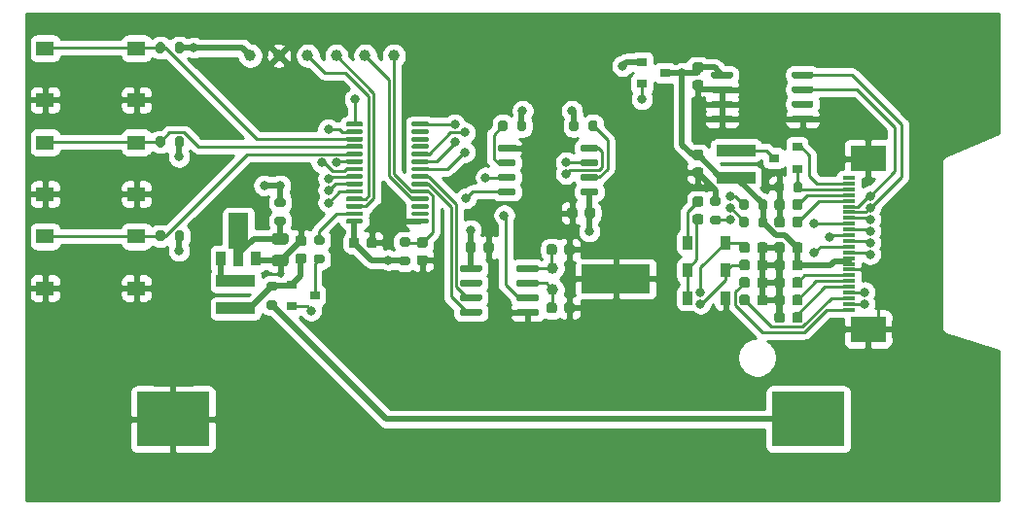
<source format=gbr>
%TF.GenerationSoftware,KiCad,Pcbnew,5.1.9+dfsg1-1~bpo10+1*%
%TF.CreationDate,2021-08-01T16:53:39+08:00*%
%TF.ProjectId,epd-clock,6570642d-636c-46f6-936b-2e6b69636164,rev?*%
%TF.SameCoordinates,Original*%
%TF.FileFunction,Copper,L4,Bot*%
%TF.FilePolarity,Positive*%
%FSLAX46Y46*%
G04 Gerber Fmt 4.6, Leading zero omitted, Abs format (unit mm)*
G04 Created by KiCad (PCBNEW 5.1.9+dfsg1-1~bpo10+1) date 2021-08-01 16:53:39*
%MOMM*%
%LPD*%
G01*
G04 APERTURE LIST*
%TA.AperFunction,SMDPad,CuDef*%
%ADD10C,1.000000*%
%TD*%
%TA.AperFunction,SMDPad,CuDef*%
%ADD11R,1.550000X1.300000*%
%TD*%
%TA.AperFunction,SMDPad,CuDef*%
%ADD12R,6.300000X4.800000*%
%TD*%
%TA.AperFunction,SMDPad,CuDef*%
%ADD13R,1.100000X0.300000*%
%TD*%
%TA.AperFunction,SMDPad,CuDef*%
%ADD14R,3.100000X2.300000*%
%TD*%
%TA.AperFunction,SMDPad,CuDef*%
%ADD15R,0.900000X1.200000*%
%TD*%
%TA.AperFunction,SMDPad,CuDef*%
%ADD16R,3.400000X0.980000*%
%TD*%
%TA.AperFunction,SMDPad,CuDef*%
%ADD17R,0.900000X0.800000*%
%TD*%
%TA.AperFunction,SMDPad,CuDef*%
%ADD18R,0.900000X1.300000*%
%TD*%
%TA.AperFunction,SMDPad,CuDef*%
%ADD19C,0.100000*%
%TD*%
%TA.AperFunction,ComponentPad*%
%ADD20C,1.000000*%
%TD*%
%TA.AperFunction,SMDPad,CuDef*%
%ADD21R,6.000000X2.500000*%
%TD*%
%TA.AperFunction,ViaPad*%
%ADD22C,0.800000*%
%TD*%
%TA.AperFunction,Conductor*%
%ADD23C,0.500000*%
%TD*%
%TA.AperFunction,Conductor*%
%ADD24C,0.250000*%
%TD*%
%TA.AperFunction,Conductor*%
%ADD25C,0.254000*%
%TD*%
%TA.AperFunction,Conductor*%
%ADD26C,0.100000*%
%TD*%
G04 APERTURE END LIST*
%TO.P,C2,2*%
%TO.N,GND*%
%TA.AperFunction,SMDPad,CuDef*%
G36*
G01*
X117400000Y-118950000D02*
X118350000Y-118950000D01*
G75*
G02*
X118600000Y-119200000I0J-250000D01*
G01*
X118600000Y-119700000D01*
G75*
G02*
X118350000Y-119950000I-250000J0D01*
G01*
X117400000Y-119950000D01*
G75*
G02*
X117150000Y-119700000I0J250000D01*
G01*
X117150000Y-119200000D01*
G75*
G02*
X117400000Y-118950000I250000J0D01*
G01*
G37*
%TD.AperFunction*%
%TO.P,C2,1*%
%TO.N,Net-(C2-Pad1)*%
%TA.AperFunction,SMDPad,CuDef*%
G36*
G01*
X117400000Y-117050000D02*
X118350000Y-117050000D01*
G75*
G02*
X118600000Y-117300000I0J-250000D01*
G01*
X118600000Y-117800000D01*
G75*
G02*
X118350000Y-118050000I-250000J0D01*
G01*
X117400000Y-118050000D01*
G75*
G02*
X117150000Y-117800000I0J250000D01*
G01*
X117150000Y-117300000D01*
G75*
G02*
X117400000Y-117050000I250000J0D01*
G01*
G37*
%TD.AperFunction*%
%TD*%
%TO.P,R3,2*%
%TO.N,Net-(C2-Pad1)*%
%TA.AperFunction,SMDPad,CuDef*%
G36*
G01*
X117600000Y-115625000D02*
X118150000Y-115625000D01*
G75*
G02*
X118350000Y-115825000I0J-200000D01*
G01*
X118350000Y-116225000D01*
G75*
G02*
X118150000Y-116425000I-200000J0D01*
G01*
X117600000Y-116425000D01*
G75*
G02*
X117400000Y-116225000I0J200000D01*
G01*
X117400000Y-115825000D01*
G75*
G02*
X117600000Y-115625000I200000J0D01*
G01*
G37*
%TD.AperFunction*%
%TO.P,R3,1*%
%TO.N,+3V3*%
%TA.AperFunction,SMDPad,CuDef*%
G36*
G01*
X117600000Y-113975000D02*
X118150000Y-113975000D01*
G75*
G02*
X118350000Y-114175000I0J-200000D01*
G01*
X118350000Y-114575000D01*
G75*
G02*
X118150000Y-114775000I-200000J0D01*
G01*
X117600000Y-114775000D01*
G75*
G02*
X117400000Y-114575000I0J200000D01*
G01*
X117400000Y-114175000D01*
G75*
G02*
X117600000Y-113975000I200000J0D01*
G01*
G37*
%TD.AperFunction*%
%TD*%
D10*
%TO.P,TP6,1*%
%TO.N,/mcu/UCA0TXD*%
X120275000Y-101600000D03*
%TD*%
%TO.P,TP5,1*%
%TO.N,/mcu/UCA0RXD*%
X122775000Y-101600000D03*
%TD*%
%TO.P,TP4,1*%
%TO.N,/mcu/TEST*%
X125275000Y-101600000D03*
%TD*%
%TO.P,TP3,1*%
%TO.N,/mcu/RST*%
X127775000Y-101600000D03*
%TD*%
%TO.P,TP2,1*%
%TO.N,GND*%
X117775000Y-101600000D03*
%TD*%
%TO.P,TP1,1*%
%TO.N,+3V3*%
X115275000Y-101600000D03*
%TD*%
%TO.P,R10,2*%
%TO.N,+3V3*%
%TA.AperFunction,SMDPad,CuDef*%
G36*
G01*
X143850000Y-107425000D02*
X143850000Y-107975000D01*
G75*
G02*
X143650000Y-108175000I-200000J0D01*
G01*
X143250000Y-108175000D01*
G75*
G02*
X143050000Y-107975000I0J200000D01*
G01*
X143050000Y-107425000D01*
G75*
G02*
X143250000Y-107225000I200000J0D01*
G01*
X143650000Y-107225000D01*
G75*
G02*
X143850000Y-107425000I0J-200000D01*
G01*
G37*
%TD.AperFunction*%
%TO.P,R10,1*%
%TO.N,Net-(R10-Pad1)*%
%TA.AperFunction,SMDPad,CuDef*%
G36*
G01*
X145500000Y-107425000D02*
X145500000Y-107975000D01*
G75*
G02*
X145300000Y-108175000I-200000J0D01*
G01*
X144900000Y-108175000D01*
G75*
G02*
X144700000Y-107975000I0J200000D01*
G01*
X144700000Y-107425000D01*
G75*
G02*
X144900000Y-107225000I200000J0D01*
G01*
X145300000Y-107225000D01*
G75*
G02*
X145500000Y-107425000I0J-200000D01*
G01*
G37*
%TD.AperFunction*%
%TD*%
%TO.P,R9,2*%
%TO.N,+3V3*%
%TA.AperFunction,SMDPad,CuDef*%
G36*
G01*
X138500000Y-107975000D02*
X138500000Y-107425000D01*
G75*
G02*
X138700000Y-107225000I200000J0D01*
G01*
X139100000Y-107225000D01*
G75*
G02*
X139300000Y-107425000I0J-200000D01*
G01*
X139300000Y-107975000D01*
G75*
G02*
X139100000Y-108175000I-200000J0D01*
G01*
X138700000Y-108175000D01*
G75*
G02*
X138500000Y-107975000I0J200000D01*
G01*
G37*
%TD.AperFunction*%
%TO.P,R9,1*%
%TO.N,Net-(R9-Pad1)*%
%TA.AperFunction,SMDPad,CuDef*%
G36*
G01*
X136850000Y-107975000D02*
X136850000Y-107425000D01*
G75*
G02*
X137050000Y-107225000I200000J0D01*
G01*
X137450000Y-107225000D01*
G75*
G02*
X137650000Y-107425000I0J-200000D01*
G01*
X137650000Y-107975000D01*
G75*
G02*
X137450000Y-108175000I-200000J0D01*
G01*
X137050000Y-108175000D01*
G75*
G02*
X136850000Y-107975000I0J200000D01*
G01*
G37*
%TD.AperFunction*%
%TD*%
%TO.P,R1,2*%
%TO.N,Net-(BT1-Pad1)*%
%TA.AperFunction,SMDPad,CuDef*%
G36*
G01*
X116900000Y-122925000D02*
X117450000Y-122925000D01*
G75*
G02*
X117650000Y-123125000I0J-200000D01*
G01*
X117650000Y-123525000D01*
G75*
G02*
X117450000Y-123725000I-200000J0D01*
G01*
X116900000Y-123725000D01*
G75*
G02*
X116700000Y-123525000I0J200000D01*
G01*
X116700000Y-123125000D01*
G75*
G02*
X116900000Y-122925000I200000J0D01*
G01*
G37*
%TD.AperFunction*%
%TO.P,R1,1*%
%TO.N,Net-(C1-Pad1)*%
%TA.AperFunction,SMDPad,CuDef*%
G36*
G01*
X116900000Y-121275000D02*
X117450000Y-121275000D01*
G75*
G02*
X117650000Y-121475000I0J-200000D01*
G01*
X117650000Y-121875000D01*
G75*
G02*
X117450000Y-122075000I-200000J0D01*
G01*
X116900000Y-122075000D01*
G75*
G02*
X116700000Y-121875000I0J200000D01*
G01*
X116700000Y-121475000D01*
G75*
G02*
X116900000Y-121275000I200000J0D01*
G01*
G37*
%TD.AperFunction*%
%TD*%
%TO.P,R11,2*%
%TO.N,+3V3*%
%TA.AperFunction,SMDPad,CuDef*%
G36*
G01*
X108700000Y-117575000D02*
X108700000Y-117025000D01*
G75*
G02*
X108900000Y-116825000I200000J0D01*
G01*
X109300000Y-116825000D01*
G75*
G02*
X109500000Y-117025000I0J-200000D01*
G01*
X109500000Y-117575000D01*
G75*
G02*
X109300000Y-117775000I-200000J0D01*
G01*
X108900000Y-117775000D01*
G75*
G02*
X108700000Y-117575000I0J200000D01*
G01*
G37*
%TD.AperFunction*%
%TO.P,R11,1*%
%TO.N,/button/BT0*%
%TA.AperFunction,SMDPad,CuDef*%
G36*
G01*
X107050000Y-117575000D02*
X107050000Y-117025000D01*
G75*
G02*
X107250000Y-116825000I200000J0D01*
G01*
X107650000Y-116825000D01*
G75*
G02*
X107850000Y-117025000I0J-200000D01*
G01*
X107850000Y-117575000D01*
G75*
G02*
X107650000Y-117775000I-200000J0D01*
G01*
X107250000Y-117775000D01*
G75*
G02*
X107050000Y-117575000I0J200000D01*
G01*
G37*
%TD.AperFunction*%
%TD*%
D11*
%TO.P,SW1,2*%
%TO.N,GND*%
X97400000Y-121850000D03*
%TO.P,SW1,1*%
%TO.N,/button/BT0*%
X97400000Y-117350000D03*
X105350000Y-117350000D03*
%TO.P,SW1,2*%
%TO.N,GND*%
X105350000Y-121850000D03*
%TD*%
%TO.P,SW3,2*%
%TO.N,GND*%
X97400000Y-105450000D03*
%TO.P,SW3,1*%
%TO.N,/button/BT2*%
X97400000Y-100950000D03*
X105350000Y-100950000D03*
%TO.P,SW3,2*%
%TO.N,GND*%
X105350000Y-105450000D03*
%TD*%
%TO.P,SW2,2*%
%TO.N,GND*%
X97400000Y-113650000D03*
%TO.P,SW2,1*%
%TO.N,/button/BT1*%
X97400000Y-109150000D03*
X105350000Y-109150000D03*
%TO.P,SW2,2*%
%TO.N,GND*%
X105350000Y-113650000D03*
%TD*%
D12*
%TO.P,BT1,2*%
%TO.N,GND*%
X108551000Y-133268000D03*
%TO.P,BT1,1*%
%TO.N,Net-(BT1-Pad1)*%
X163851000Y-133268000D03*
%TD*%
%TO.P,C18,1*%
%TO.N,+3V3*%
%TA.AperFunction,SMDPad,CuDef*%
G36*
G01*
X123850000Y-118150000D02*
X123850000Y-117650000D01*
G75*
G02*
X124075000Y-117425000I225000J0D01*
G01*
X124525000Y-117425000D01*
G75*
G02*
X124750000Y-117650000I0J-225000D01*
G01*
X124750000Y-118150000D01*
G75*
G02*
X124525000Y-118375000I-225000J0D01*
G01*
X124075000Y-118375000D01*
G75*
G02*
X123850000Y-118150000I0J225000D01*
G01*
G37*
%TD.AperFunction*%
%TO.P,C18,2*%
%TO.N,GND*%
%TA.AperFunction,SMDPad,CuDef*%
G36*
G01*
X125400000Y-118150000D02*
X125400000Y-117650000D01*
G75*
G02*
X125625000Y-117425000I225000J0D01*
G01*
X126075000Y-117425000D01*
G75*
G02*
X126300000Y-117650000I0J-225000D01*
G01*
X126300000Y-118150000D01*
G75*
G02*
X126075000Y-118375000I-225000J0D01*
G01*
X125625000Y-118375000D01*
G75*
G02*
X125400000Y-118150000I0J225000D01*
G01*
G37*
%TD.AperFunction*%
%TD*%
%TO.P,U2,1*%
%TO.N,/epd/TSDA*%
%TA.AperFunction,SMDPad,CuDef*%
G36*
G01*
X164295000Y-103119000D02*
X164295000Y-103419000D01*
G75*
G02*
X164145000Y-103569000I-150000J0D01*
G01*
X162545000Y-103569000D01*
G75*
G02*
X162395000Y-103419000I0J150000D01*
G01*
X162395000Y-103119000D01*
G75*
G02*
X162545000Y-102969000I150000J0D01*
G01*
X164145000Y-102969000D01*
G75*
G02*
X164295000Y-103119000I0J-150000D01*
G01*
G37*
%TD.AperFunction*%
%TO.P,U2,2*%
%TO.N,/epd/TSCL*%
%TA.AperFunction,SMDPad,CuDef*%
G36*
G01*
X164295000Y-104389000D02*
X164295000Y-104689000D01*
G75*
G02*
X164145000Y-104839000I-150000J0D01*
G01*
X162545000Y-104839000D01*
G75*
G02*
X162395000Y-104689000I0J150000D01*
G01*
X162395000Y-104389000D01*
G75*
G02*
X162545000Y-104239000I150000J0D01*
G01*
X164145000Y-104239000D01*
G75*
G02*
X164295000Y-104389000I0J-150000D01*
G01*
G37*
%TD.AperFunction*%
%TO.P,U2,3*%
%TO.N,Net-(U2-Pad3)*%
%TA.AperFunction,SMDPad,CuDef*%
G36*
G01*
X164295000Y-105659000D02*
X164295000Y-105959000D01*
G75*
G02*
X164145000Y-106109000I-150000J0D01*
G01*
X162545000Y-106109000D01*
G75*
G02*
X162395000Y-105959000I0J150000D01*
G01*
X162395000Y-105659000D01*
G75*
G02*
X162545000Y-105509000I150000J0D01*
G01*
X164145000Y-105509000D01*
G75*
G02*
X164295000Y-105659000I0J-150000D01*
G01*
G37*
%TD.AperFunction*%
%TO.P,U2,4*%
%TO.N,GND*%
%TA.AperFunction,SMDPad,CuDef*%
G36*
G01*
X164295000Y-106929000D02*
X164295000Y-107229000D01*
G75*
G02*
X164145000Y-107379000I-150000J0D01*
G01*
X162545000Y-107379000D01*
G75*
G02*
X162395000Y-107229000I0J150000D01*
G01*
X162395000Y-106929000D01*
G75*
G02*
X162545000Y-106779000I150000J0D01*
G01*
X164145000Y-106779000D01*
G75*
G02*
X164295000Y-106929000I0J-150000D01*
G01*
G37*
%TD.AperFunction*%
%TO.P,U2,5*%
%TA.AperFunction,SMDPad,CuDef*%
G36*
G01*
X157295000Y-106929000D02*
X157295000Y-107229000D01*
G75*
G02*
X157145000Y-107379000I-150000J0D01*
G01*
X155545000Y-107379000D01*
G75*
G02*
X155395000Y-107229000I0J150000D01*
G01*
X155395000Y-106929000D01*
G75*
G02*
X155545000Y-106779000I150000J0D01*
G01*
X157145000Y-106779000D01*
G75*
G02*
X157295000Y-106929000I0J-150000D01*
G01*
G37*
%TD.AperFunction*%
%TO.P,U2,6*%
%TA.AperFunction,SMDPad,CuDef*%
G36*
G01*
X157295000Y-105659000D02*
X157295000Y-105959000D01*
G75*
G02*
X157145000Y-106109000I-150000J0D01*
G01*
X155545000Y-106109000D01*
G75*
G02*
X155395000Y-105959000I0J150000D01*
G01*
X155395000Y-105659000D01*
G75*
G02*
X155545000Y-105509000I150000J0D01*
G01*
X157145000Y-105509000D01*
G75*
G02*
X157295000Y-105659000I0J-150000D01*
G01*
G37*
%TD.AperFunction*%
%TO.P,U2,7*%
%TA.AperFunction,SMDPad,CuDef*%
G36*
G01*
X157295000Y-104389000D02*
X157295000Y-104689000D01*
G75*
G02*
X157145000Y-104839000I-150000J0D01*
G01*
X155545000Y-104839000D01*
G75*
G02*
X155395000Y-104689000I0J150000D01*
G01*
X155395000Y-104389000D01*
G75*
G02*
X155545000Y-104239000I150000J0D01*
G01*
X157145000Y-104239000D01*
G75*
G02*
X157295000Y-104389000I0J-150000D01*
G01*
G37*
%TD.AperFunction*%
%TO.P,U2,8*%
%TO.N,VCC*%
%TA.AperFunction,SMDPad,CuDef*%
G36*
G01*
X157295000Y-103119000D02*
X157295000Y-103419000D01*
G75*
G02*
X157145000Y-103569000I-150000J0D01*
G01*
X155545000Y-103569000D01*
G75*
G02*
X155395000Y-103419000I0J150000D01*
G01*
X155395000Y-103119000D01*
G75*
G02*
X155545000Y-102969000I150000J0D01*
G01*
X157145000Y-102969000D01*
G75*
G02*
X157295000Y-103119000I0J-150000D01*
G01*
G37*
%TD.AperFunction*%
%TD*%
%TO.P,C16,1*%
%TO.N,VCC*%
%TA.AperFunction,SMDPad,CuDef*%
G36*
G01*
X154007000Y-102171000D02*
X154507000Y-102171000D01*
G75*
G02*
X154732000Y-102396000I0J-225000D01*
G01*
X154732000Y-102846000D01*
G75*
G02*
X154507000Y-103071000I-225000J0D01*
G01*
X154007000Y-103071000D01*
G75*
G02*
X153782000Y-102846000I0J225000D01*
G01*
X153782000Y-102396000D01*
G75*
G02*
X154007000Y-102171000I225000J0D01*
G01*
G37*
%TD.AperFunction*%
%TO.P,C16,2*%
%TO.N,GND*%
%TA.AperFunction,SMDPad,CuDef*%
G36*
G01*
X154007000Y-103721000D02*
X154507000Y-103721000D01*
G75*
G02*
X154732000Y-103946000I0J-225000D01*
G01*
X154732000Y-104396000D01*
G75*
G02*
X154507000Y-104621000I-225000J0D01*
G01*
X154007000Y-104621000D01*
G75*
G02*
X153782000Y-104396000I0J225000D01*
G01*
X153782000Y-103946000D01*
G75*
G02*
X154007000Y-103721000I225000J0D01*
G01*
G37*
%TD.AperFunction*%
%TD*%
D13*
%TO.P,J1,1*%
%TO.N,/epd/NC*%
X167364000Y-112238000D03*
%TO.P,J1,2*%
%TO.N,/epd/GDR*%
X167364000Y-112738000D03*
%TO.P,J1,3*%
%TO.N,/epd/RESE*%
X167364000Y-113238000D03*
%TO.P,J1,4*%
%TO.N,/epd/VGL*%
X167364000Y-113738000D03*
%TO.P,J1,5*%
%TO.N,/epd/VGH*%
X167364000Y-114238000D03*
%TO.P,J1,6*%
%TO.N,/epd/TSCL*%
X167364000Y-114738000D03*
%TO.P,J1,7*%
%TO.N,/epd/TSDA*%
X167364000Y-115238000D03*
%TO.P,J1,8*%
%TO.N,/epd/BS1*%
X167364000Y-115738000D03*
%TO.P,J1,9*%
%TO.N,/epd/BUSY*%
X167364000Y-116238000D03*
%TO.P,J1,10*%
%TO.N,/mcu/EPD_RST#*%
X167364000Y-116738000D03*
%TO.P,J1,11*%
%TO.N,/epd/DC#*%
X167364000Y-117238000D03*
%TO.P,J1,12*%
%TO.N,/epd/CS#*%
X167364000Y-117738000D03*
%TO.P,J1,13*%
%TO.N,/epd/CLK*%
X167364000Y-118238000D03*
%TO.P,J1,14*%
%TO.N,/epd/DIN*%
X167364000Y-118738000D03*
%TO.P,J1,15*%
%TO.N,VCC*%
X167364000Y-119238000D03*
%TO.P,J1,16*%
X167364000Y-119738000D03*
%TO.P,J1,17*%
%TO.N,GND*%
X167364000Y-120238000D03*
%TO.P,J1,18*%
%TO.N,/epd/VDD*%
X167364000Y-120738000D03*
%TO.P,J1,19*%
%TO.N,/epd/VPP*%
X167364000Y-121238000D03*
%TO.P,J1,20*%
%TO.N,/epd/VSH*%
X167364000Y-121738000D03*
%TO.P,J1,21*%
%TO.N,/epd/PREVGH*%
X167364000Y-122238000D03*
%TO.P,J1,22*%
%TO.N,/epd/VSL*%
X167364000Y-122738000D03*
%TO.P,J1,23*%
%TO.N,/epd/PREVGL*%
X167364000Y-123238000D03*
%TO.P,J1,24*%
%TO.N,/epd/VCOM*%
X167364000Y-123738000D03*
D14*
%TO.P,J1,MP*%
%TO.N,GND*%
X169064000Y-110568000D03*
X169064000Y-125408000D03*
%TD*%
%TO.P,C1,1*%
%TO.N,Net-(C1-Pad1)*%
%TA.AperFunction,SMDPad,CuDef*%
G36*
G01*
X119925000Y-119725000D02*
X119425000Y-119725000D01*
G75*
G02*
X119200000Y-119500000I0J225000D01*
G01*
X119200000Y-119050000D01*
G75*
G02*
X119425000Y-118825000I225000J0D01*
G01*
X119925000Y-118825000D01*
G75*
G02*
X120150000Y-119050000I0J-225000D01*
G01*
X120150000Y-119500000D01*
G75*
G02*
X119925000Y-119725000I-225000J0D01*
G01*
G37*
%TD.AperFunction*%
%TO.P,C1,2*%
%TO.N,GND*%
%TA.AperFunction,SMDPad,CuDef*%
G36*
G01*
X119925000Y-118175000D02*
X119425000Y-118175000D01*
G75*
G02*
X119200000Y-117950000I0J225000D01*
G01*
X119200000Y-117500000D01*
G75*
G02*
X119425000Y-117275000I225000J0D01*
G01*
X119925000Y-117275000D01*
G75*
G02*
X120150000Y-117500000I0J-225000D01*
G01*
X120150000Y-117950000D01*
G75*
G02*
X119925000Y-118175000I-225000J0D01*
G01*
G37*
%TD.AperFunction*%
%TD*%
%TO.P,C3,2*%
%TO.N,GND*%
%TA.AperFunction,SMDPad,CuDef*%
G36*
G01*
X161806000Y-115846000D02*
X161806000Y-116346000D01*
G75*
G02*
X161581000Y-116571000I-225000J0D01*
G01*
X161131000Y-116571000D01*
G75*
G02*
X160906000Y-116346000I0J225000D01*
G01*
X160906000Y-115846000D01*
G75*
G02*
X161131000Y-115621000I225000J0D01*
G01*
X161581000Y-115621000D01*
G75*
G02*
X161806000Y-115846000I0J-225000D01*
G01*
G37*
%TD.AperFunction*%
%TO.P,C3,1*%
%TO.N,/epd/VGH*%
%TA.AperFunction,SMDPad,CuDef*%
G36*
G01*
X163356000Y-115846000D02*
X163356000Y-116346000D01*
G75*
G02*
X163131000Y-116571000I-225000J0D01*
G01*
X162681000Y-116571000D01*
G75*
G02*
X162456000Y-116346000I0J225000D01*
G01*
X162456000Y-115846000D01*
G75*
G02*
X162681000Y-115621000I225000J0D01*
G01*
X163131000Y-115621000D01*
G75*
G02*
X163356000Y-115846000I0J-225000D01*
G01*
G37*
%TD.AperFunction*%
%TD*%
%TO.P,C4,2*%
%TO.N,GND*%
%TA.AperFunction,SMDPad,CuDef*%
G36*
G01*
X161806000Y-114322000D02*
X161806000Y-114822000D01*
G75*
G02*
X161581000Y-115047000I-225000J0D01*
G01*
X161131000Y-115047000D01*
G75*
G02*
X160906000Y-114822000I0J225000D01*
G01*
X160906000Y-114322000D01*
G75*
G02*
X161131000Y-114097000I225000J0D01*
G01*
X161581000Y-114097000D01*
G75*
G02*
X161806000Y-114322000I0J-225000D01*
G01*
G37*
%TD.AperFunction*%
%TO.P,C4,1*%
%TO.N,/epd/VGL*%
%TA.AperFunction,SMDPad,CuDef*%
G36*
G01*
X163356000Y-114322000D02*
X163356000Y-114822000D01*
G75*
G02*
X163131000Y-115047000I-225000J0D01*
G01*
X162681000Y-115047000D01*
G75*
G02*
X162456000Y-114822000I0J225000D01*
G01*
X162456000Y-114322000D01*
G75*
G02*
X162681000Y-114097000I225000J0D01*
G01*
X163131000Y-114097000D01*
G75*
G02*
X163356000Y-114322000I0J-225000D01*
G01*
G37*
%TD.AperFunction*%
%TD*%
%TO.P,C5,2*%
%TO.N,GND*%
%TA.AperFunction,SMDPad,CuDef*%
G36*
G01*
X159408000Y-120094000D02*
X159408000Y-119594000D01*
G75*
G02*
X159633000Y-119369000I225000J0D01*
G01*
X160083000Y-119369000D01*
G75*
G02*
X160308000Y-119594000I0J-225000D01*
G01*
X160308000Y-120094000D01*
G75*
G02*
X160083000Y-120319000I-225000J0D01*
G01*
X159633000Y-120319000D01*
G75*
G02*
X159408000Y-120094000I0J225000D01*
G01*
G37*
%TD.AperFunction*%
%TO.P,C5,1*%
%TO.N,/epd/PREVGL*%
%TA.AperFunction,SMDPad,CuDef*%
G36*
G01*
X157858000Y-120094000D02*
X157858000Y-119594000D01*
G75*
G02*
X158083000Y-119369000I225000J0D01*
G01*
X158533000Y-119369000D01*
G75*
G02*
X158758000Y-119594000I0J-225000D01*
G01*
X158758000Y-120094000D01*
G75*
G02*
X158533000Y-120319000I-225000J0D01*
G01*
X158083000Y-120319000D01*
G75*
G02*
X157858000Y-120094000I0J225000D01*
G01*
G37*
%TD.AperFunction*%
%TD*%
%TO.P,C6,1*%
%TO.N,VCC*%
%TA.AperFunction,SMDPad,CuDef*%
G36*
G01*
X163356000Y-118070000D02*
X163356000Y-118570000D01*
G75*
G02*
X163131000Y-118795000I-225000J0D01*
G01*
X162681000Y-118795000D01*
G75*
G02*
X162456000Y-118570000I0J225000D01*
G01*
X162456000Y-118070000D01*
G75*
G02*
X162681000Y-117845000I225000J0D01*
G01*
X163131000Y-117845000D01*
G75*
G02*
X163356000Y-118070000I0J-225000D01*
G01*
G37*
%TD.AperFunction*%
%TO.P,C6,2*%
%TO.N,GND*%
%TA.AperFunction,SMDPad,CuDef*%
G36*
G01*
X161806000Y-118070000D02*
X161806000Y-118570000D01*
G75*
G02*
X161581000Y-118795000I-225000J0D01*
G01*
X161131000Y-118795000D01*
G75*
G02*
X160906000Y-118570000I0J225000D01*
G01*
X160906000Y-118070000D01*
G75*
G02*
X161131000Y-117845000I225000J0D01*
G01*
X161581000Y-117845000D01*
G75*
G02*
X161806000Y-118070000I0J-225000D01*
G01*
G37*
%TD.AperFunction*%
%TD*%
%TO.P,C7,2*%
%TO.N,GND*%
%TA.AperFunction,SMDPad,CuDef*%
G36*
G01*
X159408000Y-118570000D02*
X159408000Y-118070000D01*
G75*
G02*
X159633000Y-117845000I225000J0D01*
G01*
X160083000Y-117845000D01*
G75*
G02*
X160308000Y-118070000I0J-225000D01*
G01*
X160308000Y-118570000D01*
G75*
G02*
X160083000Y-118795000I-225000J0D01*
G01*
X159633000Y-118795000D01*
G75*
G02*
X159408000Y-118570000I0J225000D01*
G01*
G37*
%TD.AperFunction*%
%TO.P,C7,1*%
%TO.N,/epd/PREVGH*%
%TA.AperFunction,SMDPad,CuDef*%
G36*
G01*
X157858000Y-118570000D02*
X157858000Y-118070000D01*
G75*
G02*
X158083000Y-117845000I225000J0D01*
G01*
X158533000Y-117845000D01*
G75*
G02*
X158758000Y-118070000I0J-225000D01*
G01*
X158758000Y-118570000D01*
G75*
G02*
X158533000Y-118795000I-225000J0D01*
G01*
X158083000Y-118795000D01*
G75*
G02*
X157858000Y-118570000I0J225000D01*
G01*
G37*
%TD.AperFunction*%
%TD*%
%TO.P,C8,2*%
%TO.N,Net-(C8-Pad2)*%
%TA.AperFunction,SMDPad,CuDef*%
G36*
G01*
X154007000Y-115405000D02*
X154507000Y-115405000D01*
G75*
G02*
X154732000Y-115630000I0J-225000D01*
G01*
X154732000Y-116080000D01*
G75*
G02*
X154507000Y-116305000I-225000J0D01*
G01*
X154007000Y-116305000D01*
G75*
G02*
X153782000Y-116080000I0J225000D01*
G01*
X153782000Y-115630000D01*
G75*
G02*
X154007000Y-115405000I225000J0D01*
G01*
G37*
%TD.AperFunction*%
%TO.P,C8,1*%
%TO.N,Net-(C8-Pad1)*%
%TA.AperFunction,SMDPad,CuDef*%
G36*
G01*
X154007000Y-113855000D02*
X154507000Y-113855000D01*
G75*
G02*
X154732000Y-114080000I0J-225000D01*
G01*
X154732000Y-114530000D01*
G75*
G02*
X154507000Y-114755000I-225000J0D01*
G01*
X154007000Y-114755000D01*
G75*
G02*
X153782000Y-114530000I0J225000D01*
G01*
X153782000Y-114080000D01*
G75*
G02*
X154007000Y-113855000I225000J0D01*
G01*
G37*
%TD.AperFunction*%
%TD*%
%TO.P,C9,1*%
%TO.N,VCC*%
%TA.AperFunction,SMDPad,CuDef*%
G36*
G01*
X154007000Y-109791000D02*
X154507000Y-109791000D01*
G75*
G02*
X154732000Y-110016000I0J-225000D01*
G01*
X154732000Y-110466000D01*
G75*
G02*
X154507000Y-110691000I-225000J0D01*
G01*
X154007000Y-110691000D01*
G75*
G02*
X153782000Y-110466000I0J225000D01*
G01*
X153782000Y-110016000D01*
G75*
G02*
X154007000Y-109791000I225000J0D01*
G01*
G37*
%TD.AperFunction*%
%TO.P,C9,2*%
%TO.N,GND*%
%TA.AperFunction,SMDPad,CuDef*%
G36*
G01*
X154007000Y-111341000D02*
X154507000Y-111341000D01*
G75*
G02*
X154732000Y-111566000I0J-225000D01*
G01*
X154732000Y-112016000D01*
G75*
G02*
X154507000Y-112241000I-225000J0D01*
G01*
X154007000Y-112241000D01*
G75*
G02*
X153782000Y-112016000I0J225000D01*
G01*
X153782000Y-111566000D01*
G75*
G02*
X154007000Y-111341000I225000J0D01*
G01*
G37*
%TD.AperFunction*%
%TD*%
%TO.P,C10,1*%
%TO.N,VCC*%
%TA.AperFunction,SMDPad,CuDef*%
G36*
G01*
X163356000Y-119594000D02*
X163356000Y-120094000D01*
G75*
G02*
X163131000Y-120319000I-225000J0D01*
G01*
X162681000Y-120319000D01*
G75*
G02*
X162456000Y-120094000I0J225000D01*
G01*
X162456000Y-119594000D01*
G75*
G02*
X162681000Y-119369000I225000J0D01*
G01*
X163131000Y-119369000D01*
G75*
G02*
X163356000Y-119594000I0J-225000D01*
G01*
G37*
%TD.AperFunction*%
%TO.P,C10,2*%
%TO.N,GND*%
%TA.AperFunction,SMDPad,CuDef*%
G36*
G01*
X161806000Y-119594000D02*
X161806000Y-120094000D01*
G75*
G02*
X161581000Y-120319000I-225000J0D01*
G01*
X161131000Y-120319000D01*
G75*
G02*
X160906000Y-120094000I0J225000D01*
G01*
X160906000Y-119594000D01*
G75*
G02*
X161131000Y-119369000I225000J0D01*
G01*
X161581000Y-119369000D01*
G75*
G02*
X161806000Y-119594000I0J-225000D01*
G01*
G37*
%TD.AperFunction*%
%TD*%
%TO.P,C11,1*%
%TO.N,/epd/VDD*%
%TA.AperFunction,SMDPad,CuDef*%
G36*
G01*
X163356000Y-121118000D02*
X163356000Y-121618000D01*
G75*
G02*
X163131000Y-121843000I-225000J0D01*
G01*
X162681000Y-121843000D01*
G75*
G02*
X162456000Y-121618000I0J225000D01*
G01*
X162456000Y-121118000D01*
G75*
G02*
X162681000Y-120893000I225000J0D01*
G01*
X163131000Y-120893000D01*
G75*
G02*
X163356000Y-121118000I0J-225000D01*
G01*
G37*
%TD.AperFunction*%
%TO.P,C11,2*%
%TO.N,GND*%
%TA.AperFunction,SMDPad,CuDef*%
G36*
G01*
X161806000Y-121118000D02*
X161806000Y-121618000D01*
G75*
G02*
X161581000Y-121843000I-225000J0D01*
G01*
X161131000Y-121843000D01*
G75*
G02*
X160906000Y-121618000I0J225000D01*
G01*
X160906000Y-121118000D01*
G75*
G02*
X161131000Y-120893000I225000J0D01*
G01*
X161581000Y-120893000D01*
G75*
G02*
X161806000Y-121118000I0J-225000D01*
G01*
G37*
%TD.AperFunction*%
%TD*%
%TO.P,C12,2*%
%TO.N,GND*%
%TA.AperFunction,SMDPad,CuDef*%
G36*
G01*
X161806000Y-122642000D02*
X161806000Y-123142000D01*
G75*
G02*
X161581000Y-123367000I-225000J0D01*
G01*
X161131000Y-123367000D01*
G75*
G02*
X160906000Y-123142000I0J225000D01*
G01*
X160906000Y-122642000D01*
G75*
G02*
X161131000Y-122417000I225000J0D01*
G01*
X161581000Y-122417000D01*
G75*
G02*
X161806000Y-122642000I0J-225000D01*
G01*
G37*
%TD.AperFunction*%
%TO.P,C12,1*%
%TO.N,/epd/VPP*%
%TA.AperFunction,SMDPad,CuDef*%
G36*
G01*
X163356000Y-122642000D02*
X163356000Y-123142000D01*
G75*
G02*
X163131000Y-123367000I-225000J0D01*
G01*
X162681000Y-123367000D01*
G75*
G02*
X162456000Y-123142000I0J225000D01*
G01*
X162456000Y-122642000D01*
G75*
G02*
X162681000Y-122417000I225000J0D01*
G01*
X163131000Y-122417000D01*
G75*
G02*
X163356000Y-122642000I0J-225000D01*
G01*
G37*
%TD.AperFunction*%
%TD*%
%TO.P,C13,2*%
%TO.N,GND*%
%TA.AperFunction,SMDPad,CuDef*%
G36*
G01*
X161806000Y-124166000D02*
X161806000Y-124666000D01*
G75*
G02*
X161581000Y-124891000I-225000J0D01*
G01*
X161131000Y-124891000D01*
G75*
G02*
X160906000Y-124666000I0J225000D01*
G01*
X160906000Y-124166000D01*
G75*
G02*
X161131000Y-123941000I225000J0D01*
G01*
X161581000Y-123941000D01*
G75*
G02*
X161806000Y-124166000I0J-225000D01*
G01*
G37*
%TD.AperFunction*%
%TO.P,C13,1*%
%TO.N,/epd/VSH*%
%TA.AperFunction,SMDPad,CuDef*%
G36*
G01*
X163356000Y-124166000D02*
X163356000Y-124666000D01*
G75*
G02*
X163131000Y-124891000I-225000J0D01*
G01*
X162681000Y-124891000D01*
G75*
G02*
X162456000Y-124666000I0J225000D01*
G01*
X162456000Y-124166000D01*
G75*
G02*
X162681000Y-123941000I225000J0D01*
G01*
X163131000Y-123941000D01*
G75*
G02*
X163356000Y-124166000I0J-225000D01*
G01*
G37*
%TD.AperFunction*%
%TD*%
%TO.P,C14,1*%
%TO.N,/epd/VSL*%
%TA.AperFunction,SMDPad,CuDef*%
G36*
G01*
X157858000Y-123142000D02*
X157858000Y-122642000D01*
G75*
G02*
X158083000Y-122417000I225000J0D01*
G01*
X158533000Y-122417000D01*
G75*
G02*
X158758000Y-122642000I0J-225000D01*
G01*
X158758000Y-123142000D01*
G75*
G02*
X158533000Y-123367000I-225000J0D01*
G01*
X158083000Y-123367000D01*
G75*
G02*
X157858000Y-123142000I0J225000D01*
G01*
G37*
%TD.AperFunction*%
%TO.P,C14,2*%
%TO.N,GND*%
%TA.AperFunction,SMDPad,CuDef*%
G36*
G01*
X159408000Y-123142000D02*
X159408000Y-122642000D01*
G75*
G02*
X159633000Y-122417000I225000J0D01*
G01*
X160083000Y-122417000D01*
G75*
G02*
X160308000Y-122642000I0J-225000D01*
G01*
X160308000Y-123142000D01*
G75*
G02*
X160083000Y-123367000I-225000J0D01*
G01*
X159633000Y-123367000D01*
G75*
G02*
X159408000Y-123142000I0J225000D01*
G01*
G37*
%TD.AperFunction*%
%TD*%
%TO.P,C15,1*%
%TO.N,/epd/VCOM*%
%TA.AperFunction,SMDPad,CuDef*%
G36*
G01*
X157858000Y-121618000D02*
X157858000Y-121118000D01*
G75*
G02*
X158083000Y-120893000I225000J0D01*
G01*
X158533000Y-120893000D01*
G75*
G02*
X158758000Y-121118000I0J-225000D01*
G01*
X158758000Y-121618000D01*
G75*
G02*
X158533000Y-121843000I-225000J0D01*
G01*
X158083000Y-121843000D01*
G75*
G02*
X157858000Y-121618000I0J225000D01*
G01*
G37*
%TD.AperFunction*%
%TO.P,C15,2*%
%TO.N,GND*%
%TA.AperFunction,SMDPad,CuDef*%
G36*
G01*
X159408000Y-121618000D02*
X159408000Y-121118000D01*
G75*
G02*
X159633000Y-120893000I225000J0D01*
G01*
X160083000Y-120893000D01*
G75*
G02*
X160308000Y-121118000I0J-225000D01*
G01*
X160308000Y-121618000D01*
G75*
G02*
X160083000Y-121843000I-225000J0D01*
G01*
X159633000Y-121843000D01*
G75*
G02*
X159408000Y-121618000I0J225000D01*
G01*
G37*
%TD.AperFunction*%
%TD*%
%TO.P,C17,1*%
%TO.N,/mcu/RST*%
%TA.AperFunction,SMDPad,CuDef*%
G36*
G01*
X130001000Y-117425000D02*
X130501000Y-117425000D01*
G75*
G02*
X130726000Y-117650000I0J-225000D01*
G01*
X130726000Y-118100000D01*
G75*
G02*
X130501000Y-118325000I-225000J0D01*
G01*
X130001000Y-118325000D01*
G75*
G02*
X129776000Y-118100000I0J225000D01*
G01*
X129776000Y-117650000D01*
G75*
G02*
X130001000Y-117425000I225000J0D01*
G01*
G37*
%TD.AperFunction*%
%TO.P,C17,2*%
%TO.N,GND*%
%TA.AperFunction,SMDPad,CuDef*%
G36*
G01*
X130001000Y-118975000D02*
X130501000Y-118975000D01*
G75*
G02*
X130726000Y-119200000I0J-225000D01*
G01*
X130726000Y-119650000D01*
G75*
G02*
X130501000Y-119875000I-225000J0D01*
G01*
X130001000Y-119875000D01*
G75*
G02*
X129776000Y-119650000I0J225000D01*
G01*
X129776000Y-119200000D01*
G75*
G02*
X130001000Y-118975000I225000J0D01*
G01*
G37*
%TD.AperFunction*%
%TD*%
%TO.P,C19,2*%
%TO.N,GND*%
%TA.AperFunction,SMDPad,CuDef*%
G36*
G01*
X143750000Y-115050000D02*
X143750000Y-115550000D01*
G75*
G02*
X143525000Y-115775000I-225000J0D01*
G01*
X143075000Y-115775000D01*
G75*
G02*
X142850000Y-115550000I0J225000D01*
G01*
X142850000Y-115050000D01*
G75*
G02*
X143075000Y-114825000I225000J0D01*
G01*
X143525000Y-114825000D01*
G75*
G02*
X143750000Y-115050000I0J-225000D01*
G01*
G37*
%TD.AperFunction*%
%TO.P,C19,1*%
%TO.N,+3V3*%
%TA.AperFunction,SMDPad,CuDef*%
G36*
G01*
X145300000Y-115050000D02*
X145300000Y-115550000D01*
G75*
G02*
X145075000Y-115775000I-225000J0D01*
G01*
X144625000Y-115775000D01*
G75*
G02*
X144400000Y-115550000I0J225000D01*
G01*
X144400000Y-115050000D01*
G75*
G02*
X144625000Y-114825000I225000J0D01*
G01*
X145075000Y-114825000D01*
G75*
G02*
X145300000Y-115050000I0J-225000D01*
G01*
G37*
%TD.AperFunction*%
%TD*%
%TO.P,C20,1*%
%TO.N,Net-(C20-Pad1)*%
%TA.AperFunction,SMDPad,CuDef*%
G36*
G01*
X141062000Y-118744000D02*
X141062000Y-118244000D01*
G75*
G02*
X141287000Y-118019000I225000J0D01*
G01*
X141737000Y-118019000D01*
G75*
G02*
X141962000Y-118244000I0J-225000D01*
G01*
X141962000Y-118744000D01*
G75*
G02*
X141737000Y-118969000I-225000J0D01*
G01*
X141287000Y-118969000D01*
G75*
G02*
X141062000Y-118744000I0J225000D01*
G01*
G37*
%TD.AperFunction*%
%TO.P,C20,2*%
%TO.N,GND*%
%TA.AperFunction,SMDPad,CuDef*%
G36*
G01*
X142612000Y-118744000D02*
X142612000Y-118244000D01*
G75*
G02*
X142837000Y-118019000I225000J0D01*
G01*
X143287000Y-118019000D01*
G75*
G02*
X143512000Y-118244000I0J-225000D01*
G01*
X143512000Y-118744000D01*
G75*
G02*
X143287000Y-118969000I-225000J0D01*
G01*
X142837000Y-118969000D01*
G75*
G02*
X142612000Y-118744000I0J225000D01*
G01*
G37*
%TD.AperFunction*%
%TD*%
%TO.P,C21,1*%
%TO.N,Net-(C21-Pad1)*%
%TA.AperFunction,SMDPad,CuDef*%
G36*
G01*
X141062000Y-123824000D02*
X141062000Y-123324000D01*
G75*
G02*
X141287000Y-123099000I225000J0D01*
G01*
X141737000Y-123099000D01*
G75*
G02*
X141962000Y-123324000I0J-225000D01*
G01*
X141962000Y-123824000D01*
G75*
G02*
X141737000Y-124049000I-225000J0D01*
G01*
X141287000Y-124049000D01*
G75*
G02*
X141062000Y-123824000I0J225000D01*
G01*
G37*
%TD.AperFunction*%
%TO.P,C21,2*%
%TO.N,GND*%
%TA.AperFunction,SMDPad,CuDef*%
G36*
G01*
X142612000Y-123824000D02*
X142612000Y-123324000D01*
G75*
G02*
X142837000Y-123099000I225000J0D01*
G01*
X143287000Y-123099000D01*
G75*
G02*
X143512000Y-123324000I0J-225000D01*
G01*
X143512000Y-123824000D01*
G75*
G02*
X143287000Y-124049000I-225000J0D01*
G01*
X142837000Y-124049000D01*
G75*
G02*
X142612000Y-123824000I0J225000D01*
G01*
G37*
%TD.AperFunction*%
%TD*%
%TO.P,C22,2*%
%TO.N,+3V3*%
%TA.AperFunction,SMDPad,CuDef*%
G36*
G01*
X134925000Y-118050000D02*
X134925000Y-118550000D01*
G75*
G02*
X134700000Y-118775000I-225000J0D01*
G01*
X134250000Y-118775000D01*
G75*
G02*
X134025000Y-118550000I0J225000D01*
G01*
X134025000Y-118050000D01*
G75*
G02*
X134250000Y-117825000I225000J0D01*
G01*
X134700000Y-117825000D01*
G75*
G02*
X134925000Y-118050000I0J-225000D01*
G01*
G37*
%TD.AperFunction*%
%TO.P,C22,1*%
%TO.N,GND*%
%TA.AperFunction,SMDPad,CuDef*%
G36*
G01*
X136475000Y-118050000D02*
X136475000Y-118550000D01*
G75*
G02*
X136250000Y-118775000I-225000J0D01*
G01*
X135800000Y-118775000D01*
G75*
G02*
X135575000Y-118550000I0J225000D01*
G01*
X135575000Y-118050000D01*
G75*
G02*
X135800000Y-117825000I225000J0D01*
G01*
X136250000Y-117825000D01*
G75*
G02*
X136475000Y-118050000I0J-225000D01*
G01*
G37*
%TD.AperFunction*%
%TD*%
D15*
%TO.P,D1,1*%
%TO.N,GND*%
X156669000Y-122700000D03*
%TO.P,D1,2*%
%TO.N,Net-(C8-Pad2)*%
X153369000Y-122700000D03*
%TD*%
%TO.P,D2,2*%
%TO.N,/epd/PREVGL*%
X156669000Y-120300000D03*
%TO.P,D2,1*%
%TO.N,Net-(C8-Pad2)*%
X153369000Y-120300000D03*
%TD*%
%TO.P,D3,2*%
%TO.N,Net-(C8-Pad1)*%
X153369000Y-117874000D03*
%TO.P,D3,1*%
%TO.N,/epd/PREVGH*%
X156669000Y-117874000D03*
%TD*%
D16*
%TO.P,L1,1*%
%TO.N,Net-(C1-Pad1)*%
X113985000Y-123623000D03*
%TO.P,L1,2*%
%TO.N,Net-(L1-Pad2)*%
X113985000Y-121253000D03*
%TD*%
%TO.P,L2,1*%
%TO.N,Net-(C8-Pad1)*%
X157559000Y-109831000D03*
%TO.P,L2,2*%
%TO.N,VCC*%
X157559000Y-112201000D03*
%TD*%
D17*
%TO.P,Q1,1*%
%TO.N,/power/ADEN#*%
X118875000Y-123450000D03*
%TO.P,Q1,2*%
%TO.N,Net-(C1-Pad1)*%
X118875000Y-121550000D03*
%TO.P,Q1,3*%
%TO.N,Net-(Q1-Pad3)*%
X120875000Y-122500000D03*
%TD*%
%TO.P,Q2,1*%
%TO.N,/mcu/EPD_PWR_EN*%
X149375000Y-104050000D03*
%TO.P,Q2,2*%
%TO.N,+3V3*%
X149375000Y-102150000D03*
%TO.P,Q2,3*%
%TO.N,VCC*%
X151375000Y-103100000D03*
%TD*%
%TO.P,Q3,3*%
%TO.N,Net-(C8-Pad1)*%
X160877000Y-110508000D03*
%TO.P,Q3,2*%
%TO.N,/epd/RESE*%
X162877000Y-111458000D03*
%TO.P,Q3,1*%
%TO.N,/epd/GDR*%
X162877000Y-109558000D03*
%TD*%
%TO.P,R2,2*%
%TO.N,Net-(Q1-Pad3)*%
%TA.AperFunction,SMDPad,CuDef*%
G36*
G01*
X121000000Y-118925000D02*
X121550000Y-118925000D01*
G75*
G02*
X121750000Y-119125000I0J-200000D01*
G01*
X121750000Y-119525000D01*
G75*
G02*
X121550000Y-119725000I-200000J0D01*
G01*
X121000000Y-119725000D01*
G75*
G02*
X120800000Y-119525000I0J200000D01*
G01*
X120800000Y-119125000D01*
G75*
G02*
X121000000Y-118925000I200000J0D01*
G01*
G37*
%TD.AperFunction*%
%TO.P,R2,1*%
%TO.N,/mcu/AIN*%
%TA.AperFunction,SMDPad,CuDef*%
G36*
G01*
X121000000Y-117275000D02*
X121550000Y-117275000D01*
G75*
G02*
X121750000Y-117475000I0J-200000D01*
G01*
X121750000Y-117875000D01*
G75*
G02*
X121550000Y-118075000I-200000J0D01*
G01*
X121000000Y-118075000D01*
G75*
G02*
X120800000Y-117875000I0J200000D01*
G01*
X120800000Y-117475000D01*
G75*
G02*
X121000000Y-117275000I200000J0D01*
G01*
G37*
%TD.AperFunction*%
%TD*%
%TO.P,R4,1*%
%TO.N,GND*%
%TA.AperFunction,SMDPad,CuDef*%
G36*
G01*
X155506000Y-113855000D02*
X156056000Y-113855000D01*
G75*
G02*
X156256000Y-114055000I0J-200000D01*
G01*
X156256000Y-114455000D01*
G75*
G02*
X156056000Y-114655000I-200000J0D01*
G01*
X155506000Y-114655000D01*
G75*
G02*
X155306000Y-114455000I0J200000D01*
G01*
X155306000Y-114055000D01*
G75*
G02*
X155506000Y-113855000I200000J0D01*
G01*
G37*
%TD.AperFunction*%
%TO.P,R4,2*%
%TO.N,/epd/BS1*%
%TA.AperFunction,SMDPad,CuDef*%
G36*
G01*
X155506000Y-115505000D02*
X156056000Y-115505000D01*
G75*
G02*
X156256000Y-115705000I0J-200000D01*
G01*
X156256000Y-116105000D01*
G75*
G02*
X156056000Y-116305000I-200000J0D01*
G01*
X155506000Y-116305000D01*
G75*
G02*
X155306000Y-116105000I0J200000D01*
G01*
X155306000Y-115705000D01*
G75*
G02*
X155506000Y-115505000I200000J0D01*
G01*
G37*
%TD.AperFunction*%
%TD*%
%TO.P,R5,2*%
%TO.N,/epd/TSDA*%
%TA.AperFunction,SMDPad,CuDef*%
G36*
G01*
X158658000Y-115821000D02*
X158658000Y-116371000D01*
G75*
G02*
X158458000Y-116571000I-200000J0D01*
G01*
X158058000Y-116571000D01*
G75*
G02*
X157858000Y-116371000I0J200000D01*
G01*
X157858000Y-115821000D01*
G75*
G02*
X158058000Y-115621000I200000J0D01*
G01*
X158458000Y-115621000D01*
G75*
G02*
X158658000Y-115821000I0J-200000D01*
G01*
G37*
%TD.AperFunction*%
%TO.P,R5,1*%
%TO.N,VCC*%
%TA.AperFunction,SMDPad,CuDef*%
G36*
G01*
X160308000Y-115821000D02*
X160308000Y-116371000D01*
G75*
G02*
X160108000Y-116571000I-200000J0D01*
G01*
X159708000Y-116571000D01*
G75*
G02*
X159508000Y-116371000I0J200000D01*
G01*
X159508000Y-115821000D01*
G75*
G02*
X159708000Y-115621000I200000J0D01*
G01*
X160108000Y-115621000D01*
G75*
G02*
X160308000Y-115821000I0J-200000D01*
G01*
G37*
%TD.AperFunction*%
%TD*%
%TO.P,R6,2*%
%TO.N,/epd/TSCL*%
%TA.AperFunction,SMDPad,CuDef*%
G36*
G01*
X158658000Y-114297000D02*
X158658000Y-114847000D01*
G75*
G02*
X158458000Y-115047000I-200000J0D01*
G01*
X158058000Y-115047000D01*
G75*
G02*
X157858000Y-114847000I0J200000D01*
G01*
X157858000Y-114297000D01*
G75*
G02*
X158058000Y-114097000I200000J0D01*
G01*
X158458000Y-114097000D01*
G75*
G02*
X158658000Y-114297000I0J-200000D01*
G01*
G37*
%TD.AperFunction*%
%TO.P,R6,1*%
%TO.N,VCC*%
%TA.AperFunction,SMDPad,CuDef*%
G36*
G01*
X160308000Y-114297000D02*
X160308000Y-114847000D01*
G75*
G02*
X160108000Y-115047000I-200000J0D01*
G01*
X159708000Y-115047000D01*
G75*
G02*
X159508000Y-114847000I0J200000D01*
G01*
X159508000Y-114297000D01*
G75*
G02*
X159708000Y-114097000I200000J0D01*
G01*
X160108000Y-114097000D01*
G75*
G02*
X160308000Y-114297000I0J-200000D01*
G01*
G37*
%TD.AperFunction*%
%TD*%
%TO.P,R7,2*%
%TO.N,/epd/RESE*%
%TA.AperFunction,SMDPad,CuDef*%
G36*
G01*
X162556000Y-113323000D02*
X162556000Y-112773000D01*
G75*
G02*
X162756000Y-112573000I200000J0D01*
G01*
X163156000Y-112573000D01*
G75*
G02*
X163356000Y-112773000I0J-200000D01*
G01*
X163356000Y-113323000D01*
G75*
G02*
X163156000Y-113523000I-200000J0D01*
G01*
X162756000Y-113523000D01*
G75*
G02*
X162556000Y-113323000I0J200000D01*
G01*
G37*
%TD.AperFunction*%
%TO.P,R7,1*%
%TO.N,GND*%
%TA.AperFunction,SMDPad,CuDef*%
G36*
G01*
X160906000Y-113323000D02*
X160906000Y-112773000D01*
G75*
G02*
X161106000Y-112573000I200000J0D01*
G01*
X161506000Y-112573000D01*
G75*
G02*
X161706000Y-112773000I0J-200000D01*
G01*
X161706000Y-113323000D01*
G75*
G02*
X161506000Y-113523000I-200000J0D01*
G01*
X161106000Y-113523000D01*
G75*
G02*
X160906000Y-113323000I0J200000D01*
G01*
G37*
%TD.AperFunction*%
%TD*%
%TO.P,R8,1*%
%TO.N,+3V3*%
%TA.AperFunction,SMDPad,CuDef*%
G36*
G01*
X129002000Y-119875000D02*
X128452000Y-119875000D01*
G75*
G02*
X128252000Y-119675000I0J200000D01*
G01*
X128252000Y-119275000D01*
G75*
G02*
X128452000Y-119075000I200000J0D01*
G01*
X129002000Y-119075000D01*
G75*
G02*
X129202000Y-119275000I0J-200000D01*
G01*
X129202000Y-119675000D01*
G75*
G02*
X129002000Y-119875000I-200000J0D01*
G01*
G37*
%TD.AperFunction*%
%TO.P,R8,2*%
%TO.N,/mcu/RST*%
%TA.AperFunction,SMDPad,CuDef*%
G36*
G01*
X129002000Y-118225000D02*
X128452000Y-118225000D01*
G75*
G02*
X128252000Y-118025000I0J200000D01*
G01*
X128252000Y-117625000D01*
G75*
G02*
X128452000Y-117425000I200000J0D01*
G01*
X129002000Y-117425000D01*
G75*
G02*
X129202000Y-117625000I0J-200000D01*
G01*
X129202000Y-118025000D01*
G75*
G02*
X129002000Y-118225000I-200000J0D01*
G01*
G37*
%TD.AperFunction*%
%TD*%
%TO.P,R12,1*%
%TO.N,/button/BT1*%
%TA.AperFunction,SMDPad,CuDef*%
G36*
G01*
X107050000Y-109375000D02*
X107050000Y-108825000D01*
G75*
G02*
X107250000Y-108625000I200000J0D01*
G01*
X107650000Y-108625000D01*
G75*
G02*
X107850000Y-108825000I0J-200000D01*
G01*
X107850000Y-109375000D01*
G75*
G02*
X107650000Y-109575000I-200000J0D01*
G01*
X107250000Y-109575000D01*
G75*
G02*
X107050000Y-109375000I0J200000D01*
G01*
G37*
%TD.AperFunction*%
%TO.P,R12,2*%
%TO.N,+3V3*%
%TA.AperFunction,SMDPad,CuDef*%
G36*
G01*
X108700000Y-109375000D02*
X108700000Y-108825000D01*
G75*
G02*
X108900000Y-108625000I200000J0D01*
G01*
X109300000Y-108625000D01*
G75*
G02*
X109500000Y-108825000I0J-200000D01*
G01*
X109500000Y-109375000D01*
G75*
G02*
X109300000Y-109575000I-200000J0D01*
G01*
X108900000Y-109575000D01*
G75*
G02*
X108700000Y-109375000I0J200000D01*
G01*
G37*
%TD.AperFunction*%
%TD*%
%TO.P,R13,2*%
%TO.N,+3V3*%
%TA.AperFunction,SMDPad,CuDef*%
G36*
G01*
X108700000Y-101175000D02*
X108700000Y-100625000D01*
G75*
G02*
X108900000Y-100425000I200000J0D01*
G01*
X109300000Y-100425000D01*
G75*
G02*
X109500000Y-100625000I0J-200000D01*
G01*
X109500000Y-101175000D01*
G75*
G02*
X109300000Y-101375000I-200000J0D01*
G01*
X108900000Y-101375000D01*
G75*
G02*
X108700000Y-101175000I0J200000D01*
G01*
G37*
%TD.AperFunction*%
%TO.P,R13,1*%
%TO.N,/button/BT2*%
%TA.AperFunction,SMDPad,CuDef*%
G36*
G01*
X107050000Y-101175000D02*
X107050000Y-100625000D01*
G75*
G02*
X107250000Y-100425000I200000J0D01*
G01*
X107650000Y-100425000D01*
G75*
G02*
X107850000Y-100625000I0J-200000D01*
G01*
X107850000Y-101175000D01*
G75*
G02*
X107650000Y-101375000I-200000J0D01*
G01*
X107250000Y-101375000D01*
G75*
G02*
X107050000Y-101175000I0J200000D01*
G01*
G37*
%TD.AperFunction*%
%TD*%
D18*
%TO.P,U1,1*%
%TO.N,GND*%
X115739000Y-119262000D03*
%TO.P,U1,3*%
%TO.N,Net-(L1-Pad2)*%
X112739000Y-119262000D03*
%TA.AperFunction,SMDPad,CuDef*%
D19*
%TO.P,U1,2*%
%TO.N,Net-(C2-Pad1)*%
G36*
X115105500Y-115312000D02*
G01*
X115105500Y-118437000D01*
X114689000Y-118437000D01*
X114689000Y-119912000D01*
X113789000Y-119912000D01*
X113789000Y-118437000D01*
X113372500Y-118437000D01*
X113372500Y-115312000D01*
X115105500Y-115312000D01*
G37*
%TD.AperFunction*%
%TD*%
%TO.P,U3,28*%
%TO.N,GND*%
%TA.AperFunction,SMDPad,CuDef*%
G36*
G01*
X129328000Y-116117000D02*
X129328000Y-115917000D01*
G75*
G02*
X129428000Y-115817000I100000J0D01*
G01*
X130703000Y-115817000D01*
G75*
G02*
X130803000Y-115917000I0J-100000D01*
G01*
X130803000Y-116117000D01*
G75*
G02*
X130703000Y-116217000I-100000J0D01*
G01*
X129428000Y-116217000D01*
G75*
G02*
X129328000Y-116117000I0J100000D01*
G01*
G37*
%TD.AperFunction*%
%TO.P,U3,27*%
%TO.N,Net-(U3-Pad27)*%
%TA.AperFunction,SMDPad,CuDef*%
G36*
G01*
X129328000Y-115467000D02*
X129328000Y-115267000D01*
G75*
G02*
X129428000Y-115167000I100000J0D01*
G01*
X130703000Y-115167000D01*
G75*
G02*
X130803000Y-115267000I0J-100000D01*
G01*
X130803000Y-115467000D01*
G75*
G02*
X130703000Y-115567000I-100000J0D01*
G01*
X129428000Y-115567000D01*
G75*
G02*
X129328000Y-115467000I0J100000D01*
G01*
G37*
%TD.AperFunction*%
%TO.P,U3,26*%
%TO.N,Net-(U3-Pad26)*%
%TA.AperFunction,SMDPad,CuDef*%
G36*
G01*
X129328000Y-114817000D02*
X129328000Y-114617000D01*
G75*
G02*
X129428000Y-114517000I100000J0D01*
G01*
X130703000Y-114517000D01*
G75*
G02*
X130803000Y-114617000I0J-100000D01*
G01*
X130803000Y-114817000D01*
G75*
G02*
X130703000Y-114917000I-100000J0D01*
G01*
X129428000Y-114917000D01*
G75*
G02*
X129328000Y-114817000I0J100000D01*
G01*
G37*
%TD.AperFunction*%
%TO.P,U3,25*%
%TO.N,/mcu/TEST*%
%TA.AperFunction,SMDPad,CuDef*%
G36*
G01*
X129328000Y-114167000D02*
X129328000Y-113967000D01*
G75*
G02*
X129428000Y-113867000I100000J0D01*
G01*
X130703000Y-113867000D01*
G75*
G02*
X130803000Y-113967000I0J-100000D01*
G01*
X130803000Y-114167000D01*
G75*
G02*
X130703000Y-114267000I-100000J0D01*
G01*
X129428000Y-114267000D01*
G75*
G02*
X129328000Y-114167000I0J100000D01*
G01*
G37*
%TD.AperFunction*%
%TO.P,U3,24*%
%TO.N,/mcu/RST*%
%TA.AperFunction,SMDPad,CuDef*%
G36*
G01*
X129328000Y-113517000D02*
X129328000Y-113317000D01*
G75*
G02*
X129428000Y-113217000I100000J0D01*
G01*
X130703000Y-113217000D01*
G75*
G02*
X130803000Y-113317000I0J-100000D01*
G01*
X130803000Y-113517000D01*
G75*
G02*
X130703000Y-113617000I-100000J0D01*
G01*
X129428000Y-113617000D01*
G75*
G02*
X129328000Y-113517000I0J100000D01*
G01*
G37*
%TD.AperFunction*%
%TO.P,U3,23*%
%TO.N,/mcu/SDA*%
%TA.AperFunction,SMDPad,CuDef*%
G36*
G01*
X129328000Y-112867000D02*
X129328000Y-112667000D01*
G75*
G02*
X129428000Y-112567000I100000J0D01*
G01*
X130703000Y-112567000D01*
G75*
G02*
X130803000Y-112667000I0J-100000D01*
G01*
X130803000Y-112867000D01*
G75*
G02*
X130703000Y-112967000I-100000J0D01*
G01*
X129428000Y-112967000D01*
G75*
G02*
X129328000Y-112867000I0J100000D01*
G01*
G37*
%TD.AperFunction*%
%TO.P,U3,22*%
%TO.N,/mcu/SCL*%
%TA.AperFunction,SMDPad,CuDef*%
G36*
G01*
X129328000Y-112217000D02*
X129328000Y-112017000D01*
G75*
G02*
X129428000Y-111917000I100000J0D01*
G01*
X130703000Y-111917000D01*
G75*
G02*
X130803000Y-112017000I0J-100000D01*
G01*
X130803000Y-112217000D01*
G75*
G02*
X130703000Y-112317000I-100000J0D01*
G01*
X129428000Y-112317000D01*
G75*
G02*
X129328000Y-112217000I0J100000D01*
G01*
G37*
%TD.AperFunction*%
%TO.P,U3,21*%
%TO.N,/epd/CS#*%
%TA.AperFunction,SMDPad,CuDef*%
G36*
G01*
X129328000Y-111567000D02*
X129328000Y-111367000D01*
G75*
G02*
X129428000Y-111267000I100000J0D01*
G01*
X130703000Y-111267000D01*
G75*
G02*
X130803000Y-111367000I0J-100000D01*
G01*
X130803000Y-111567000D01*
G75*
G02*
X130703000Y-111667000I-100000J0D01*
G01*
X129428000Y-111667000D01*
G75*
G02*
X129328000Y-111567000I0J100000D01*
G01*
G37*
%TD.AperFunction*%
%TO.P,U3,20*%
%TO.N,/epd/DC#*%
%TA.AperFunction,SMDPad,CuDef*%
G36*
G01*
X129328000Y-110917000D02*
X129328000Y-110717000D01*
G75*
G02*
X129428000Y-110617000I100000J0D01*
G01*
X130703000Y-110617000D01*
G75*
G02*
X130803000Y-110717000I0J-100000D01*
G01*
X130803000Y-110917000D01*
G75*
G02*
X130703000Y-111017000I-100000J0D01*
G01*
X129428000Y-111017000D01*
G75*
G02*
X129328000Y-110917000I0J100000D01*
G01*
G37*
%TD.AperFunction*%
%TO.P,U3,19*%
%TO.N,/mcu/EPD_RST#*%
%TA.AperFunction,SMDPad,CuDef*%
G36*
G01*
X129328000Y-110267000D02*
X129328000Y-110067000D01*
G75*
G02*
X129428000Y-109967000I100000J0D01*
G01*
X130703000Y-109967000D01*
G75*
G02*
X130803000Y-110067000I0J-100000D01*
G01*
X130803000Y-110267000D01*
G75*
G02*
X130703000Y-110367000I-100000J0D01*
G01*
X129428000Y-110367000D01*
G75*
G02*
X129328000Y-110267000I0J100000D01*
G01*
G37*
%TD.AperFunction*%
%TO.P,U3,18*%
%TO.N,Net-(U3-Pad18)*%
%TA.AperFunction,SMDPad,CuDef*%
G36*
G01*
X129328000Y-109617000D02*
X129328000Y-109417000D01*
G75*
G02*
X129428000Y-109317000I100000J0D01*
G01*
X130703000Y-109317000D01*
G75*
G02*
X130803000Y-109417000I0J-100000D01*
G01*
X130803000Y-109617000D01*
G75*
G02*
X130703000Y-109717000I-100000J0D01*
G01*
X129428000Y-109717000D01*
G75*
G02*
X129328000Y-109617000I0J100000D01*
G01*
G37*
%TD.AperFunction*%
%TO.P,U3,17*%
%TO.N,Net-(U3-Pad17)*%
%TA.AperFunction,SMDPad,CuDef*%
G36*
G01*
X129328000Y-108967000D02*
X129328000Y-108767000D01*
G75*
G02*
X129428000Y-108667000I100000J0D01*
G01*
X130703000Y-108667000D01*
G75*
G02*
X130803000Y-108767000I0J-100000D01*
G01*
X130803000Y-108967000D01*
G75*
G02*
X130703000Y-109067000I-100000J0D01*
G01*
X129428000Y-109067000D01*
G75*
G02*
X129328000Y-108967000I0J100000D01*
G01*
G37*
%TD.AperFunction*%
%TO.P,U3,16*%
%TO.N,Net-(U3-Pad16)*%
%TA.AperFunction,SMDPad,CuDef*%
G36*
G01*
X129328000Y-108317000D02*
X129328000Y-108117000D01*
G75*
G02*
X129428000Y-108017000I100000J0D01*
G01*
X130703000Y-108017000D01*
G75*
G02*
X130803000Y-108117000I0J-100000D01*
G01*
X130803000Y-108317000D01*
G75*
G02*
X130703000Y-108417000I-100000J0D01*
G01*
X129428000Y-108417000D01*
G75*
G02*
X129328000Y-108317000I0J100000D01*
G01*
G37*
%TD.AperFunction*%
%TO.P,U3,15*%
%TO.N,/epd/BUSY*%
%TA.AperFunction,SMDPad,CuDef*%
G36*
G01*
X129328000Y-107667000D02*
X129328000Y-107467000D01*
G75*
G02*
X129428000Y-107367000I100000J0D01*
G01*
X130703000Y-107367000D01*
G75*
G02*
X130803000Y-107467000I0J-100000D01*
G01*
X130803000Y-107667000D01*
G75*
G02*
X130703000Y-107767000I-100000J0D01*
G01*
X129428000Y-107767000D01*
G75*
G02*
X129328000Y-107667000I0J100000D01*
G01*
G37*
%TD.AperFunction*%
%TO.P,U3,14*%
%TO.N,/mcu/EPD_PWR_EN*%
%TA.AperFunction,SMDPad,CuDef*%
G36*
G01*
X123603000Y-107667000D02*
X123603000Y-107467000D01*
G75*
G02*
X123703000Y-107367000I100000J0D01*
G01*
X124978000Y-107367000D01*
G75*
G02*
X125078000Y-107467000I0J-100000D01*
G01*
X125078000Y-107667000D01*
G75*
G02*
X124978000Y-107767000I-100000J0D01*
G01*
X123703000Y-107767000D01*
G75*
G02*
X123603000Y-107667000I0J100000D01*
G01*
G37*
%TD.AperFunction*%
%TO.P,U3,13*%
%TO.N,/epd/CLK*%
%TA.AperFunction,SMDPad,CuDef*%
G36*
G01*
X123603000Y-108317000D02*
X123603000Y-108117000D01*
G75*
G02*
X123703000Y-108017000I100000J0D01*
G01*
X124978000Y-108017000D01*
G75*
G02*
X125078000Y-108117000I0J-100000D01*
G01*
X125078000Y-108317000D01*
G75*
G02*
X124978000Y-108417000I-100000J0D01*
G01*
X123703000Y-108417000D01*
G75*
G02*
X123603000Y-108317000I0J100000D01*
G01*
G37*
%TD.AperFunction*%
%TO.P,U3,12*%
%TO.N,/button/BT2*%
%TA.AperFunction,SMDPad,CuDef*%
G36*
G01*
X123603000Y-108967000D02*
X123603000Y-108767000D01*
G75*
G02*
X123703000Y-108667000I100000J0D01*
G01*
X124978000Y-108667000D01*
G75*
G02*
X125078000Y-108767000I0J-100000D01*
G01*
X125078000Y-108967000D01*
G75*
G02*
X124978000Y-109067000I-100000J0D01*
G01*
X123703000Y-109067000D01*
G75*
G02*
X123603000Y-108967000I0J100000D01*
G01*
G37*
%TD.AperFunction*%
%TO.P,U3,11*%
%TO.N,/button/BT1*%
%TA.AperFunction,SMDPad,CuDef*%
G36*
G01*
X123603000Y-109617000D02*
X123603000Y-109417000D01*
G75*
G02*
X123703000Y-109317000I100000J0D01*
G01*
X124978000Y-109317000D01*
G75*
G02*
X125078000Y-109417000I0J-100000D01*
G01*
X125078000Y-109617000D01*
G75*
G02*
X124978000Y-109717000I-100000J0D01*
G01*
X123703000Y-109717000D01*
G75*
G02*
X123603000Y-109617000I0J100000D01*
G01*
G37*
%TD.AperFunction*%
%TO.P,U3,10*%
%TO.N,/button/BT0*%
%TA.AperFunction,SMDPad,CuDef*%
G36*
G01*
X123603000Y-110267000D02*
X123603000Y-110067000D01*
G75*
G02*
X123703000Y-109967000I100000J0D01*
G01*
X124978000Y-109967000D01*
G75*
G02*
X125078000Y-110067000I0J-100000D01*
G01*
X125078000Y-110267000D01*
G75*
G02*
X124978000Y-110367000I-100000J0D01*
G01*
X123703000Y-110367000D01*
G75*
G02*
X123603000Y-110267000I0J100000D01*
G01*
G37*
%TD.AperFunction*%
%TO.P,U3,9*%
%TO.N,/flash/MISO*%
%TA.AperFunction,SMDPad,CuDef*%
G36*
G01*
X123603000Y-110917000D02*
X123603000Y-110717000D01*
G75*
G02*
X123703000Y-110617000I100000J0D01*
G01*
X124978000Y-110617000D01*
G75*
G02*
X125078000Y-110717000I0J-100000D01*
G01*
X125078000Y-110917000D01*
G75*
G02*
X124978000Y-111017000I-100000J0D01*
G01*
X123703000Y-111017000D01*
G75*
G02*
X123603000Y-110917000I0J100000D01*
G01*
G37*
%TD.AperFunction*%
%TO.P,U3,8*%
%TO.N,/epd/DIN*%
%TA.AperFunction,SMDPad,CuDef*%
G36*
G01*
X123603000Y-111567000D02*
X123603000Y-111367000D01*
G75*
G02*
X123703000Y-111267000I100000J0D01*
G01*
X124978000Y-111267000D01*
G75*
G02*
X125078000Y-111367000I0J-100000D01*
G01*
X125078000Y-111567000D01*
G75*
G02*
X124978000Y-111667000I-100000J0D01*
G01*
X123703000Y-111667000D01*
G75*
G02*
X123603000Y-111567000I0J100000D01*
G01*
G37*
%TD.AperFunction*%
%TO.P,U3,7*%
%TO.N,/rtc/INT*%
%TA.AperFunction,SMDPad,CuDef*%
G36*
G01*
X123603000Y-112217000D02*
X123603000Y-112017000D01*
G75*
G02*
X123703000Y-111917000I100000J0D01*
G01*
X124978000Y-111917000D01*
G75*
G02*
X125078000Y-112017000I0J-100000D01*
G01*
X125078000Y-112217000D01*
G75*
G02*
X124978000Y-112317000I-100000J0D01*
G01*
X123703000Y-112317000D01*
G75*
G02*
X123603000Y-112217000I0J100000D01*
G01*
G37*
%TD.AperFunction*%
%TO.P,U3,6*%
%TO.N,/power/ADEN#*%
%TA.AperFunction,SMDPad,CuDef*%
G36*
G01*
X123603000Y-112867000D02*
X123603000Y-112667000D01*
G75*
G02*
X123703000Y-112567000I100000J0D01*
G01*
X124978000Y-112567000D01*
G75*
G02*
X125078000Y-112667000I0J-100000D01*
G01*
X125078000Y-112867000D01*
G75*
G02*
X124978000Y-112967000I-100000J0D01*
G01*
X123703000Y-112967000D01*
G75*
G02*
X123603000Y-112867000I0J100000D01*
G01*
G37*
%TD.AperFunction*%
%TO.P,U3,5*%
%TO.N,/flash/CS*%
%TA.AperFunction,SMDPad,CuDef*%
G36*
G01*
X123603000Y-113517000D02*
X123603000Y-113317000D01*
G75*
G02*
X123703000Y-113217000I100000J0D01*
G01*
X124978000Y-113217000D01*
G75*
G02*
X125078000Y-113317000I0J-100000D01*
G01*
X125078000Y-113517000D01*
G75*
G02*
X124978000Y-113617000I-100000J0D01*
G01*
X123703000Y-113617000D01*
G75*
G02*
X123603000Y-113517000I0J100000D01*
G01*
G37*
%TD.AperFunction*%
%TO.P,U3,4*%
%TO.N,/mcu/UCA0TXD*%
%TA.AperFunction,SMDPad,CuDef*%
G36*
G01*
X123603000Y-114167000D02*
X123603000Y-113967000D01*
G75*
G02*
X123703000Y-113867000I100000J0D01*
G01*
X124978000Y-113867000D01*
G75*
G02*
X125078000Y-113967000I0J-100000D01*
G01*
X125078000Y-114167000D01*
G75*
G02*
X124978000Y-114267000I-100000J0D01*
G01*
X123703000Y-114267000D01*
G75*
G02*
X123603000Y-114167000I0J100000D01*
G01*
G37*
%TD.AperFunction*%
%TO.P,U3,3*%
%TO.N,/mcu/UCA0RXD*%
%TA.AperFunction,SMDPad,CuDef*%
G36*
G01*
X123603000Y-114817000D02*
X123603000Y-114617000D01*
G75*
G02*
X123703000Y-114517000I100000J0D01*
G01*
X124978000Y-114517000D01*
G75*
G02*
X125078000Y-114617000I0J-100000D01*
G01*
X125078000Y-114817000D01*
G75*
G02*
X124978000Y-114917000I-100000J0D01*
G01*
X123703000Y-114917000D01*
G75*
G02*
X123603000Y-114817000I0J100000D01*
G01*
G37*
%TD.AperFunction*%
%TO.P,U3,2*%
%TO.N,/mcu/AIN*%
%TA.AperFunction,SMDPad,CuDef*%
G36*
G01*
X123603000Y-115467000D02*
X123603000Y-115267000D01*
G75*
G02*
X123703000Y-115167000I100000J0D01*
G01*
X124978000Y-115167000D01*
G75*
G02*
X125078000Y-115267000I0J-100000D01*
G01*
X125078000Y-115467000D01*
G75*
G02*
X124978000Y-115567000I-100000J0D01*
G01*
X123703000Y-115567000D01*
G75*
G02*
X123603000Y-115467000I0J100000D01*
G01*
G37*
%TD.AperFunction*%
%TO.P,U3,1*%
%TO.N,+3V3*%
%TA.AperFunction,SMDPad,CuDef*%
G36*
G01*
X123603000Y-116117000D02*
X123603000Y-115917000D01*
G75*
G02*
X123703000Y-115817000I100000J0D01*
G01*
X124978000Y-115817000D01*
G75*
G02*
X125078000Y-115917000I0J-100000D01*
G01*
X125078000Y-116117000D01*
G75*
G02*
X124978000Y-116217000I-100000J0D01*
G01*
X123703000Y-116217000D01*
G75*
G02*
X123603000Y-116117000I0J100000D01*
G01*
G37*
%TD.AperFunction*%
%TD*%
%TO.P,U4,8*%
%TO.N,+3V3*%
%TA.AperFunction,SMDPad,CuDef*%
G36*
G01*
X143993000Y-113609000D02*
X143993000Y-113309000D01*
G75*
G02*
X144143000Y-113159000I150000J0D01*
G01*
X145443000Y-113159000D01*
G75*
G02*
X145593000Y-113309000I0J-150000D01*
G01*
X145593000Y-113609000D01*
G75*
G02*
X145443000Y-113759000I-150000J0D01*
G01*
X144143000Y-113759000D01*
G75*
G02*
X143993000Y-113609000I0J150000D01*
G01*
G37*
%TD.AperFunction*%
%TO.P,U4,7*%
%TO.N,Net-(R10-Pad1)*%
%TA.AperFunction,SMDPad,CuDef*%
G36*
G01*
X143993000Y-112339000D02*
X143993000Y-112039000D01*
G75*
G02*
X144143000Y-111889000I150000J0D01*
G01*
X145443000Y-111889000D01*
G75*
G02*
X145593000Y-112039000I0J-150000D01*
G01*
X145593000Y-112339000D01*
G75*
G02*
X145443000Y-112489000I-150000J0D01*
G01*
X144143000Y-112489000D01*
G75*
G02*
X143993000Y-112339000I0J150000D01*
G01*
G37*
%TD.AperFunction*%
%TO.P,U4,6*%
%TO.N,/epd/CLK*%
%TA.AperFunction,SMDPad,CuDef*%
G36*
G01*
X143993000Y-111069000D02*
X143993000Y-110769000D01*
G75*
G02*
X144143000Y-110619000I150000J0D01*
G01*
X145443000Y-110619000D01*
G75*
G02*
X145593000Y-110769000I0J-150000D01*
G01*
X145593000Y-111069000D01*
G75*
G02*
X145443000Y-111219000I-150000J0D01*
G01*
X144143000Y-111219000D01*
G75*
G02*
X143993000Y-111069000I0J150000D01*
G01*
G37*
%TD.AperFunction*%
%TO.P,U4,5*%
%TO.N,/epd/DIN*%
%TA.AperFunction,SMDPad,CuDef*%
G36*
G01*
X143993000Y-109799000D02*
X143993000Y-109499000D01*
G75*
G02*
X144143000Y-109349000I150000J0D01*
G01*
X145443000Y-109349000D01*
G75*
G02*
X145593000Y-109499000I0J-150000D01*
G01*
X145593000Y-109799000D01*
G75*
G02*
X145443000Y-109949000I-150000J0D01*
G01*
X144143000Y-109949000D01*
G75*
G02*
X143993000Y-109799000I0J150000D01*
G01*
G37*
%TD.AperFunction*%
%TO.P,U4,4*%
%TO.N,GND*%
%TA.AperFunction,SMDPad,CuDef*%
G36*
G01*
X136793000Y-109799000D02*
X136793000Y-109499000D01*
G75*
G02*
X136943000Y-109349000I150000J0D01*
G01*
X138243000Y-109349000D01*
G75*
G02*
X138393000Y-109499000I0J-150000D01*
G01*
X138393000Y-109799000D01*
G75*
G02*
X138243000Y-109949000I-150000J0D01*
G01*
X136943000Y-109949000D01*
G75*
G02*
X136793000Y-109799000I0J150000D01*
G01*
G37*
%TD.AperFunction*%
%TO.P,U4,3*%
%TO.N,Net-(R9-Pad1)*%
%TA.AperFunction,SMDPad,CuDef*%
G36*
G01*
X136793000Y-111069000D02*
X136793000Y-110769000D01*
G75*
G02*
X136943000Y-110619000I150000J0D01*
G01*
X138243000Y-110619000D01*
G75*
G02*
X138393000Y-110769000I0J-150000D01*
G01*
X138393000Y-111069000D01*
G75*
G02*
X138243000Y-111219000I-150000J0D01*
G01*
X136943000Y-111219000D01*
G75*
G02*
X136793000Y-111069000I0J150000D01*
G01*
G37*
%TD.AperFunction*%
%TO.P,U4,2*%
%TO.N,/flash/MISO*%
%TA.AperFunction,SMDPad,CuDef*%
G36*
G01*
X136793000Y-112339000D02*
X136793000Y-112039000D01*
G75*
G02*
X136943000Y-111889000I150000J0D01*
G01*
X138243000Y-111889000D01*
G75*
G02*
X138393000Y-112039000I0J-150000D01*
G01*
X138393000Y-112339000D01*
G75*
G02*
X138243000Y-112489000I-150000J0D01*
G01*
X136943000Y-112489000D01*
G75*
G02*
X136793000Y-112339000I0J150000D01*
G01*
G37*
%TD.AperFunction*%
%TO.P,U4,1*%
%TO.N,/flash/CS*%
%TA.AperFunction,SMDPad,CuDef*%
G36*
G01*
X136793000Y-113609000D02*
X136793000Y-113309000D01*
G75*
G02*
X136943000Y-113159000I150000J0D01*
G01*
X138243000Y-113159000D01*
G75*
G02*
X138393000Y-113309000I0J-150000D01*
G01*
X138393000Y-113609000D01*
G75*
G02*
X138243000Y-113759000I-150000J0D01*
G01*
X136943000Y-113759000D01*
G75*
G02*
X136793000Y-113609000I0J150000D01*
G01*
G37*
%TD.AperFunction*%
%TD*%
%TO.P,U5,1*%
%TO.N,Net-(C20-Pad1)*%
%TA.AperFunction,SMDPad,CuDef*%
G36*
G01*
X140403000Y-119995000D02*
X140403000Y-120295000D01*
G75*
G02*
X140253000Y-120445000I-150000J0D01*
G01*
X138603000Y-120445000D01*
G75*
G02*
X138453000Y-120295000I0J150000D01*
G01*
X138453000Y-119995000D01*
G75*
G02*
X138603000Y-119845000I150000J0D01*
G01*
X140253000Y-119845000D01*
G75*
G02*
X140403000Y-119995000I0J-150000D01*
G01*
G37*
%TD.AperFunction*%
%TO.P,U5,2*%
%TO.N,Net-(C21-Pad1)*%
%TA.AperFunction,SMDPad,CuDef*%
G36*
G01*
X140403000Y-121265000D02*
X140403000Y-121565000D01*
G75*
G02*
X140253000Y-121715000I-150000J0D01*
G01*
X138603000Y-121715000D01*
G75*
G02*
X138453000Y-121565000I0J150000D01*
G01*
X138453000Y-121265000D01*
G75*
G02*
X138603000Y-121115000I150000J0D01*
G01*
X140253000Y-121115000D01*
G75*
G02*
X140403000Y-121265000I0J-150000D01*
G01*
G37*
%TD.AperFunction*%
%TO.P,U5,3*%
%TO.N,/rtc/INT*%
%TA.AperFunction,SMDPad,CuDef*%
G36*
G01*
X140403000Y-122535000D02*
X140403000Y-122835000D01*
G75*
G02*
X140253000Y-122985000I-150000J0D01*
G01*
X138603000Y-122985000D01*
G75*
G02*
X138453000Y-122835000I0J150000D01*
G01*
X138453000Y-122535000D01*
G75*
G02*
X138603000Y-122385000I150000J0D01*
G01*
X140253000Y-122385000D01*
G75*
G02*
X140403000Y-122535000I0J-150000D01*
G01*
G37*
%TD.AperFunction*%
%TO.P,U5,4*%
%TO.N,GND*%
%TA.AperFunction,SMDPad,CuDef*%
G36*
G01*
X140403000Y-123805000D02*
X140403000Y-124105000D01*
G75*
G02*
X140253000Y-124255000I-150000J0D01*
G01*
X138603000Y-124255000D01*
G75*
G02*
X138453000Y-124105000I0J150000D01*
G01*
X138453000Y-123805000D01*
G75*
G02*
X138603000Y-123655000I150000J0D01*
G01*
X140253000Y-123655000D01*
G75*
G02*
X140403000Y-123805000I0J-150000D01*
G01*
G37*
%TD.AperFunction*%
%TO.P,U5,5*%
%TO.N,/mcu/SDA*%
%TA.AperFunction,SMDPad,CuDef*%
G36*
G01*
X135453000Y-123805000D02*
X135453000Y-124105000D01*
G75*
G02*
X135303000Y-124255000I-150000J0D01*
G01*
X133653000Y-124255000D01*
G75*
G02*
X133503000Y-124105000I0J150000D01*
G01*
X133503000Y-123805000D01*
G75*
G02*
X133653000Y-123655000I150000J0D01*
G01*
X135303000Y-123655000D01*
G75*
G02*
X135453000Y-123805000I0J-150000D01*
G01*
G37*
%TD.AperFunction*%
%TO.P,U5,6*%
%TO.N,/mcu/SCL*%
%TA.AperFunction,SMDPad,CuDef*%
G36*
G01*
X135453000Y-122535000D02*
X135453000Y-122835000D01*
G75*
G02*
X135303000Y-122985000I-150000J0D01*
G01*
X133653000Y-122985000D01*
G75*
G02*
X133503000Y-122835000I0J150000D01*
G01*
X133503000Y-122535000D01*
G75*
G02*
X133653000Y-122385000I150000J0D01*
G01*
X135303000Y-122385000D01*
G75*
G02*
X135453000Y-122535000I0J-150000D01*
G01*
G37*
%TD.AperFunction*%
%TO.P,U5,7*%
%TO.N,Net-(U5-Pad7)*%
%TA.AperFunction,SMDPad,CuDef*%
G36*
G01*
X135453000Y-121265000D02*
X135453000Y-121565000D01*
G75*
G02*
X135303000Y-121715000I-150000J0D01*
G01*
X133653000Y-121715000D01*
G75*
G02*
X133503000Y-121565000I0J150000D01*
G01*
X133503000Y-121265000D01*
G75*
G02*
X133653000Y-121115000I150000J0D01*
G01*
X135303000Y-121115000D01*
G75*
G02*
X135453000Y-121265000I0J-150000D01*
G01*
G37*
%TD.AperFunction*%
%TO.P,U5,8*%
%TO.N,+3V3*%
%TA.AperFunction,SMDPad,CuDef*%
G36*
G01*
X135453000Y-119995000D02*
X135453000Y-120295000D01*
G75*
G02*
X135303000Y-120445000I-150000J0D01*
G01*
X133653000Y-120445000D01*
G75*
G02*
X133503000Y-120295000I0J150000D01*
G01*
X133503000Y-119995000D01*
G75*
G02*
X133653000Y-119845000I150000J0D01*
G01*
X135303000Y-119845000D01*
G75*
G02*
X135453000Y-119995000I0J-150000D01*
G01*
G37*
%TD.AperFunction*%
%TD*%
D20*
%TO.P,Y1,1*%
%TO.N,Net-(C20-Pad1)*%
X141613000Y-120084000D03*
%TO.P,Y1,2*%
%TO.N,Net-(C21-Pad1)*%
X141613000Y-121984000D03*
D21*
%TO.P,Y1,3*%
%TO.N,GND*%
X147113000Y-121034000D03*
%TD*%
D22*
%TO.N,GND*%
X110175000Y-132000000D03*
X108575000Y-132000000D03*
X106975000Y-132000000D03*
X161306000Y-113048000D03*
X159858000Y-121417000D03*
X108575000Y-133300000D03*
X110175000Y-133300000D03*
X106975000Y-133300000D03*
X108575000Y-134600000D03*
X106975000Y-134600000D03*
X110175000Y-134600000D03*
X127675000Y-116200000D03*
%TO.N,+3V3*%
X116475000Y-112900000D03*
X117875000Y-112900000D03*
X134475000Y-116800000D03*
X144775000Y-116900000D03*
X147675000Y-102500000D03*
X110375000Y-100900000D03*
X109075000Y-110400000D03*
X127275000Y-119400000D03*
X143275000Y-106400000D03*
X138975000Y-106400000D03*
X109075000Y-118600000D03*
%TO.N,/epd/PREVGL*%
X154483000Y-123208000D03*
X168735000Y-123208000D03*
%TO.N,VCC*%
X152875000Y-103100000D03*
%TO.N,/epd/PREVGH*%
X154483000Y-122192000D03*
X168735000Y-122192000D03*
%TO.N,Net-(C8-Pad1)*%
X156475000Y-109800000D03*
X154257000Y-114305000D03*
%TO.N,/mcu/EPD_PWR_EN*%
X124375000Y-105400000D03*
X149375000Y-105400000D03*
%TO.N,/epd/DIN*%
X169243000Y-118890000D03*
X142775000Y-111900000D03*
X121475000Y-110900000D03*
%TO.N,/epd/CLK*%
X164375000Y-118800000D03*
X142774998Y-110899998D03*
X122074996Y-108000000D03*
%TO.N,/epd/CS#*%
X169243000Y-117874000D03*
X133975000Y-110000000D03*
%TO.N,/epd/DC#*%
X165747162Y-117426162D03*
X133099995Y-109125001D03*
%TO.N,/mcu/EPD_RST#*%
X169243000Y-116858000D03*
X133975000Y-108300000D03*
%TO.N,/epd/BUSY*%
X164375004Y-116200000D03*
X133075000Y-107574990D03*
%TO.N,/epd/TSCL*%
X157051000Y-113810000D03*
X169243000Y-113810000D03*
%TO.N,/epd/TSDA*%
X157051000Y-114826000D03*
X169243000Y-114826000D03*
%TO.N,/epd/BS1*%
X157051000Y-115842000D03*
X169243000Y-115842000D03*
%TO.N,/power/ADEN#*%
X122062340Y-113312660D03*
X120575000Y-123800000D03*
%TO.N,/rtc/INT*%
X137375000Y-115500000D03*
X122075000Y-112300000D03*
%TO.N,/flash/MISO*%
X135775000Y-112200000D03*
X122775000Y-110900002D03*
%TO.N,/flash/CS*%
X134075000Y-114000000D03*
X122075000Y-114400000D03*
%TD*%
D23*
%TO.N,Net-(BT1-Pad1)*%
X163851000Y-133268000D02*
X129368000Y-133268000D01*
X127118000Y-133268000D02*
X129368000Y-133268000D01*
X117175000Y-123325000D02*
X127118000Y-133268000D01*
%TO.N,GND*%
X137593000Y-109649000D02*
X138324000Y-109649000D01*
D24*
X105375000Y-105500000D02*
X97450000Y-105500000D01*
X97450000Y-105500000D02*
X97400000Y-105450000D01*
X105375000Y-113700000D02*
X97450000Y-113700000D01*
X97450000Y-113700000D02*
X97400000Y-113650000D01*
X105275000Y-121900000D02*
X97450000Y-121900000D01*
X97450000Y-121900000D02*
X97400000Y-121850000D01*
X169975000Y-124497000D02*
X169975000Y-121400000D01*
X169064000Y-125408000D02*
X169975000Y-124497000D01*
X169975000Y-121400000D02*
X168813000Y-120238000D01*
X168813000Y-120238000D02*
X167364000Y-120238000D01*
X161306000Y-113048000D02*
X161306000Y-113048000D01*
D23*
X159858000Y-121417000D02*
X159858000Y-122892000D01*
X155781000Y-114255000D02*
X155781000Y-113315000D01*
X155781000Y-113315000D02*
X154257000Y-111791000D01*
X161306000Y-119931000D02*
X161306000Y-124366000D01*
X161356000Y-122892000D02*
X159858000Y-122892000D01*
X159858000Y-121368000D02*
X161356000Y-121368000D01*
X161356000Y-119844000D02*
X159858000Y-119844000D01*
X159858000Y-118320000D02*
X161356000Y-118320000D01*
X159858000Y-118320000D02*
X159858000Y-121417000D01*
D24*
X161356000Y-116096000D02*
X161356000Y-113098000D01*
X161356000Y-113098000D02*
X161306000Y-113048000D01*
D23*
X127858000Y-116017000D02*
X127675000Y-116200000D01*
X130065500Y-116017000D02*
X127858000Y-116017000D01*
X154625000Y-104539000D02*
X154257000Y-104171000D01*
X156345000Y-104539000D02*
X154625000Y-104539000D01*
X117950000Y-119450000D02*
X119675000Y-117725000D01*
X117875000Y-119450000D02*
X117950000Y-119450000D01*
X115927000Y-119450000D02*
X115739000Y-119262000D01*
X117875000Y-119450000D02*
X115927000Y-119450000D01*
%TO.N,+3V3*%
X109075000Y-117300000D02*
X109075000Y-117300000D01*
X135031544Y-120145000D02*
X134478000Y-120145000D01*
X134458000Y-120125000D02*
X134478000Y-120145000D01*
X134475000Y-120142000D02*
X134478000Y-120145000D01*
X134475000Y-118300000D02*
X134475000Y-120142000D01*
X144793000Y-115243000D02*
X144850000Y-115300000D01*
X144793000Y-113459000D02*
X144793000Y-115243000D01*
X114575000Y-100900000D02*
X115275000Y-101600000D01*
X110375000Y-100900000D02*
X114575000Y-100900000D01*
X124340500Y-117859500D02*
X124300000Y-117900000D01*
X124340500Y-116017000D02*
X124340500Y-117859500D01*
X128652000Y-119400000D02*
X128727000Y-119475000D01*
D24*
X109075000Y-117325000D02*
X109100000Y-117300000D01*
D23*
X109100000Y-118575000D02*
X109075000Y-118600000D01*
X109100000Y-117300000D02*
X109100000Y-118575000D01*
X109100000Y-110375000D02*
X109075000Y-110400000D01*
X109100000Y-109100000D02*
X109100000Y-110375000D01*
X109100000Y-100900000D02*
X110375000Y-100900000D01*
X127350000Y-119475000D02*
X127275000Y-119400000D01*
X128727000Y-119475000D02*
X127350000Y-119475000D01*
X125800000Y-119400000D02*
X127275000Y-119400000D01*
X124300000Y-117900000D02*
X125800000Y-119400000D01*
X138900000Y-106475000D02*
X138975000Y-106400000D01*
X138900000Y-107700000D02*
X138900000Y-106475000D01*
X143450000Y-106575000D02*
X143275000Y-106400000D01*
X143450000Y-107700000D02*
X143450000Y-106575000D01*
X144775000Y-115375000D02*
X144850000Y-115300000D01*
X144775000Y-116900000D02*
X144775000Y-115375000D01*
X134475000Y-118300000D02*
X134475000Y-116900000D01*
X148025000Y-102150000D02*
X147675000Y-102500000D01*
X149375000Y-102150000D02*
X148025000Y-102150000D01*
X116475000Y-112900000D02*
X117875000Y-112900000D01*
X117875000Y-114375000D02*
X117875000Y-112900000D01*
D24*
%TO.N,/epd/VGH*%
X167364000Y-114238000D02*
X164764000Y-114238000D01*
X164764000Y-114238000D02*
X162906000Y-116096000D01*
%TO.N,/epd/VGL*%
X167364000Y-113738000D02*
X163740000Y-113738000D01*
X163740000Y-113738000D02*
X162906000Y-114572000D01*
%TO.N,/epd/PREVGL*%
X156669000Y-121106000D02*
X154567000Y-123208000D01*
X156669000Y-120300000D02*
X156669000Y-121106000D01*
X154567000Y-123208000D02*
X154483000Y-123208000D01*
X157231000Y-119844000D02*
X156675000Y-120400000D01*
X156675000Y-120400000D02*
X156683000Y-120400000D01*
X158308000Y-119844000D02*
X157231000Y-119844000D01*
X156683000Y-120400000D02*
X156733000Y-120350000D01*
X167364000Y-123238000D02*
X168705000Y-123238000D01*
X168705000Y-123238000D02*
X168735000Y-123208000D01*
D23*
%TO.N,VCC*%
X165789004Y-119844000D02*
X162906000Y-119844000D01*
X167364000Y-119499000D02*
X166134004Y-119499000D01*
X166134004Y-119499000D02*
X165789004Y-119844000D01*
X161012000Y-117200000D02*
X161786000Y-117200000D01*
X161786000Y-117200000D02*
X162906000Y-118320000D01*
X159908000Y-116096000D02*
X161012000Y-117200000D01*
X156344000Y-103269000D02*
X155696000Y-102621000D01*
X156345000Y-103269000D02*
X156344000Y-103269000D01*
X155696000Y-102621000D02*
X154257000Y-102621000D01*
X162906000Y-118320000D02*
X162906000Y-119844000D01*
X157559000Y-112201000D02*
X156217000Y-112201000D01*
X156217000Y-112201000D02*
X154257000Y-110241000D01*
X159908000Y-114572000D02*
X159908000Y-114550000D01*
X159908000Y-114550000D02*
X157559000Y-112201000D01*
X159908000Y-114572000D02*
X159908000Y-116096000D01*
D24*
X167364000Y-119499000D02*
X167364000Y-119238000D01*
X167364000Y-119738000D02*
X167364000Y-119499000D01*
D23*
X153782000Y-110241000D02*
X152875000Y-109334000D01*
X152875000Y-109334000D02*
X152875000Y-103100000D01*
X154257000Y-110241000D02*
X153782000Y-110241000D01*
X151375000Y-103100000D02*
X152875000Y-103100000D01*
X154175000Y-103100000D02*
X152875000Y-103100000D01*
X154257000Y-102621000D02*
X154257000Y-103018000D01*
X154257000Y-103018000D02*
X154175000Y-103100000D01*
D24*
%TO.N,/epd/PREVGH*%
X156669000Y-117874000D02*
X154483000Y-120060000D01*
X154483000Y-120060000D02*
X154483000Y-122192000D01*
X156669000Y-117874000D02*
X157862000Y-117874000D01*
X157862000Y-117874000D02*
X158308000Y-118320000D01*
X156923000Y-117620000D02*
X156669000Y-117874000D01*
X167364000Y-122238000D02*
X168689000Y-122238000D01*
X168689000Y-122238000D02*
X168735000Y-122192000D01*
X156669000Y-118128000D02*
X156669000Y-118128000D01*
%TO.N,Net-(C8-Pad1)*%
X157559000Y-109831000D02*
X160200000Y-109831000D01*
X160200000Y-109831000D02*
X160877000Y-110508000D01*
X154257000Y-114305000D02*
X154257000Y-114305000D01*
X153369000Y-117874000D02*
X153369000Y-115193000D01*
X153369000Y-115193000D02*
X154257000Y-114305000D01*
X153241000Y-118000000D02*
X153369000Y-118128000D01*
%TO.N,Net-(C8-Pad2)*%
X153369000Y-120160000D02*
X154144001Y-119384999D01*
X154144001Y-119384999D02*
X154144001Y-115967999D01*
X154144001Y-115967999D02*
X154257000Y-115855000D01*
X153369000Y-122700000D02*
X153369000Y-120106000D01*
X153369000Y-120106000D02*
X153375000Y-120100000D01*
%TO.N,/epd/VDD*%
X167364000Y-120738000D02*
X163536000Y-120738000D01*
X163536000Y-120738000D02*
X162906000Y-121368000D01*
%TO.N,/epd/VPP*%
X167364000Y-121238000D02*
X164560000Y-121238000D01*
X164560000Y-121238000D02*
X162906000Y-122892000D01*
%TO.N,/epd/VSH*%
X167364000Y-121738000D02*
X165312834Y-121738000D01*
X165312834Y-121738000D02*
X162906000Y-124144834D01*
X162906000Y-124144834D02*
X162906000Y-124416000D01*
%TO.N,/epd/VSL*%
X167364000Y-122738000D02*
X165836834Y-122738000D01*
X163358824Y-125216010D02*
X160632010Y-125216010D01*
X165836834Y-122738000D02*
X163358824Y-125216010D01*
X160632010Y-125216010D02*
X158308000Y-122892000D01*
%TO.N,/epd/VCOM*%
X167364000Y-123738000D02*
X165473244Y-123738000D01*
X165473244Y-123738000D02*
X163545224Y-125666020D01*
X163545224Y-125666020D02*
X159829186Y-125666020D01*
X159829186Y-125666020D02*
X157532990Y-123369824D01*
X157532990Y-123369824D02*
X157532990Y-122143010D01*
X157532990Y-122143010D02*
X158308000Y-121368000D01*
%TO.N,/mcu/RST*%
X130251000Y-117875000D02*
X128777000Y-117875000D01*
X128777000Y-117875000D02*
X128727000Y-117825000D01*
X130251000Y-117875000D02*
X131128010Y-116997990D01*
X131128010Y-116997990D02*
X131128010Y-113790952D01*
X131128010Y-113790952D02*
X130754058Y-113417000D01*
X130754058Y-113417000D02*
X130065500Y-113417000D01*
X127775000Y-111864000D02*
X127775000Y-101600000D01*
X129328000Y-113417000D02*
X127775000Y-111864000D01*
X130065500Y-113417000D02*
X129328000Y-113417000D01*
%TO.N,Net-(C20-Pad1)*%
X141512000Y-118494000D02*
X141512000Y-119983000D01*
X141512000Y-119983000D02*
X141613000Y-120084000D01*
X139428000Y-120145000D02*
X141552000Y-120145000D01*
X141552000Y-120145000D02*
X141613000Y-120084000D01*
%TO.N,/mcu/EPD_PWR_EN*%
X149375000Y-105400000D02*
X149375000Y-104050000D01*
X124375000Y-107532500D02*
X124340500Y-107567000D01*
X124375000Y-105400000D02*
X124375000Y-107532500D01*
%TO.N,/epd/DIN*%
X169091000Y-118738000D02*
X167364000Y-118738000D01*
X169243000Y-118890000D02*
X169091000Y-118738000D01*
X145593000Y-109649000D02*
X144793000Y-109649000D01*
X145918010Y-111265758D02*
X145918010Y-109974010D01*
X145918010Y-109974010D02*
X145593000Y-109649000D01*
X145639758Y-111544010D02*
X145918010Y-111265758D01*
X143130990Y-111544010D02*
X145639758Y-111544010D01*
X142775000Y-111900000D02*
X143130990Y-111544010D01*
X121701998Y-110900000D02*
X121475000Y-110900000D01*
X123603000Y-111467000D02*
X124340500Y-111467000D01*
X123444997Y-111625003D02*
X123603000Y-111467000D01*
X122426999Y-111625003D02*
X123444997Y-111625003D01*
X121701996Y-110900000D02*
X122426999Y-111625003D01*
X121475000Y-110900000D02*
X121701996Y-110900000D01*
%TO.N,/epd/CLK*%
X144793000Y-110919000D02*
X145394000Y-110919000D01*
X124357500Y-108200000D02*
X124340500Y-108217000D01*
X164937000Y-118238000D02*
X164375000Y-118800000D01*
X167364000Y-118238000D02*
X164937000Y-118238000D01*
X144773998Y-110899998D02*
X144793000Y-110919000D01*
X142774998Y-110899998D02*
X144773998Y-110899998D01*
X123075000Y-108000000D02*
X122074996Y-108000000D01*
X124340500Y-108217000D02*
X123292000Y-108217000D01*
X123292000Y-108217000D02*
X123075000Y-108000000D01*
%TO.N,/epd/CS#*%
X169107000Y-117738000D02*
X167364000Y-117738000D01*
X169243000Y-117874000D02*
X169107000Y-117738000D01*
X133875000Y-110000000D02*
X133975000Y-110000000D01*
X130065500Y-111467000D02*
X132408000Y-111467000D01*
X132408000Y-111467000D02*
X133875000Y-110000000D01*
%TO.N,/epd/DC#*%
X165935324Y-117238000D02*
X165747162Y-117426162D01*
X167364000Y-117238000D02*
X165935324Y-117238000D01*
X133099995Y-109175005D02*
X133099995Y-109125001D01*
X130065500Y-110817000D02*
X131458000Y-110817000D01*
X131458000Y-110817000D02*
X133099995Y-109175005D01*
%TO.N,/mcu/EPD_RST#*%
X169123000Y-116738000D02*
X167364000Y-116738000D01*
X169243000Y-116858000D02*
X169123000Y-116738000D01*
X132675000Y-108300000D02*
X133975000Y-108300000D01*
X130808000Y-110167000D02*
X132675000Y-108300000D01*
X130065500Y-110167000D02*
X130808000Y-110167000D01*
%TO.N,/epd/BUSY*%
X164413000Y-116238000D02*
X167364000Y-116238000D01*
X130065500Y-107567000D02*
X133067010Y-107567000D01*
X133067010Y-107567000D02*
X133075000Y-107574990D01*
%TO.N,/epd/GDR*%
X164615000Y-112738000D02*
X163909000Y-112032000D01*
X163213000Y-109558000D02*
X162877000Y-109558000D01*
X167364000Y-112738000D02*
X164615000Y-112738000D01*
X163909000Y-112032000D02*
X163909000Y-110254000D01*
X163909000Y-110254000D02*
X163213000Y-109558000D01*
%TO.N,/epd/RESE*%
X167364000Y-113238000D02*
X163146000Y-113238000D01*
X163146000Y-113238000D02*
X162956000Y-113048000D01*
X162877000Y-111458000D02*
X162877000Y-112969000D01*
X162877000Y-112969000D02*
X162956000Y-113048000D01*
%TO.N,/epd/TSCL*%
X168114000Y-104539000D02*
X171375000Y-107800000D01*
X163345000Y-104539000D02*
X168114000Y-104539000D01*
X171375000Y-111678000D02*
X169243000Y-113810000D01*
X171375000Y-107800000D02*
X171375000Y-111678000D01*
X157496000Y-113810000D02*
X157051000Y-113810000D01*
X158258000Y-114572000D02*
X157496000Y-113810000D01*
X169243000Y-113810000D02*
X169077002Y-113810000D01*
X169077002Y-113810000D02*
X168149002Y-114738000D01*
X168149002Y-114738000D02*
X167364000Y-114738000D01*
%TO.N,/epd/TSDA*%
X167644000Y-103269000D02*
X171975000Y-107600000D01*
X163345000Y-103269000D02*
X167644000Y-103269000D01*
X171975000Y-107600000D02*
X171975000Y-112151002D01*
X169300002Y-114826000D02*
X169243000Y-114826000D01*
X171975000Y-112151002D02*
X169300002Y-114826000D01*
X157108004Y-114826000D02*
X157051000Y-114826000D01*
X158258000Y-116096000D02*
X158258000Y-115975996D01*
X158258000Y-115975996D02*
X157108004Y-114826000D01*
X169243000Y-114826000D02*
X168831000Y-115238000D01*
X168831000Y-115238000D02*
X167364000Y-115238000D01*
%TO.N,/epd/BS1*%
X157051000Y-115842000D02*
X155844000Y-115842000D01*
X155844000Y-115842000D02*
X155781000Y-115905000D01*
X169243000Y-115842000D02*
X169139000Y-115738000D01*
X169139000Y-115738000D02*
X167364000Y-115738000D01*
%TO.N,/mcu/TEST*%
X129341590Y-114067000D02*
X127324990Y-112050400D01*
X130065500Y-114067000D02*
X129341590Y-114067000D01*
X127324990Y-103649990D02*
X125275000Y-101600000D01*
X127324990Y-112050400D02*
X127324990Y-103649990D01*
D23*
%TO.N,Net-(L1-Pad2)*%
X112675000Y-121300000D02*
X112739000Y-121236000D01*
X112739000Y-121236000D02*
X112739000Y-119200000D01*
D24*
%TO.N,/power/ADEN#*%
X124340500Y-112767000D02*
X122681004Y-112767000D01*
X122681004Y-112767000D02*
X122135344Y-113312660D01*
X122135344Y-113312660D02*
X122062340Y-113312660D01*
X120225000Y-123450000D02*
X120575000Y-123800000D01*
X118875000Y-123450000D02*
X120225000Y-123450000D01*
%TO.N,Net-(Q1-Pad3)*%
X120875000Y-119725000D02*
X121275000Y-119325000D01*
X120875000Y-122500000D02*
X120875000Y-119725000D01*
%TO.N,/mcu/AIN*%
X124340500Y-115367000D02*
X122771000Y-115367000D01*
X121275000Y-116863000D02*
X122771000Y-115367000D01*
X121275000Y-117675000D02*
X121275000Y-116863000D01*
%TO.N,/button/BT0*%
X105275000Y-117300000D02*
X97450000Y-117300000D01*
X107450000Y-117300000D02*
X105275000Y-117300000D01*
X97450000Y-117300000D02*
X97400000Y-117350000D01*
X107882522Y-117300000D02*
X107450000Y-117300000D01*
X115015522Y-110167000D02*
X107882522Y-117300000D01*
X124340500Y-110167000D02*
X115015522Y-110167000D01*
%TO.N,/button/BT1*%
X105375000Y-109100000D02*
X97450000Y-109100000D01*
X107450000Y-109100000D02*
X105375000Y-109100000D01*
X97450000Y-109100000D02*
X97400000Y-109150000D01*
X108250010Y-108299990D02*
X107450000Y-109100000D01*
X110734478Y-109517000D02*
X109517468Y-108299990D01*
X109517468Y-108299990D02*
X108250010Y-108299990D01*
X124340500Y-109517000D02*
X110734478Y-109517000D01*
%TO.N,/button/BT2*%
X107450000Y-100900000D02*
X97450000Y-100900000D01*
X97450000Y-100900000D02*
X97400000Y-100950000D01*
X107882522Y-100900000D02*
X107450000Y-100900000D01*
X115849522Y-108867000D02*
X107882522Y-100900000D01*
X124340500Y-108867000D02*
X115849522Y-108867000D01*
%TO.N,/rtc/INT*%
X139413000Y-122700000D02*
X139428000Y-122685000D01*
X138605616Y-122685000D02*
X139428000Y-122685000D01*
X137475000Y-121554384D02*
X138605616Y-122685000D01*
X122258000Y-112117000D02*
X122075000Y-112300000D01*
X124340500Y-112117000D02*
X122258000Y-112117000D01*
X137475000Y-115600000D02*
X137375000Y-115500000D01*
X137475000Y-121554384D02*
X137475000Y-115600000D01*
%TO.N,/flash/MISO*%
X137582000Y-112200000D02*
X137593000Y-112189000D01*
X135775000Y-112200000D02*
X137582000Y-112200000D01*
X124340500Y-110817000D02*
X122858002Y-110817000D01*
X122858002Y-110817000D02*
X122775000Y-110900002D01*
%TO.N,/flash/CS*%
X137593000Y-113459000D02*
X134616000Y-113459000D01*
X134616000Y-113459000D02*
X134075000Y-114000000D01*
X124340500Y-113417000D02*
X123058000Y-113417000D01*
X123058000Y-113417000D02*
X122075000Y-114400000D01*
%TO.N,/mcu/SCL*%
X134475000Y-122688000D02*
X134478000Y-122685000D01*
X134475000Y-122700000D02*
X134475000Y-122688000D01*
X134101232Y-122685000D02*
X134478000Y-122685000D01*
X133177990Y-121761758D02*
X134101232Y-122685000D01*
X133177990Y-114491990D02*
X133177990Y-121761758D01*
X130803000Y-112117000D02*
X133177990Y-114491990D01*
X130065500Y-112117000D02*
X130803000Y-112117000D01*
%TO.N,/mcu/SDA*%
X132727980Y-114740922D02*
X132727980Y-122581748D01*
X134101232Y-123955000D02*
X134478000Y-123955000D01*
X132727980Y-122581748D02*
X134101232Y-123955000D01*
X130754058Y-112767000D02*
X132727980Y-114740922D01*
X130065500Y-112767000D02*
X130754058Y-112767000D01*
%TO.N,Net-(C21-Pad1)*%
X141613000Y-121984000D02*
X141613000Y-123473000D01*
X139428000Y-121415000D02*
X141044000Y-121415000D01*
X141044000Y-121415000D02*
X141613000Y-121984000D01*
D23*
%TO.N,Net-(C1-Pad1)*%
X113985000Y-123410000D02*
X113975000Y-123400000D01*
X113985000Y-123623000D02*
X113985000Y-123410000D01*
X115227000Y-123623000D02*
X117175000Y-121675000D01*
X113985000Y-123623000D02*
X115227000Y-123623000D01*
X119675000Y-120750000D02*
X119675000Y-119275000D01*
X118875000Y-121550000D02*
X119675000Y-120750000D01*
X118750000Y-121675000D02*
X118875000Y-121550000D01*
X117175000Y-121675000D02*
X118750000Y-121675000D01*
D24*
%TO.N,/mcu/UCA0RXD*%
X125358000Y-114717000D02*
X124340500Y-114717000D01*
X126025010Y-114049990D02*
X125358000Y-114717000D01*
X122775000Y-101600000D02*
X126025010Y-104850010D01*
X126025010Y-104850010D02*
X126025010Y-114049990D01*
%TO.N,/mcu/UCA0TXD*%
X120275000Y-101600000D02*
X120575000Y-101600000D01*
X121775000Y-103100000D02*
X120275000Y-101600000D01*
X125575000Y-105100000D02*
X123575000Y-103100000D01*
X125575000Y-113771038D02*
X125575000Y-105100000D01*
X124340500Y-114067000D02*
X125279038Y-114067000D01*
X123575000Y-103100000D02*
X121775000Y-103100000D01*
X125279038Y-114067000D02*
X125575000Y-113771038D01*
%TO.N,Net-(R9-Pad1)*%
X136793000Y-110919000D02*
X137593000Y-110919000D01*
X136467990Y-110593990D02*
X136793000Y-110919000D01*
X136467990Y-108482010D02*
X136467990Y-110593990D01*
X137250000Y-107700000D02*
X136467990Y-108482010D01*
D23*
%TO.N,Net-(C2-Pad1)*%
X114239000Y-119174500D02*
X114239000Y-117599000D01*
X114239000Y-118851998D02*
X114239000Y-119174500D01*
X115540998Y-117550000D02*
X114239000Y-118851998D01*
X117875000Y-117550000D02*
X115540998Y-117550000D01*
X117875000Y-117550000D02*
X117875000Y-116025000D01*
D24*
%TO.N,Net-(R10-Pad1)*%
X145631178Y-112189000D02*
X144793000Y-112189000D01*
X146368019Y-111452159D02*
X145631178Y-112189000D01*
X146368019Y-108968019D02*
X146368019Y-111452159D01*
X145100000Y-107700000D02*
X146368019Y-108968019D01*
%TD*%
D25*
%TO.N,GND*%
X180415000Y-108361352D02*
X175850820Y-110278307D01*
X175821208Y-110287290D01*
X175791042Y-110303414D01*
X175789537Y-110304046D01*
X175762440Y-110318702D01*
X175706551Y-110348575D01*
X175705280Y-110349618D01*
X175703836Y-110350399D01*
X175655079Y-110390817D01*
X175606053Y-110431052D01*
X175605010Y-110432323D01*
X175603747Y-110433370D01*
X175563808Y-110482528D01*
X175523576Y-110531550D01*
X175522802Y-110532998D01*
X175521767Y-110534272D01*
X175492171Y-110590305D01*
X175462291Y-110646207D01*
X175461814Y-110647778D01*
X175461047Y-110649231D01*
X175442949Y-110709967D01*
X175424551Y-110770617D01*
X175424390Y-110772252D01*
X175423921Y-110773826D01*
X175418018Y-110836951D01*
X175415001Y-110867581D01*
X175415001Y-110869210D01*
X175411816Y-110903268D01*
X175415001Y-110934051D01*
X175415000Y-125221554D01*
X175414347Y-125282980D01*
X175421011Y-125318449D01*
X175424550Y-125354382D01*
X175432988Y-125382198D01*
X175438353Y-125410753D01*
X175451809Y-125444243D01*
X175462290Y-125478792D01*
X175475991Y-125504425D01*
X175486825Y-125531388D01*
X175506556Y-125561608D01*
X175523575Y-125593449D01*
X175542015Y-125615919D01*
X175557900Y-125640248D01*
X175583147Y-125666038D01*
X175606052Y-125693948D01*
X175628521Y-125712388D01*
X175648846Y-125733150D01*
X175678638Y-125753518D01*
X175706550Y-125776425D01*
X175732186Y-125790127D01*
X175756170Y-125806525D01*
X175789364Y-125820690D01*
X175821207Y-125837710D01*
X175880106Y-125855577D01*
X180415000Y-127284070D01*
X180415001Y-140315192D01*
X95759622Y-140339809D01*
X95756950Y-135668000D01*
X104762928Y-135668000D01*
X104775188Y-135792482D01*
X104811498Y-135912180D01*
X104870463Y-136022494D01*
X104949815Y-136119185D01*
X105046506Y-136198537D01*
X105156820Y-136257502D01*
X105276518Y-136293812D01*
X105401000Y-136306072D01*
X108265250Y-136303000D01*
X108424000Y-136144250D01*
X108424000Y-133395000D01*
X108678000Y-133395000D01*
X108678000Y-136144250D01*
X108836750Y-136303000D01*
X111701000Y-136306072D01*
X111825482Y-136293812D01*
X111945180Y-136257502D01*
X112055494Y-136198537D01*
X112152185Y-136119185D01*
X112231537Y-136022494D01*
X112290502Y-135912180D01*
X112326812Y-135792482D01*
X112339072Y-135668000D01*
X112336000Y-133553750D01*
X112177250Y-133395000D01*
X108678000Y-133395000D01*
X108424000Y-133395000D01*
X104924750Y-133395000D01*
X104766000Y-133553750D01*
X104762928Y-135668000D01*
X95756950Y-135668000D01*
X95754205Y-130868000D01*
X104762928Y-130868000D01*
X104766000Y-132982250D01*
X104924750Y-133141000D01*
X108424000Y-133141000D01*
X108424000Y-130391750D01*
X108678000Y-130391750D01*
X108678000Y-133141000D01*
X112177250Y-133141000D01*
X112336000Y-132982250D01*
X112339072Y-130868000D01*
X112326812Y-130743518D01*
X112290502Y-130623820D01*
X112231537Y-130513506D01*
X112152185Y-130416815D01*
X112055494Y-130337463D01*
X111945180Y-130278498D01*
X111825482Y-130242188D01*
X111701000Y-130229928D01*
X108836750Y-130233000D01*
X108678000Y-130391750D01*
X108424000Y-130391750D01*
X108265250Y-130233000D01*
X105401000Y-130229928D01*
X105276518Y-130242188D01*
X105156820Y-130278498D01*
X105046506Y-130337463D01*
X104949815Y-130416815D01*
X104870463Y-130513506D01*
X104811498Y-130623820D01*
X104775188Y-130743518D01*
X104762928Y-130868000D01*
X95754205Y-130868000D01*
X95749417Y-122500000D01*
X95986928Y-122500000D01*
X95999188Y-122624482D01*
X96035498Y-122744180D01*
X96094463Y-122854494D01*
X96173815Y-122951185D01*
X96270506Y-123030537D01*
X96380820Y-123089502D01*
X96500518Y-123125812D01*
X96625000Y-123138072D01*
X97114250Y-123135000D01*
X97273000Y-122976250D01*
X97273000Y-121977000D01*
X97527000Y-121977000D01*
X97527000Y-122976250D01*
X97685750Y-123135000D01*
X98175000Y-123138072D01*
X98299482Y-123125812D01*
X98419180Y-123089502D01*
X98529494Y-123030537D01*
X98626185Y-122951185D01*
X98705537Y-122854494D01*
X98764502Y-122744180D01*
X98800812Y-122624482D01*
X98813072Y-122500000D01*
X103936928Y-122500000D01*
X103949188Y-122624482D01*
X103985498Y-122744180D01*
X104044463Y-122854494D01*
X104123815Y-122951185D01*
X104220506Y-123030537D01*
X104330820Y-123089502D01*
X104450518Y-123125812D01*
X104575000Y-123138072D01*
X105064250Y-123135000D01*
X105223000Y-122976250D01*
X105223000Y-121977000D01*
X105477000Y-121977000D01*
X105477000Y-122976250D01*
X105635750Y-123135000D01*
X106125000Y-123138072D01*
X106249482Y-123125812D01*
X106369180Y-123089502D01*
X106479494Y-123030537D01*
X106576185Y-122951185D01*
X106655537Y-122854494D01*
X106714502Y-122744180D01*
X106750812Y-122624482D01*
X106763072Y-122500000D01*
X106760000Y-122135750D01*
X106601250Y-121977000D01*
X105477000Y-121977000D01*
X105223000Y-121977000D01*
X104098750Y-121977000D01*
X103940000Y-122135750D01*
X103936928Y-122500000D01*
X98813072Y-122500000D01*
X98810000Y-122135750D01*
X98651250Y-121977000D01*
X97527000Y-121977000D01*
X97273000Y-121977000D01*
X96148750Y-121977000D01*
X95990000Y-122135750D01*
X95986928Y-122500000D01*
X95749417Y-122500000D01*
X95748674Y-121200000D01*
X95986928Y-121200000D01*
X95990000Y-121564250D01*
X96148750Y-121723000D01*
X97273000Y-121723000D01*
X97273000Y-120723750D01*
X97527000Y-120723750D01*
X97527000Y-121723000D01*
X98651250Y-121723000D01*
X98810000Y-121564250D01*
X98813072Y-121200000D01*
X103936928Y-121200000D01*
X103940000Y-121564250D01*
X104098750Y-121723000D01*
X105223000Y-121723000D01*
X105223000Y-120723750D01*
X105477000Y-120723750D01*
X105477000Y-121723000D01*
X106601250Y-121723000D01*
X106760000Y-121564250D01*
X106763072Y-121200000D01*
X106750812Y-121075518D01*
X106714502Y-120955820D01*
X106655537Y-120845506D01*
X106576185Y-120748815D01*
X106479494Y-120669463D01*
X106369180Y-120610498D01*
X106249482Y-120574188D01*
X106125000Y-120561928D01*
X105635750Y-120565000D01*
X105477000Y-120723750D01*
X105223000Y-120723750D01*
X105064250Y-120565000D01*
X104575000Y-120561928D01*
X104450518Y-120574188D01*
X104330820Y-120610498D01*
X104220506Y-120669463D01*
X104123815Y-120748815D01*
X104044463Y-120845506D01*
X103985498Y-120955820D01*
X103949188Y-121075518D01*
X103936928Y-121200000D01*
X98813072Y-121200000D01*
X98800812Y-121075518D01*
X98764502Y-120955820D01*
X98705537Y-120845506D01*
X98626185Y-120748815D01*
X98529494Y-120669463D01*
X98419180Y-120610498D01*
X98299482Y-120574188D01*
X98175000Y-120561928D01*
X97685750Y-120565000D01*
X97527000Y-120723750D01*
X97273000Y-120723750D01*
X97114250Y-120565000D01*
X96625000Y-120561928D01*
X96500518Y-120574188D01*
X96380820Y-120610498D01*
X96270506Y-120669463D01*
X96173815Y-120748815D01*
X96094463Y-120845506D01*
X96035498Y-120955820D01*
X95999188Y-121075518D01*
X95986928Y-121200000D01*
X95748674Y-121200000D01*
X95744727Y-114300000D01*
X95986928Y-114300000D01*
X95999188Y-114424482D01*
X96035498Y-114544180D01*
X96094463Y-114654494D01*
X96173815Y-114751185D01*
X96270506Y-114830537D01*
X96380820Y-114889502D01*
X96500518Y-114925812D01*
X96625000Y-114938072D01*
X97114250Y-114935000D01*
X97273000Y-114776250D01*
X97273000Y-113777000D01*
X97527000Y-113777000D01*
X97527000Y-114776250D01*
X97685750Y-114935000D01*
X98175000Y-114938072D01*
X98299482Y-114925812D01*
X98419180Y-114889502D01*
X98529494Y-114830537D01*
X98626185Y-114751185D01*
X98705537Y-114654494D01*
X98764502Y-114544180D01*
X98800812Y-114424482D01*
X98813072Y-114300000D01*
X103936928Y-114300000D01*
X103949188Y-114424482D01*
X103985498Y-114544180D01*
X104044463Y-114654494D01*
X104123815Y-114751185D01*
X104220506Y-114830537D01*
X104330820Y-114889502D01*
X104450518Y-114925812D01*
X104575000Y-114938072D01*
X105064250Y-114935000D01*
X105223000Y-114776250D01*
X105223000Y-113777000D01*
X105477000Y-113777000D01*
X105477000Y-114776250D01*
X105635750Y-114935000D01*
X106125000Y-114938072D01*
X106249482Y-114925812D01*
X106369180Y-114889502D01*
X106479494Y-114830537D01*
X106576185Y-114751185D01*
X106655537Y-114654494D01*
X106714502Y-114544180D01*
X106750812Y-114424482D01*
X106763072Y-114300000D01*
X106760000Y-113935750D01*
X106601250Y-113777000D01*
X105477000Y-113777000D01*
X105223000Y-113777000D01*
X104098750Y-113777000D01*
X103940000Y-113935750D01*
X103936928Y-114300000D01*
X98813072Y-114300000D01*
X98810000Y-113935750D01*
X98651250Y-113777000D01*
X97527000Y-113777000D01*
X97273000Y-113777000D01*
X96148750Y-113777000D01*
X95990000Y-113935750D01*
X95986928Y-114300000D01*
X95744727Y-114300000D01*
X95743984Y-113000000D01*
X95986928Y-113000000D01*
X95990000Y-113364250D01*
X96148750Y-113523000D01*
X97273000Y-113523000D01*
X97273000Y-112523750D01*
X97527000Y-112523750D01*
X97527000Y-113523000D01*
X98651250Y-113523000D01*
X98810000Y-113364250D01*
X98813072Y-113000000D01*
X103936928Y-113000000D01*
X103940000Y-113364250D01*
X104098750Y-113523000D01*
X105223000Y-113523000D01*
X105223000Y-112523750D01*
X105477000Y-112523750D01*
X105477000Y-113523000D01*
X106601250Y-113523000D01*
X106760000Y-113364250D01*
X106763072Y-113000000D01*
X106750812Y-112875518D01*
X106714502Y-112755820D01*
X106655537Y-112645506D01*
X106576185Y-112548815D01*
X106479494Y-112469463D01*
X106369180Y-112410498D01*
X106249482Y-112374188D01*
X106125000Y-112361928D01*
X105635750Y-112365000D01*
X105477000Y-112523750D01*
X105223000Y-112523750D01*
X105064250Y-112365000D01*
X104575000Y-112361928D01*
X104450518Y-112374188D01*
X104330820Y-112410498D01*
X104220506Y-112469463D01*
X104123815Y-112548815D01*
X104044463Y-112645506D01*
X103985498Y-112755820D01*
X103949188Y-112875518D01*
X103936928Y-113000000D01*
X98813072Y-113000000D01*
X98800812Y-112875518D01*
X98764502Y-112755820D01*
X98705537Y-112645506D01*
X98626185Y-112548815D01*
X98529494Y-112469463D01*
X98419180Y-112410498D01*
X98299482Y-112374188D01*
X98175000Y-112361928D01*
X97685750Y-112365000D01*
X97527000Y-112523750D01*
X97273000Y-112523750D01*
X97114250Y-112365000D01*
X96625000Y-112361928D01*
X96500518Y-112374188D01*
X96380820Y-112410498D01*
X96270506Y-112469463D01*
X96173815Y-112548815D01*
X96094463Y-112645506D01*
X96035498Y-112755820D01*
X95999188Y-112875518D01*
X95986928Y-113000000D01*
X95743984Y-113000000D01*
X95740036Y-106100000D01*
X95986928Y-106100000D01*
X95999188Y-106224482D01*
X96035498Y-106344180D01*
X96094463Y-106454494D01*
X96173815Y-106551185D01*
X96270506Y-106630537D01*
X96380820Y-106689502D01*
X96500518Y-106725812D01*
X96625000Y-106738072D01*
X97114250Y-106735000D01*
X97273000Y-106576250D01*
X97273000Y-105577000D01*
X97527000Y-105577000D01*
X97527000Y-106576250D01*
X97685750Y-106735000D01*
X98175000Y-106738072D01*
X98299482Y-106725812D01*
X98419180Y-106689502D01*
X98529494Y-106630537D01*
X98626185Y-106551185D01*
X98705537Y-106454494D01*
X98764502Y-106344180D01*
X98800812Y-106224482D01*
X98813072Y-106100000D01*
X103936928Y-106100000D01*
X103949188Y-106224482D01*
X103985498Y-106344180D01*
X104044463Y-106454494D01*
X104123815Y-106551185D01*
X104220506Y-106630537D01*
X104330820Y-106689502D01*
X104450518Y-106725812D01*
X104575000Y-106738072D01*
X105064250Y-106735000D01*
X105223000Y-106576250D01*
X105223000Y-105577000D01*
X105477000Y-105577000D01*
X105477000Y-106576250D01*
X105635750Y-106735000D01*
X106125000Y-106738072D01*
X106249482Y-106725812D01*
X106369180Y-106689502D01*
X106479494Y-106630537D01*
X106576185Y-106551185D01*
X106655537Y-106454494D01*
X106714502Y-106344180D01*
X106750812Y-106224482D01*
X106763072Y-106100000D01*
X106760000Y-105735750D01*
X106601250Y-105577000D01*
X105477000Y-105577000D01*
X105223000Y-105577000D01*
X104098750Y-105577000D01*
X103940000Y-105735750D01*
X103936928Y-106100000D01*
X98813072Y-106100000D01*
X98810000Y-105735750D01*
X98651250Y-105577000D01*
X97527000Y-105577000D01*
X97273000Y-105577000D01*
X96148750Y-105577000D01*
X95990000Y-105735750D01*
X95986928Y-106100000D01*
X95740036Y-106100000D01*
X95739292Y-104800000D01*
X95986928Y-104800000D01*
X95990000Y-105164250D01*
X96148750Y-105323000D01*
X97273000Y-105323000D01*
X97273000Y-104323750D01*
X97527000Y-104323750D01*
X97527000Y-105323000D01*
X98651250Y-105323000D01*
X98810000Y-105164250D01*
X98813072Y-104800000D01*
X103936928Y-104800000D01*
X103940000Y-105164250D01*
X104098750Y-105323000D01*
X105223000Y-105323000D01*
X105223000Y-104323750D01*
X105477000Y-104323750D01*
X105477000Y-105323000D01*
X106601250Y-105323000D01*
X106760000Y-105164250D01*
X106763072Y-104800000D01*
X106750812Y-104675518D01*
X106714502Y-104555820D01*
X106655537Y-104445506D01*
X106576185Y-104348815D01*
X106479494Y-104269463D01*
X106369180Y-104210498D01*
X106249482Y-104174188D01*
X106125000Y-104161928D01*
X105635750Y-104165000D01*
X105477000Y-104323750D01*
X105223000Y-104323750D01*
X105064250Y-104165000D01*
X104575000Y-104161928D01*
X104450518Y-104174188D01*
X104330820Y-104210498D01*
X104220506Y-104269463D01*
X104123815Y-104348815D01*
X104044463Y-104445506D01*
X103985498Y-104555820D01*
X103949188Y-104675518D01*
X103936928Y-104800000D01*
X98813072Y-104800000D01*
X98800812Y-104675518D01*
X98764502Y-104555820D01*
X98705537Y-104445506D01*
X98626185Y-104348815D01*
X98529494Y-104269463D01*
X98419180Y-104210498D01*
X98299482Y-104174188D01*
X98175000Y-104161928D01*
X97685750Y-104165000D01*
X97527000Y-104323750D01*
X97273000Y-104323750D01*
X97114250Y-104165000D01*
X96625000Y-104161928D01*
X96500518Y-104174188D01*
X96380820Y-104210498D01*
X96270506Y-104269463D01*
X96173815Y-104348815D01*
X96094463Y-104445506D01*
X96035498Y-104555820D01*
X95999188Y-104675518D01*
X95986928Y-104800000D01*
X95739292Y-104800000D01*
X95736716Y-100300000D01*
X95986928Y-100300000D01*
X95986928Y-101600000D01*
X95999188Y-101724482D01*
X96035498Y-101844180D01*
X96094463Y-101954494D01*
X96173815Y-102051185D01*
X96270506Y-102130537D01*
X96380820Y-102189502D01*
X96500518Y-102225812D01*
X96625000Y-102238072D01*
X98175000Y-102238072D01*
X98299482Y-102225812D01*
X98419180Y-102189502D01*
X98529494Y-102130537D01*
X98626185Y-102051185D01*
X98705537Y-101954494D01*
X98764502Y-101844180D01*
X98800812Y-101724482D01*
X98807163Y-101660000D01*
X103942837Y-101660000D01*
X103949188Y-101724482D01*
X103985498Y-101844180D01*
X104044463Y-101954494D01*
X104123815Y-102051185D01*
X104220506Y-102130537D01*
X104330820Y-102189502D01*
X104450518Y-102225812D01*
X104575000Y-102238072D01*
X106125000Y-102238072D01*
X106249482Y-102225812D01*
X106369180Y-102189502D01*
X106479494Y-102130537D01*
X106576185Y-102051185D01*
X106655537Y-101954494D01*
X106714502Y-101844180D01*
X106721717Y-101820395D01*
X106784392Y-101871831D01*
X106929284Y-101949278D01*
X107086500Y-101996969D01*
X107250000Y-102013072D01*
X107650000Y-102013072D01*
X107813500Y-101996969D01*
X107883466Y-101975745D01*
X114664719Y-108757000D01*
X111049280Y-108757000D01*
X110081272Y-107788993D01*
X110057469Y-107759989D01*
X109941744Y-107665016D01*
X109809715Y-107594444D01*
X109666454Y-107550987D01*
X109554801Y-107539990D01*
X109554790Y-107539990D01*
X109517468Y-107536314D01*
X109480146Y-107539990D01*
X108287332Y-107539990D01*
X108250010Y-107536314D01*
X108212687Y-107539990D01*
X108212677Y-107539990D01*
X108101024Y-107550987D01*
X107957763Y-107594444D01*
X107825733Y-107665016D01*
X107763628Y-107715985D01*
X107710009Y-107759989D01*
X107686211Y-107788988D01*
X107488270Y-107986928D01*
X107250000Y-107986928D01*
X107086500Y-108003031D01*
X106929284Y-108050722D01*
X106784392Y-108128169D01*
X106688385Y-108206960D01*
X106655537Y-108145506D01*
X106576185Y-108048815D01*
X106479494Y-107969463D01*
X106369180Y-107910498D01*
X106249482Y-107874188D01*
X106125000Y-107861928D01*
X104575000Y-107861928D01*
X104450518Y-107874188D01*
X104330820Y-107910498D01*
X104220506Y-107969463D01*
X104123815Y-108048815D01*
X104044463Y-108145506D01*
X103985498Y-108255820D01*
X103959962Y-108340000D01*
X98790038Y-108340000D01*
X98764502Y-108255820D01*
X98705537Y-108145506D01*
X98626185Y-108048815D01*
X98529494Y-107969463D01*
X98419180Y-107910498D01*
X98299482Y-107874188D01*
X98175000Y-107861928D01*
X96625000Y-107861928D01*
X96500518Y-107874188D01*
X96380820Y-107910498D01*
X96270506Y-107969463D01*
X96173815Y-108048815D01*
X96094463Y-108145506D01*
X96035498Y-108255820D01*
X95999188Y-108375518D01*
X95986928Y-108500000D01*
X95986928Y-109800000D01*
X95999188Y-109924482D01*
X96035498Y-110044180D01*
X96094463Y-110154494D01*
X96173815Y-110251185D01*
X96270506Y-110330537D01*
X96380820Y-110389502D01*
X96500518Y-110425812D01*
X96625000Y-110438072D01*
X98175000Y-110438072D01*
X98299482Y-110425812D01*
X98419180Y-110389502D01*
X98529494Y-110330537D01*
X98626185Y-110251185D01*
X98705537Y-110154494D01*
X98764502Y-110044180D01*
X98800812Y-109924482D01*
X98807163Y-109860000D01*
X103942837Y-109860000D01*
X103949188Y-109924482D01*
X103985498Y-110044180D01*
X104044463Y-110154494D01*
X104123815Y-110251185D01*
X104220506Y-110330537D01*
X104330820Y-110389502D01*
X104450518Y-110425812D01*
X104575000Y-110438072D01*
X106125000Y-110438072D01*
X106249482Y-110425812D01*
X106369180Y-110389502D01*
X106479494Y-110330537D01*
X106576185Y-110251185D01*
X106655537Y-110154494D01*
X106714502Y-110044180D01*
X106721717Y-110020395D01*
X106784392Y-110071831D01*
X106929284Y-110149278D01*
X107086500Y-110196969D01*
X107250000Y-110213072D01*
X107650000Y-110213072D01*
X107813500Y-110196969D01*
X107970716Y-110149278D01*
X108083560Y-110088961D01*
X108079774Y-110098102D01*
X108040000Y-110298061D01*
X108040000Y-110501939D01*
X108079774Y-110701898D01*
X108157795Y-110890256D01*
X108271063Y-111059774D01*
X108415226Y-111203937D01*
X108584744Y-111317205D01*
X108773102Y-111395226D01*
X108973061Y-111435000D01*
X109176939Y-111435000D01*
X109376898Y-111395226D01*
X109565256Y-111317205D01*
X109734774Y-111203937D01*
X109878937Y-111059774D01*
X109992205Y-110890256D01*
X110070226Y-110701898D01*
X110110000Y-110501939D01*
X110110000Y-110298061D01*
X110070226Y-110098102D01*
X109992205Y-109909744D01*
X109985000Y-109898961D01*
X109985000Y-109855024D01*
X109990725Y-109848049D01*
X110170679Y-110028003D01*
X110194477Y-110057001D01*
X110223475Y-110080799D01*
X110310201Y-110151974D01*
X110424507Y-110213072D01*
X110442231Y-110222546D01*
X110585492Y-110266003D01*
X110697145Y-110277000D01*
X110697154Y-110277000D01*
X110734477Y-110280676D01*
X110771800Y-110277000D01*
X113830720Y-110277000D01*
X107883466Y-116224255D01*
X107813500Y-116203031D01*
X107650000Y-116186928D01*
X107250000Y-116186928D01*
X107086500Y-116203031D01*
X106929284Y-116250722D01*
X106784392Y-116328169D01*
X106688385Y-116406960D01*
X106655537Y-116345506D01*
X106576185Y-116248815D01*
X106479494Y-116169463D01*
X106369180Y-116110498D01*
X106249482Y-116074188D01*
X106125000Y-116061928D01*
X104575000Y-116061928D01*
X104450518Y-116074188D01*
X104330820Y-116110498D01*
X104220506Y-116169463D01*
X104123815Y-116248815D01*
X104044463Y-116345506D01*
X103985498Y-116455820D01*
X103959962Y-116540000D01*
X98790038Y-116540000D01*
X98764502Y-116455820D01*
X98705537Y-116345506D01*
X98626185Y-116248815D01*
X98529494Y-116169463D01*
X98419180Y-116110498D01*
X98299482Y-116074188D01*
X98175000Y-116061928D01*
X96625000Y-116061928D01*
X96500518Y-116074188D01*
X96380820Y-116110498D01*
X96270506Y-116169463D01*
X96173815Y-116248815D01*
X96094463Y-116345506D01*
X96035498Y-116455820D01*
X95999188Y-116575518D01*
X95986928Y-116700000D01*
X95986928Y-118000000D01*
X95999188Y-118124482D01*
X96035498Y-118244180D01*
X96094463Y-118354494D01*
X96173815Y-118451185D01*
X96270506Y-118530537D01*
X96380820Y-118589502D01*
X96500518Y-118625812D01*
X96625000Y-118638072D01*
X98175000Y-118638072D01*
X98299482Y-118625812D01*
X98419180Y-118589502D01*
X98529494Y-118530537D01*
X98626185Y-118451185D01*
X98705537Y-118354494D01*
X98764502Y-118244180D01*
X98800812Y-118124482D01*
X98807163Y-118060000D01*
X103942837Y-118060000D01*
X103949188Y-118124482D01*
X103985498Y-118244180D01*
X104044463Y-118354494D01*
X104123815Y-118451185D01*
X104220506Y-118530537D01*
X104330820Y-118589502D01*
X104450518Y-118625812D01*
X104575000Y-118638072D01*
X106125000Y-118638072D01*
X106249482Y-118625812D01*
X106369180Y-118589502D01*
X106479494Y-118530537D01*
X106576185Y-118451185D01*
X106655537Y-118354494D01*
X106714502Y-118244180D01*
X106721717Y-118220395D01*
X106784392Y-118271831D01*
X106929284Y-118349278D01*
X107086500Y-118396969D01*
X107250000Y-118413072D01*
X107650000Y-118413072D01*
X107813500Y-118396969D01*
X107970716Y-118349278D01*
X108083560Y-118288961D01*
X108079774Y-118298102D01*
X108040000Y-118498061D01*
X108040000Y-118701939D01*
X108079774Y-118901898D01*
X108157795Y-119090256D01*
X108271063Y-119259774D01*
X108415226Y-119403937D01*
X108584744Y-119517205D01*
X108773102Y-119595226D01*
X108973061Y-119635000D01*
X109176939Y-119635000D01*
X109376898Y-119595226D01*
X109565256Y-119517205D01*
X109734774Y-119403937D01*
X109878937Y-119259774D01*
X109992205Y-119090256D01*
X110070226Y-118901898D01*
X110110000Y-118701939D01*
X110110000Y-118498061D01*
X110070226Y-118298102D01*
X109992205Y-118109744D01*
X109985000Y-118098961D01*
X109985000Y-118055024D01*
X109996831Y-118040608D01*
X110074278Y-117895716D01*
X110121969Y-117738500D01*
X110138072Y-117575000D01*
X110138072Y-117025000D01*
X110121969Y-116861500D01*
X110074278Y-116704284D01*
X109996831Y-116559392D01*
X109892606Y-116432394D01*
X109855435Y-116401888D01*
X115330324Y-110927000D01*
X120440000Y-110927000D01*
X120440000Y-111001939D01*
X120479774Y-111201898D01*
X120557795Y-111390256D01*
X120671063Y-111559774D01*
X120815226Y-111703937D01*
X120984744Y-111817205D01*
X121129814Y-111877295D01*
X121079774Y-111998102D01*
X121040000Y-112198061D01*
X121040000Y-112401939D01*
X121079774Y-112601898D01*
X121157795Y-112790256D01*
X121162205Y-112796856D01*
X121145135Y-112822404D01*
X121067114Y-113010762D01*
X121027340Y-113210721D01*
X121027340Y-113414599D01*
X121067114Y-113614558D01*
X121145135Y-113802916D01*
X121187155Y-113865804D01*
X121157795Y-113909744D01*
X121079774Y-114098102D01*
X121040000Y-114298061D01*
X121040000Y-114501939D01*
X121079774Y-114701898D01*
X121157795Y-114890256D01*
X121271063Y-115059774D01*
X121415226Y-115203937D01*
X121584744Y-115317205D01*
X121698764Y-115364434D01*
X120763998Y-116299201D01*
X120735000Y-116322999D01*
X120711202Y-116351997D01*
X120711201Y-116351998D01*
X120640026Y-116438724D01*
X120569454Y-116570754D01*
X120545966Y-116648188D01*
X120525998Y-116714014D01*
X120521615Y-116758514D01*
X120504494Y-116744463D01*
X120394180Y-116685498D01*
X120274482Y-116649188D01*
X120150000Y-116636928D01*
X119960750Y-116640000D01*
X119802000Y-116798750D01*
X119802000Y-117598000D01*
X119822000Y-117598000D01*
X119822000Y-117852000D01*
X119802000Y-117852000D01*
X119802000Y-117872000D01*
X119548000Y-117872000D01*
X119548000Y-117852000D01*
X119528000Y-117852000D01*
X119528000Y-117598000D01*
X119548000Y-117598000D01*
X119548000Y-116798750D01*
X119389250Y-116640000D01*
X119200000Y-116636928D01*
X119075518Y-116649188D01*
X118982393Y-116677437D01*
X118977962Y-116672038D01*
X118893714Y-116602898D01*
X118924278Y-116545716D01*
X118971969Y-116388500D01*
X118988072Y-116225000D01*
X118988072Y-115825000D01*
X118971969Y-115661500D01*
X118924278Y-115504284D01*
X118846831Y-115359392D01*
X118742606Y-115232394D01*
X118703134Y-115200000D01*
X118742606Y-115167606D01*
X118846831Y-115040608D01*
X118924278Y-114895716D01*
X118971969Y-114738500D01*
X118988072Y-114575000D01*
X118988072Y-114175000D01*
X118971969Y-114011500D01*
X118924278Y-113854284D01*
X118846831Y-113709392D01*
X118760000Y-113603589D01*
X118760000Y-113438454D01*
X118792205Y-113390256D01*
X118870226Y-113201898D01*
X118910000Y-113001939D01*
X118910000Y-112798061D01*
X118870226Y-112598102D01*
X118792205Y-112409744D01*
X118678937Y-112240226D01*
X118534774Y-112096063D01*
X118365256Y-111982795D01*
X118176898Y-111904774D01*
X117976939Y-111865000D01*
X117773061Y-111865000D01*
X117573102Y-111904774D01*
X117384744Y-111982795D01*
X117336546Y-112015000D01*
X117013454Y-112015000D01*
X116965256Y-111982795D01*
X116776898Y-111904774D01*
X116576939Y-111865000D01*
X116373061Y-111865000D01*
X116173102Y-111904774D01*
X115984744Y-111982795D01*
X115815226Y-112096063D01*
X115671063Y-112240226D01*
X115557795Y-112409744D01*
X115479774Y-112598102D01*
X115440000Y-112798061D01*
X115440000Y-113001939D01*
X115479774Y-113201898D01*
X115557795Y-113390256D01*
X115671063Y-113559774D01*
X115815226Y-113703937D01*
X115984744Y-113817205D01*
X116173102Y-113895226D01*
X116373061Y-113935000D01*
X116576939Y-113935000D01*
X116776898Y-113895226D01*
X116818534Y-113877980D01*
X116778031Y-114011500D01*
X116761928Y-114175000D01*
X116761928Y-114575000D01*
X116778031Y-114738500D01*
X116825722Y-114895716D01*
X116903169Y-115040608D01*
X117007394Y-115167606D01*
X117046866Y-115200000D01*
X117007394Y-115232394D01*
X116903169Y-115359392D01*
X116825722Y-115504284D01*
X116778031Y-115661500D01*
X116761928Y-115825000D01*
X116761928Y-116225000D01*
X116778031Y-116388500D01*
X116825722Y-116545716D01*
X116856286Y-116602898D01*
X116780614Y-116665000D01*
X115743572Y-116665000D01*
X115743572Y-115312000D01*
X115731312Y-115187518D01*
X115695002Y-115067820D01*
X115636037Y-114957506D01*
X115556685Y-114860815D01*
X115459994Y-114781463D01*
X115349680Y-114722498D01*
X115229982Y-114686188D01*
X115105500Y-114673928D01*
X113372500Y-114673928D01*
X113248018Y-114686188D01*
X113128320Y-114722498D01*
X113018006Y-114781463D01*
X112921315Y-114860815D01*
X112841963Y-114957506D01*
X112782998Y-115067820D01*
X112746688Y-115187518D01*
X112734428Y-115312000D01*
X112734428Y-117973928D01*
X112289000Y-117973928D01*
X112164518Y-117986188D01*
X112044820Y-118022498D01*
X111934506Y-118081463D01*
X111837815Y-118160815D01*
X111758463Y-118257506D01*
X111699498Y-118367820D01*
X111663188Y-118487518D01*
X111650928Y-118612000D01*
X111650928Y-119912000D01*
X111663188Y-120036482D01*
X111699498Y-120156180D01*
X111758463Y-120266494D01*
X111814736Y-120335063D01*
X111754463Y-120408506D01*
X111695498Y-120518820D01*
X111659188Y-120638518D01*
X111646928Y-120763000D01*
X111646928Y-121743000D01*
X111659188Y-121867482D01*
X111695498Y-121987180D01*
X111754463Y-122097494D01*
X111833815Y-122194185D01*
X111930506Y-122273537D01*
X112040820Y-122332502D01*
X112160518Y-122368812D01*
X112285000Y-122381072D01*
X115217350Y-122381072D01*
X115103494Y-122494928D01*
X112285000Y-122494928D01*
X112160518Y-122507188D01*
X112040820Y-122543498D01*
X111930506Y-122602463D01*
X111833815Y-122681815D01*
X111754463Y-122778506D01*
X111695498Y-122888820D01*
X111659188Y-123008518D01*
X111646928Y-123133000D01*
X111646928Y-124113000D01*
X111659188Y-124237482D01*
X111695498Y-124357180D01*
X111754463Y-124467494D01*
X111833815Y-124564185D01*
X111930506Y-124643537D01*
X112040820Y-124702502D01*
X112160518Y-124738812D01*
X112285000Y-124751072D01*
X115685000Y-124751072D01*
X115809482Y-124738812D01*
X115929180Y-124702502D01*
X116039494Y-124643537D01*
X116136185Y-124564185D01*
X116215537Y-124467494D01*
X116274502Y-124357180D01*
X116310812Y-124237482D01*
X116321480Y-124129166D01*
X116434392Y-124221831D01*
X116579284Y-124299278D01*
X116736500Y-124346969D01*
X116900000Y-124363072D01*
X116961494Y-124363072D01*
X126461470Y-133863049D01*
X126489183Y-133896817D01*
X126522951Y-133924530D01*
X126522953Y-133924532D01*
X126594452Y-133983210D01*
X126623941Y-134007411D01*
X126777687Y-134089589D01*
X126944510Y-134140195D01*
X127074523Y-134153000D01*
X127074533Y-134153000D01*
X127117999Y-134157281D01*
X127161465Y-134153000D01*
X160062928Y-134153000D01*
X160062928Y-135668000D01*
X160075188Y-135792482D01*
X160111498Y-135912180D01*
X160170463Y-136022494D01*
X160249815Y-136119185D01*
X160346506Y-136198537D01*
X160456820Y-136257502D01*
X160576518Y-136293812D01*
X160701000Y-136306072D01*
X167001000Y-136306072D01*
X167125482Y-136293812D01*
X167245180Y-136257502D01*
X167355494Y-136198537D01*
X167452185Y-136119185D01*
X167531537Y-136022494D01*
X167590502Y-135912180D01*
X167626812Y-135792482D01*
X167639072Y-135668000D01*
X167639072Y-130868000D01*
X167626812Y-130743518D01*
X167590502Y-130623820D01*
X167531537Y-130513506D01*
X167452185Y-130416815D01*
X167355494Y-130337463D01*
X167245180Y-130278498D01*
X167125482Y-130242188D01*
X167001000Y-130229928D01*
X160701000Y-130229928D01*
X160576518Y-130242188D01*
X160456820Y-130278498D01*
X160346506Y-130337463D01*
X160249815Y-130416815D01*
X160170463Y-130513506D01*
X160111498Y-130623820D01*
X160075188Y-130743518D01*
X160062928Y-130868000D01*
X160062928Y-132383000D01*
X127484579Y-132383000D01*
X119547620Y-124446042D01*
X119569180Y-124439502D01*
X119679494Y-124380537D01*
X119704440Y-124360065D01*
X119771063Y-124459774D01*
X119915226Y-124603937D01*
X120084744Y-124717205D01*
X120273102Y-124795226D01*
X120473061Y-124835000D01*
X120676939Y-124835000D01*
X120876898Y-124795226D01*
X121065256Y-124717205D01*
X121234774Y-124603937D01*
X121378937Y-124459774D01*
X121492205Y-124290256D01*
X121570226Y-124101898D01*
X121610000Y-123901939D01*
X121610000Y-123698061D01*
X121570226Y-123498102D01*
X121566945Y-123490180D01*
X121569180Y-123489502D01*
X121679494Y-123430537D01*
X121776185Y-123351185D01*
X121855537Y-123254494D01*
X121914502Y-123144180D01*
X121950812Y-123024482D01*
X121963072Y-122900000D01*
X121963072Y-122100000D01*
X121950812Y-121975518D01*
X121914502Y-121855820D01*
X121855537Y-121745506D01*
X121776185Y-121648815D01*
X121679494Y-121569463D01*
X121635000Y-121545680D01*
X121635000Y-120354700D01*
X121713500Y-120346969D01*
X121870716Y-120299278D01*
X122015608Y-120221831D01*
X122142606Y-120117606D01*
X122246831Y-119990608D01*
X122324278Y-119845716D01*
X122371969Y-119688500D01*
X122388072Y-119525000D01*
X122388072Y-119125000D01*
X122371969Y-118961500D01*
X122324278Y-118804284D01*
X122246831Y-118659392D01*
X122142606Y-118532394D01*
X122103134Y-118500000D01*
X122142606Y-118467606D01*
X122246831Y-118340608D01*
X122324278Y-118195716D01*
X122371969Y-118038500D01*
X122388072Y-117875000D01*
X122388072Y-117475000D01*
X122371969Y-117311500D01*
X122324278Y-117154284D01*
X122246831Y-117009392D01*
X122227259Y-116985543D01*
X122976662Y-116236140D01*
X122979110Y-116260991D01*
X123021110Y-116399448D01*
X123089316Y-116527051D01*
X123181104Y-116638896D01*
X123292949Y-116730684D01*
X123420552Y-116798890D01*
X123455500Y-116809491D01*
X123455501Y-117050945D01*
X123357382Y-117170503D01*
X123277625Y-117319717D01*
X123228512Y-117481623D01*
X123211928Y-117650000D01*
X123211928Y-118150000D01*
X123228512Y-118318377D01*
X123277625Y-118480283D01*
X123357382Y-118629497D01*
X123464716Y-118760284D01*
X123595503Y-118867618D01*
X123744717Y-118947375D01*
X123906623Y-118996488D01*
X124075000Y-119013072D01*
X124161494Y-119013072D01*
X125143470Y-119995049D01*
X125171183Y-120028817D01*
X125204951Y-120056530D01*
X125204953Y-120056532D01*
X125219740Y-120068667D01*
X125305941Y-120139411D01*
X125459687Y-120221589D01*
X125626510Y-120272195D01*
X125756523Y-120285000D01*
X125756533Y-120285000D01*
X125799999Y-120289281D01*
X125843465Y-120285000D01*
X126736546Y-120285000D01*
X126784744Y-120317205D01*
X126973102Y-120395226D01*
X127173061Y-120435000D01*
X127376939Y-120435000D01*
X127576898Y-120395226D01*
X127661940Y-120360000D01*
X127971976Y-120360000D01*
X127986392Y-120371831D01*
X128131284Y-120449278D01*
X128288500Y-120496969D01*
X128452000Y-120513072D01*
X129002000Y-120513072D01*
X129165500Y-120496969D01*
X129322716Y-120449278D01*
X129414818Y-120400048D01*
X129421506Y-120405537D01*
X129531820Y-120464502D01*
X129651518Y-120500812D01*
X129776000Y-120513072D01*
X129965250Y-120510000D01*
X130124000Y-120351250D01*
X130124000Y-119552000D01*
X130378000Y-119552000D01*
X130378000Y-120351250D01*
X130536750Y-120510000D01*
X130726000Y-120513072D01*
X130850482Y-120500812D01*
X130970180Y-120464502D01*
X131080494Y-120405537D01*
X131177185Y-120326185D01*
X131256537Y-120229494D01*
X131315502Y-120119180D01*
X131351812Y-119999482D01*
X131364072Y-119875000D01*
X131361000Y-119710750D01*
X131202250Y-119552000D01*
X130378000Y-119552000D01*
X130124000Y-119552000D01*
X130104000Y-119552000D01*
X130104000Y-119298000D01*
X130124000Y-119298000D01*
X130124000Y-119278000D01*
X130378000Y-119278000D01*
X130378000Y-119298000D01*
X131202250Y-119298000D01*
X131361000Y-119139250D01*
X131364072Y-118975000D01*
X131351812Y-118850518D01*
X131315502Y-118730820D01*
X131256537Y-118620506D01*
X131220300Y-118576351D01*
X131298375Y-118430283D01*
X131347488Y-118268377D01*
X131364072Y-118100000D01*
X131364072Y-117836730D01*
X131639019Y-117561784D01*
X131668011Y-117537991D01*
X131691805Y-117508998D01*
X131691809Y-117508994D01*
X131762983Y-117422267D01*
X131762984Y-117422266D01*
X131833556Y-117290237D01*
X131877013Y-117146976D01*
X131888010Y-117035323D01*
X131888010Y-117035314D01*
X131891686Y-116997991D01*
X131888010Y-116960668D01*
X131888010Y-114975754D01*
X131967980Y-115055724D01*
X131967981Y-122544416D01*
X131964304Y-122581748D01*
X131967981Y-122619081D01*
X131978978Y-122730734D01*
X131989372Y-122765000D01*
X132022434Y-122873994D01*
X132093006Y-123006024D01*
X132164181Y-123092750D01*
X132187980Y-123121749D01*
X132216978Y-123145547D01*
X132865959Y-123794529D01*
X132864928Y-123805000D01*
X132864928Y-124105000D01*
X132880071Y-124258745D01*
X132924916Y-124406582D01*
X132997742Y-124542829D01*
X133095749Y-124662251D01*
X133215171Y-124760258D01*
X133351418Y-124833084D01*
X133499255Y-124877929D01*
X133653000Y-124893072D01*
X135303000Y-124893072D01*
X135456745Y-124877929D01*
X135604582Y-124833084D01*
X135740829Y-124760258D01*
X135860251Y-124662251D01*
X135958258Y-124542829D01*
X136031084Y-124406582D01*
X136075929Y-124258745D01*
X136076297Y-124255000D01*
X137814928Y-124255000D01*
X137827188Y-124379482D01*
X137863498Y-124499180D01*
X137922463Y-124609494D01*
X138001815Y-124706185D01*
X138098506Y-124785537D01*
X138208820Y-124844502D01*
X138328518Y-124880812D01*
X138453000Y-124893072D01*
X139142250Y-124890000D01*
X139301000Y-124731250D01*
X139301000Y-124082000D01*
X137976750Y-124082000D01*
X137818000Y-124240750D01*
X137814928Y-124255000D01*
X136076297Y-124255000D01*
X136091072Y-124105000D01*
X136091072Y-123805000D01*
X136075929Y-123651255D01*
X136031084Y-123503418D01*
X135958258Y-123367171D01*
X135919546Y-123320000D01*
X135958258Y-123272829D01*
X136031084Y-123136582D01*
X136075929Y-122988745D01*
X136091072Y-122835000D01*
X136091072Y-122535000D01*
X136075929Y-122381255D01*
X136031084Y-122233418D01*
X135958258Y-122097171D01*
X135919546Y-122050000D01*
X135958258Y-122002829D01*
X136031084Y-121866582D01*
X136075929Y-121718745D01*
X136091072Y-121565000D01*
X136091072Y-121265000D01*
X136075929Y-121111255D01*
X136031084Y-120963418D01*
X135958258Y-120827171D01*
X135919546Y-120780000D01*
X135958258Y-120732829D01*
X136031084Y-120596582D01*
X136075929Y-120448745D01*
X136091072Y-120295000D01*
X136091072Y-119995000D01*
X136075929Y-119841255D01*
X136031084Y-119693418D01*
X135958258Y-119557171D01*
X135860251Y-119437749D01*
X135778551Y-119370699D01*
X135898000Y-119251250D01*
X135898000Y-118427000D01*
X135878000Y-118427000D01*
X135878000Y-118173000D01*
X135898000Y-118173000D01*
X135898000Y-117348750D01*
X136152000Y-117348750D01*
X136152000Y-118173000D01*
X136172000Y-118173000D01*
X136172000Y-118427000D01*
X136152000Y-118427000D01*
X136152000Y-119251250D01*
X136310750Y-119410000D01*
X136475000Y-119413072D01*
X136599482Y-119400812D01*
X136715000Y-119365770D01*
X136715000Y-121517061D01*
X136711324Y-121554384D01*
X136715000Y-121591706D01*
X136715000Y-121591716D01*
X136725997Y-121703369D01*
X136765930Y-121835014D01*
X136769454Y-121846630D01*
X136840026Y-121978660D01*
X136868875Y-122013812D01*
X136934999Y-122094385D01*
X136964002Y-122118187D01*
X137829581Y-122983767D01*
X137830071Y-122988745D01*
X137874916Y-123136582D01*
X137946730Y-123270936D01*
X137922463Y-123300506D01*
X137863498Y-123410820D01*
X137827188Y-123530518D01*
X137814928Y-123655000D01*
X137818000Y-123669250D01*
X137976750Y-123828000D01*
X139301000Y-123828000D01*
X139301000Y-123808000D01*
X139555000Y-123808000D01*
X139555000Y-123828000D01*
X139575000Y-123828000D01*
X139575000Y-124082000D01*
X139555000Y-124082000D01*
X139555000Y-124731250D01*
X139713750Y-124890000D01*
X140403000Y-124893072D01*
X140527482Y-124880812D01*
X140647180Y-124844502D01*
X140757494Y-124785537D01*
X140854185Y-124706185D01*
X140933537Y-124609494D01*
X140933749Y-124609098D01*
X140956717Y-124621375D01*
X141118623Y-124670488D01*
X141287000Y-124687072D01*
X141737000Y-124687072D01*
X141905377Y-124670488D01*
X142067283Y-124621375D01*
X142213351Y-124543300D01*
X142257506Y-124579537D01*
X142367820Y-124638502D01*
X142487518Y-124674812D01*
X142612000Y-124687072D01*
X142776250Y-124684000D01*
X142935000Y-124525250D01*
X142935000Y-123701000D01*
X143189000Y-123701000D01*
X143189000Y-124525250D01*
X143347750Y-124684000D01*
X143512000Y-124687072D01*
X143636482Y-124674812D01*
X143756180Y-124638502D01*
X143866494Y-124579537D01*
X143963185Y-124500185D01*
X144042537Y-124403494D01*
X144101502Y-124293180D01*
X144137812Y-124173482D01*
X144150072Y-124049000D01*
X144147000Y-123859750D01*
X143988250Y-123701000D01*
X143189000Y-123701000D01*
X142935000Y-123701000D01*
X142915000Y-123701000D01*
X142915000Y-123447000D01*
X142935000Y-123447000D01*
X142935000Y-122622750D01*
X143189000Y-122622750D01*
X143189000Y-123447000D01*
X143988250Y-123447000D01*
X144147000Y-123288250D01*
X144150072Y-123099000D01*
X144137812Y-122974518D01*
X144121900Y-122922062D01*
X146827250Y-122919000D01*
X146986000Y-122760250D01*
X146986000Y-121161000D01*
X147240000Y-121161000D01*
X147240000Y-122760250D01*
X147398750Y-122919000D01*
X150113000Y-122922072D01*
X150237482Y-122909812D01*
X150357180Y-122873502D01*
X150467494Y-122814537D01*
X150564185Y-122735185D01*
X150643537Y-122638494D01*
X150702502Y-122528180D01*
X150738812Y-122408482D01*
X150751072Y-122284000D01*
X150748000Y-121319750D01*
X150589250Y-121161000D01*
X147240000Y-121161000D01*
X146986000Y-121161000D01*
X143636750Y-121161000D01*
X143478000Y-121319750D01*
X143474928Y-122284000D01*
X143487188Y-122408482D01*
X143503148Y-122461094D01*
X143347750Y-122464000D01*
X143189000Y-122622750D01*
X142935000Y-122622750D01*
X142776250Y-122464000D01*
X142643719Y-122461521D01*
X142704383Y-122315067D01*
X142748000Y-122095788D01*
X142748000Y-121872212D01*
X142704383Y-121652933D01*
X142618824Y-121446376D01*
X142494612Y-121260480D01*
X142336520Y-121102388D01*
X142234170Y-121034000D01*
X142336520Y-120965612D01*
X142494612Y-120807520D01*
X142618824Y-120621624D01*
X142704383Y-120415067D01*
X142748000Y-120195788D01*
X142748000Y-119972212D01*
X142704383Y-119752933D01*
X142643719Y-119606479D01*
X142776250Y-119604000D01*
X142935000Y-119445250D01*
X142935000Y-118621000D01*
X143189000Y-118621000D01*
X143189000Y-119445250D01*
X143347750Y-119604000D01*
X143503148Y-119606906D01*
X143487188Y-119659518D01*
X143474928Y-119784000D01*
X143478000Y-120748250D01*
X143636750Y-120907000D01*
X146986000Y-120907000D01*
X146986000Y-119307750D01*
X147240000Y-119307750D01*
X147240000Y-120907000D01*
X150589250Y-120907000D01*
X150748000Y-120748250D01*
X150751072Y-119784000D01*
X150738812Y-119659518D01*
X150702502Y-119539820D01*
X150643537Y-119429506D01*
X150564185Y-119332815D01*
X150467494Y-119253463D01*
X150357180Y-119194498D01*
X150237482Y-119158188D01*
X150113000Y-119145928D01*
X147398750Y-119149000D01*
X147240000Y-119307750D01*
X146986000Y-119307750D01*
X146827250Y-119149000D01*
X144121900Y-119145938D01*
X144137812Y-119093482D01*
X144150072Y-118969000D01*
X144147000Y-118779750D01*
X143988250Y-118621000D01*
X143189000Y-118621000D01*
X142935000Y-118621000D01*
X142915000Y-118621000D01*
X142915000Y-118367000D01*
X142935000Y-118367000D01*
X142935000Y-117542750D01*
X143189000Y-117542750D01*
X143189000Y-118367000D01*
X143988250Y-118367000D01*
X144147000Y-118208250D01*
X144150072Y-118019000D01*
X144137812Y-117894518D01*
X144101502Y-117774820D01*
X144042537Y-117664506D01*
X143963185Y-117567815D01*
X143866494Y-117488463D01*
X143756180Y-117429498D01*
X143636482Y-117393188D01*
X143512000Y-117380928D01*
X143347750Y-117384000D01*
X143189000Y-117542750D01*
X142935000Y-117542750D01*
X142776250Y-117384000D01*
X142612000Y-117380928D01*
X142487518Y-117393188D01*
X142367820Y-117429498D01*
X142257506Y-117488463D01*
X142213351Y-117524700D01*
X142067283Y-117446625D01*
X141905377Y-117397512D01*
X141737000Y-117380928D01*
X141287000Y-117380928D01*
X141118623Y-117397512D01*
X140956717Y-117446625D01*
X140807503Y-117526382D01*
X140676716Y-117633716D01*
X140569382Y-117764503D01*
X140489625Y-117913717D01*
X140440512Y-118075623D01*
X140423928Y-118244000D01*
X140423928Y-118744000D01*
X140440512Y-118912377D01*
X140489625Y-119074283D01*
X140569382Y-119223497D01*
X140644427Y-119314939D01*
X140554582Y-119266916D01*
X140406745Y-119222071D01*
X140253000Y-119206928D01*
X138603000Y-119206928D01*
X138449255Y-119222071D01*
X138301418Y-119266916D01*
X138235000Y-119302417D01*
X138235000Y-116075870D01*
X138292205Y-115990256D01*
X138370226Y-115801898D01*
X138375576Y-115775000D01*
X142211928Y-115775000D01*
X142224188Y-115899482D01*
X142260498Y-116019180D01*
X142319463Y-116129494D01*
X142398815Y-116226185D01*
X142495506Y-116305537D01*
X142605820Y-116364502D01*
X142725518Y-116400812D01*
X142850000Y-116413072D01*
X143014250Y-116410000D01*
X143173000Y-116251250D01*
X143173000Y-115427000D01*
X142373750Y-115427000D01*
X142215000Y-115585750D01*
X142211928Y-115775000D01*
X138375576Y-115775000D01*
X138410000Y-115601939D01*
X138410000Y-115398061D01*
X138370226Y-115198102D01*
X138292205Y-115009744D01*
X138178937Y-114840226D01*
X138163711Y-114825000D01*
X142211928Y-114825000D01*
X142215000Y-115014250D01*
X142373750Y-115173000D01*
X143173000Y-115173000D01*
X143173000Y-114348750D01*
X143014250Y-114190000D01*
X142850000Y-114186928D01*
X142725518Y-114199188D01*
X142605820Y-114235498D01*
X142495506Y-114294463D01*
X142398815Y-114373815D01*
X142319463Y-114470506D01*
X142260498Y-114580820D01*
X142224188Y-114700518D01*
X142211928Y-114825000D01*
X138163711Y-114825000D01*
X138034774Y-114696063D01*
X137865256Y-114582795D01*
X137676898Y-114504774D01*
X137476939Y-114465000D01*
X137273061Y-114465000D01*
X137073102Y-114504774D01*
X136884744Y-114582795D01*
X136715226Y-114696063D01*
X136571063Y-114840226D01*
X136457795Y-115009744D01*
X136379774Y-115198102D01*
X136340000Y-115398061D01*
X136340000Y-115601939D01*
X136379774Y-115801898D01*
X136457795Y-115990256D01*
X136571063Y-116159774D01*
X136715001Y-116303712D01*
X136715001Y-117234230D01*
X136599482Y-117199188D01*
X136475000Y-117186928D01*
X136310750Y-117190000D01*
X136152000Y-117348750D01*
X135898000Y-117348750D01*
X135739250Y-117190000D01*
X135575000Y-117186928D01*
X135450518Y-117199188D01*
X135426968Y-117206332D01*
X135470226Y-117101898D01*
X135510000Y-116901939D01*
X135510000Y-116698061D01*
X135470226Y-116498102D01*
X135392205Y-116309744D01*
X135278937Y-116140226D01*
X135134774Y-115996063D01*
X134965256Y-115882795D01*
X134776898Y-115804774D01*
X134576939Y-115765000D01*
X134373061Y-115765000D01*
X134173102Y-115804774D01*
X133984744Y-115882795D01*
X133937990Y-115914035D01*
X133937990Y-115028024D01*
X133973061Y-115035000D01*
X134176939Y-115035000D01*
X134376898Y-114995226D01*
X134565256Y-114917205D01*
X134734774Y-114803937D01*
X134878937Y-114659774D01*
X134992205Y-114490256D01*
X135070226Y-114301898D01*
X135086715Y-114219000D01*
X136450024Y-114219000D01*
X136505171Y-114264258D01*
X136641418Y-114337084D01*
X136789255Y-114381929D01*
X136943000Y-114397072D01*
X138243000Y-114397072D01*
X138396745Y-114381929D01*
X138544582Y-114337084D01*
X138680829Y-114264258D01*
X138800251Y-114166251D01*
X138898258Y-114046829D01*
X138971084Y-113910582D01*
X139015929Y-113762745D01*
X139031072Y-113609000D01*
X139031072Y-113309000D01*
X139015929Y-113155255D01*
X138971084Y-113007418D01*
X138898258Y-112871171D01*
X138859546Y-112824000D01*
X138898258Y-112776829D01*
X138971084Y-112640582D01*
X139015929Y-112492745D01*
X139031072Y-112339000D01*
X139031072Y-112039000D01*
X139015929Y-111885255D01*
X138971084Y-111737418D01*
X138898258Y-111601171D01*
X138859546Y-111554000D01*
X138898258Y-111506829D01*
X138971084Y-111370582D01*
X139015929Y-111222745D01*
X139031072Y-111069000D01*
X139031072Y-110798059D01*
X141739998Y-110798059D01*
X141739998Y-111001937D01*
X141779772Y-111201896D01*
X141857793Y-111390254D01*
X141864305Y-111400000D01*
X141857795Y-111409744D01*
X141779774Y-111598102D01*
X141740000Y-111798061D01*
X141740000Y-112001939D01*
X141779774Y-112201898D01*
X141857795Y-112390256D01*
X141971063Y-112559774D01*
X142115226Y-112703937D01*
X142284744Y-112817205D01*
X142473102Y-112895226D01*
X142673061Y-112935000D01*
X142876939Y-112935000D01*
X143076898Y-112895226D01*
X143265256Y-112817205D01*
X143434774Y-112703937D01*
X143443901Y-112694810D01*
X143487742Y-112776829D01*
X143526454Y-112824000D01*
X143487742Y-112871171D01*
X143414916Y-113007418D01*
X143370071Y-113155255D01*
X143354928Y-113309000D01*
X143354928Y-113609000D01*
X143370071Y-113762745D01*
X143414916Y-113910582D01*
X143487742Y-114046829D01*
X143585749Y-114166251D01*
X143614042Y-114189471D01*
X143585750Y-114190000D01*
X143427000Y-114348750D01*
X143427000Y-115173000D01*
X143447000Y-115173000D01*
X143447000Y-115427000D01*
X143427000Y-115427000D01*
X143427000Y-116251250D01*
X143585750Y-116410000D01*
X143750000Y-116413072D01*
X143863008Y-116401942D01*
X143857795Y-116409744D01*
X143779774Y-116598102D01*
X143740000Y-116798061D01*
X143740000Y-117001939D01*
X143779774Y-117201898D01*
X143857795Y-117390256D01*
X143971063Y-117559774D01*
X144115226Y-117703937D01*
X144284744Y-117817205D01*
X144473102Y-117895226D01*
X144673061Y-117935000D01*
X144876939Y-117935000D01*
X145076898Y-117895226D01*
X145265256Y-117817205D01*
X145434774Y-117703937D01*
X145578937Y-117559774D01*
X145692205Y-117390256D01*
X145770226Y-117201898D01*
X145810000Y-117001939D01*
X145810000Y-116798061D01*
X145770226Y-116598102D01*
X145692205Y-116409744D01*
X145660000Y-116361546D01*
X145660000Y-116181034D01*
X145685284Y-116160284D01*
X145792618Y-116029497D01*
X145872375Y-115880283D01*
X145921488Y-115718377D01*
X145938072Y-115550000D01*
X145938072Y-115050000D01*
X145921488Y-114881623D01*
X145872375Y-114719717D01*
X145792618Y-114570503D01*
X145685284Y-114439716D01*
X145678000Y-114433738D01*
X145678000Y-114357281D01*
X145744582Y-114337084D01*
X145880829Y-114264258D01*
X146000251Y-114166251D01*
X146098258Y-114046829D01*
X146171084Y-113910582D01*
X146215929Y-113762745D01*
X146231072Y-113609000D01*
X146231072Y-113309000D01*
X146215929Y-113155255D01*
X146171084Y-113007418D01*
X146098258Y-112871171D01*
X146059546Y-112824000D01*
X146068052Y-112813635D01*
X146171179Y-112729001D01*
X146194981Y-112699998D01*
X146653979Y-112241000D01*
X153143928Y-112241000D01*
X153156188Y-112365482D01*
X153192498Y-112485180D01*
X153251463Y-112595494D01*
X153330815Y-112692185D01*
X153427506Y-112771537D01*
X153537820Y-112830502D01*
X153657518Y-112866812D01*
X153782000Y-112879072D01*
X153971250Y-112876000D01*
X154130000Y-112717250D01*
X154130000Y-111918000D01*
X153305750Y-111918000D01*
X153147000Y-112076750D01*
X153143928Y-112241000D01*
X146653979Y-112241000D01*
X146879021Y-112015958D01*
X146908020Y-111992160D01*
X147002993Y-111876435D01*
X147073565Y-111744406D01*
X147117022Y-111601145D01*
X147128019Y-111489492D01*
X147131696Y-111452159D01*
X147128019Y-111414826D01*
X147128019Y-109005344D01*
X147131695Y-108968019D01*
X147128019Y-108930694D01*
X147128019Y-108930686D01*
X147117022Y-108819033D01*
X147073565Y-108675772D01*
X147002993Y-108543743D01*
X146908020Y-108428018D01*
X146879023Y-108404221D01*
X146138072Y-107663271D01*
X146138072Y-107425000D01*
X146121969Y-107261500D01*
X146074278Y-107104284D01*
X145996831Y-106959392D01*
X145892606Y-106832394D01*
X145765608Y-106728169D01*
X145620716Y-106650722D01*
X145463500Y-106603031D01*
X145300000Y-106586928D01*
X144900000Y-106586928D01*
X144736500Y-106603031D01*
X144579284Y-106650722D01*
X144434392Y-106728169D01*
X144335000Y-106809738D01*
X144335000Y-106618465D01*
X144339281Y-106574999D01*
X144335000Y-106531533D01*
X144335000Y-106531523D01*
X144322195Y-106401510D01*
X144310000Y-106361309D01*
X144310000Y-106298061D01*
X144270226Y-106098102D01*
X144192205Y-105909744D01*
X144078937Y-105740226D01*
X143934774Y-105596063D01*
X143765256Y-105482795D01*
X143576898Y-105404774D01*
X143376939Y-105365000D01*
X143173061Y-105365000D01*
X142973102Y-105404774D01*
X142784744Y-105482795D01*
X142615226Y-105596063D01*
X142471063Y-105740226D01*
X142357795Y-105909744D01*
X142279774Y-106098102D01*
X142240000Y-106298061D01*
X142240000Y-106501939D01*
X142279774Y-106701898D01*
X142357795Y-106890256D01*
X142471063Y-107059774D01*
X142489603Y-107078314D01*
X142475722Y-107104284D01*
X142428031Y-107261500D01*
X142411928Y-107425000D01*
X142411928Y-107975000D01*
X142428031Y-108138500D01*
X142475722Y-108295716D01*
X142553169Y-108440608D01*
X142657394Y-108567606D01*
X142784392Y-108671831D01*
X142929284Y-108749278D01*
X143086500Y-108796969D01*
X143250000Y-108813072D01*
X143650000Y-108813072D01*
X143787973Y-108799483D01*
X143705171Y-108843742D01*
X143585749Y-108941749D01*
X143487742Y-109061171D01*
X143414916Y-109197418D01*
X143370071Y-109345255D01*
X143354928Y-109499000D01*
X143354928Y-109799000D01*
X143370071Y-109952745D01*
X143408148Y-110078272D01*
X143265254Y-109982793D01*
X143076896Y-109904772D01*
X142876937Y-109864998D01*
X142673059Y-109864998D01*
X142473100Y-109904772D01*
X142284742Y-109982793D01*
X142115224Y-110096061D01*
X141971061Y-110240224D01*
X141857793Y-110409742D01*
X141779772Y-110598100D01*
X141739998Y-110798059D01*
X139031072Y-110798059D01*
X139031072Y-110769000D01*
X139015929Y-110615255D01*
X138971084Y-110467418D01*
X138899270Y-110333064D01*
X138923537Y-110303494D01*
X138982502Y-110193180D01*
X139018812Y-110073482D01*
X139031072Y-109949000D01*
X139028000Y-109934750D01*
X138869250Y-109776000D01*
X137720000Y-109776000D01*
X137720000Y-109796000D01*
X137466000Y-109796000D01*
X137466000Y-109776000D01*
X137446000Y-109776000D01*
X137446000Y-109522000D01*
X137466000Y-109522000D01*
X137466000Y-109502000D01*
X137720000Y-109502000D01*
X137720000Y-109522000D01*
X138869250Y-109522000D01*
X139028000Y-109363250D01*
X139031072Y-109349000D01*
X139018812Y-109224518D01*
X138982502Y-109104820D01*
X138923537Y-108994506D01*
X138844185Y-108897815D01*
X138747494Y-108818463D01*
X138737408Y-108813072D01*
X139100000Y-108813072D01*
X139263500Y-108796969D01*
X139420716Y-108749278D01*
X139565608Y-108671831D01*
X139692606Y-108567606D01*
X139796831Y-108440608D01*
X139874278Y-108295716D01*
X139921969Y-108138500D01*
X139938072Y-107975000D01*
X139938072Y-107425000D01*
X139921969Y-107261500D01*
X139874278Y-107104284D01*
X139818688Y-107000283D01*
X139892205Y-106890256D01*
X139970226Y-106701898D01*
X140010000Y-106501939D01*
X140010000Y-106298061D01*
X139970226Y-106098102D01*
X139892205Y-105909744D01*
X139778937Y-105740226D01*
X139634774Y-105596063D01*
X139465256Y-105482795D01*
X139276898Y-105404774D01*
X139076939Y-105365000D01*
X138873061Y-105365000D01*
X138673102Y-105404774D01*
X138484744Y-105482795D01*
X138315226Y-105596063D01*
X138171063Y-105740226D01*
X138057795Y-105909744D01*
X137979774Y-106098102D01*
X137940000Y-106298061D01*
X137940000Y-106501939D01*
X137979774Y-106701898D01*
X138015001Y-106786942D01*
X138015001Y-106809739D01*
X137915608Y-106728169D01*
X137770716Y-106650722D01*
X137613500Y-106603031D01*
X137450000Y-106586928D01*
X137050000Y-106586928D01*
X136886500Y-106603031D01*
X136729284Y-106650722D01*
X136584392Y-106728169D01*
X136457394Y-106832394D01*
X136353169Y-106959392D01*
X136275722Y-107104284D01*
X136228031Y-107261500D01*
X136211928Y-107425000D01*
X136211928Y-107663271D01*
X135956992Y-107918207D01*
X135927989Y-107942009D01*
X135877910Y-108003031D01*
X135833016Y-108057734D01*
X135781926Y-108153316D01*
X135762444Y-108189764D01*
X135718987Y-108333025D01*
X135707990Y-108444678D01*
X135707990Y-108444688D01*
X135704314Y-108482010D01*
X135707990Y-108519333D01*
X135707991Y-110556658D01*
X135704314Y-110593990D01*
X135707991Y-110631323D01*
X135718988Y-110742976D01*
X135721427Y-110751015D01*
X135762444Y-110886236D01*
X135833016Y-111018266D01*
X135900360Y-111100324D01*
X135927990Y-111133991D01*
X135956988Y-111157789D01*
X135985866Y-111186667D01*
X135876939Y-111165000D01*
X135673061Y-111165000D01*
X135473102Y-111204774D01*
X135284744Y-111282795D01*
X135115226Y-111396063D01*
X134971063Y-111540226D01*
X134857795Y-111709744D01*
X134779774Y-111898102D01*
X134740000Y-112098061D01*
X134740000Y-112301939D01*
X134779774Y-112501898D01*
X134857795Y-112690256D01*
X134863638Y-112699000D01*
X134653333Y-112699000D01*
X134616000Y-112695323D01*
X134578667Y-112699000D01*
X134467014Y-112709997D01*
X134323753Y-112753454D01*
X134191724Y-112824026D01*
X134075999Y-112918999D01*
X134052200Y-112947998D01*
X134035198Y-112965000D01*
X133973061Y-112965000D01*
X133773102Y-113004774D01*
X133584744Y-113082795D01*
X133415226Y-113196063D01*
X133271063Y-113340226D01*
X133202957Y-113442155D01*
X131987801Y-112227000D01*
X132370678Y-112227000D01*
X132408000Y-112230676D01*
X132445322Y-112227000D01*
X132445333Y-112227000D01*
X132556986Y-112216003D01*
X132700247Y-112172546D01*
X132832276Y-112101974D01*
X132948001Y-112007001D01*
X132971804Y-111977997D01*
X133914802Y-111035000D01*
X134076939Y-111035000D01*
X134276898Y-110995226D01*
X134465256Y-110917205D01*
X134634774Y-110803937D01*
X134778937Y-110659774D01*
X134892205Y-110490256D01*
X134970226Y-110301898D01*
X135010000Y-110101939D01*
X135010000Y-109898061D01*
X134970226Y-109698102D01*
X134892205Y-109509744D01*
X134778937Y-109340226D01*
X134634774Y-109196063D01*
X134565836Y-109150000D01*
X134634774Y-109103937D01*
X134778937Y-108959774D01*
X134892205Y-108790256D01*
X134970226Y-108601898D01*
X135010000Y-108401939D01*
X135010000Y-108198061D01*
X134970226Y-107998102D01*
X134892205Y-107809744D01*
X134778937Y-107640226D01*
X134634774Y-107496063D01*
X134465256Y-107382795D01*
X134276898Y-107304774D01*
X134076939Y-107265000D01*
X134066874Y-107265000D01*
X133992205Y-107084734D01*
X133878937Y-106915216D01*
X133734774Y-106771053D01*
X133565256Y-106657785D01*
X133376898Y-106579764D01*
X133176939Y-106539990D01*
X132973061Y-106539990D01*
X132773102Y-106579764D01*
X132584744Y-106657785D01*
X132415226Y-106771053D01*
X132379279Y-106807000D01*
X131026401Y-106807000D01*
X130985448Y-106785110D01*
X130846991Y-106743110D01*
X130703000Y-106728928D01*
X129428000Y-106728928D01*
X129284009Y-106743110D01*
X129145552Y-106785110D01*
X129017949Y-106853316D01*
X128906104Y-106945104D01*
X128814316Y-107056949D01*
X128746110Y-107184552D01*
X128704110Y-107323009D01*
X128689928Y-107467000D01*
X128689928Y-107667000D01*
X128704110Y-107810991D01*
X128728684Y-107892000D01*
X128704110Y-107973009D01*
X128689928Y-108117000D01*
X128689928Y-108317000D01*
X128704110Y-108460991D01*
X128728684Y-108542000D01*
X128704110Y-108623009D01*
X128689928Y-108767000D01*
X128689928Y-108967000D01*
X128704110Y-109110991D01*
X128728684Y-109192000D01*
X128704110Y-109273009D01*
X128689928Y-109417000D01*
X128689928Y-109617000D01*
X128704110Y-109760991D01*
X128728684Y-109842000D01*
X128704110Y-109923009D01*
X128689928Y-110067000D01*
X128689928Y-110267000D01*
X128704110Y-110410991D01*
X128728684Y-110492000D01*
X128704110Y-110573009D01*
X128689928Y-110717000D01*
X128689928Y-110917000D01*
X128704110Y-111060991D01*
X128728684Y-111142000D01*
X128704110Y-111223009D01*
X128689928Y-111367000D01*
X128689928Y-111567000D01*
X128704110Y-111710991D01*
X128707296Y-111721495D01*
X128535000Y-111549199D01*
X128535000Y-102445132D01*
X128582071Y-102398061D01*
X146640000Y-102398061D01*
X146640000Y-102601939D01*
X146679774Y-102801898D01*
X146757795Y-102990256D01*
X146871063Y-103159774D01*
X147015226Y-103303937D01*
X147184744Y-103417205D01*
X147373102Y-103495226D01*
X147573061Y-103535000D01*
X147776939Y-103535000D01*
X147976898Y-103495226D01*
X148165256Y-103417205D01*
X148334774Y-103303937D01*
X148478937Y-103159774D01*
X148545560Y-103060065D01*
X148570506Y-103080537D01*
X148606918Y-103100000D01*
X148570506Y-103119463D01*
X148473815Y-103198815D01*
X148394463Y-103295506D01*
X148335498Y-103405820D01*
X148299188Y-103525518D01*
X148286928Y-103650000D01*
X148286928Y-104450000D01*
X148299188Y-104574482D01*
X148335498Y-104694180D01*
X148394463Y-104804494D01*
X148468137Y-104894266D01*
X148457795Y-104909744D01*
X148379774Y-105098102D01*
X148340000Y-105298061D01*
X148340000Y-105501939D01*
X148379774Y-105701898D01*
X148457795Y-105890256D01*
X148571063Y-106059774D01*
X148715226Y-106203937D01*
X148884744Y-106317205D01*
X149073102Y-106395226D01*
X149273061Y-106435000D01*
X149476939Y-106435000D01*
X149676898Y-106395226D01*
X149865256Y-106317205D01*
X150034774Y-106203937D01*
X150178937Y-106059774D01*
X150292205Y-105890256D01*
X150370226Y-105701898D01*
X150410000Y-105501939D01*
X150410000Y-105298061D01*
X150370226Y-105098102D01*
X150292205Y-104909744D01*
X150281863Y-104894266D01*
X150355537Y-104804494D01*
X150414502Y-104694180D01*
X150450812Y-104574482D01*
X150463072Y-104450000D01*
X150463072Y-103938095D01*
X150473815Y-103951185D01*
X150570506Y-104030537D01*
X150680820Y-104089502D01*
X150800518Y-104125812D01*
X150925000Y-104138072D01*
X151825000Y-104138072D01*
X151949482Y-104125812D01*
X151990001Y-104113521D01*
X151990000Y-109290531D01*
X151985719Y-109334000D01*
X151990000Y-109377469D01*
X151990000Y-109377476D01*
X151998128Y-109459999D01*
X152002805Y-109507490D01*
X152015232Y-109548454D01*
X152053411Y-109674312D01*
X152135589Y-109828058D01*
X152246183Y-109962817D01*
X152279956Y-109990534D01*
X153125470Y-110836049D01*
X153153183Y-110869817D01*
X153186951Y-110897530D01*
X153186953Y-110897532D01*
X153262517Y-110959546D01*
X153269133Y-110964975D01*
X153251463Y-110986506D01*
X153192498Y-111096820D01*
X153156188Y-111216518D01*
X153143928Y-111341000D01*
X153147000Y-111505250D01*
X153305750Y-111664000D01*
X154130000Y-111664000D01*
X154130000Y-111644000D01*
X154384000Y-111644000D01*
X154384000Y-111664000D01*
X154404000Y-111664000D01*
X154404000Y-111918000D01*
X154384000Y-111918000D01*
X154384000Y-112717250D01*
X154542750Y-112876000D01*
X154732000Y-112879072D01*
X154856482Y-112866812D01*
X154976180Y-112830502D01*
X155086494Y-112771537D01*
X155183185Y-112692185D01*
X155220928Y-112646195D01*
X155220928Y-112691000D01*
X155233188Y-112815482D01*
X155269498Y-112935180D01*
X155328463Y-113045494D01*
X155407815Y-113142185D01*
X155504506Y-113221537D01*
X155614820Y-113280502D01*
X155653998Y-113292387D01*
X155653998Y-113378748D01*
X155495250Y-113220000D01*
X155306000Y-113216928D01*
X155181518Y-113229188D01*
X155061820Y-113265498D01*
X154951506Y-113324463D01*
X154937327Y-113336100D01*
X154837283Y-113282625D01*
X154675377Y-113233512D01*
X154507000Y-113216928D01*
X154007000Y-113216928D01*
X153838623Y-113233512D01*
X153676717Y-113282625D01*
X153527503Y-113362382D01*
X153396716Y-113469716D01*
X153289382Y-113600503D01*
X153209625Y-113749717D01*
X153160512Y-113911623D01*
X153143928Y-114080000D01*
X153143928Y-114343271D01*
X152857998Y-114629201D01*
X152829000Y-114652999D01*
X152805202Y-114681997D01*
X152805201Y-114681998D01*
X152734026Y-114768724D01*
X152663454Y-114900754D01*
X152637292Y-114987003D01*
X152619998Y-115044014D01*
X152609613Y-115149454D01*
X152605324Y-115193000D01*
X152609001Y-115230332D01*
X152609000Y-116719680D01*
X152564506Y-116743463D01*
X152467815Y-116822815D01*
X152388463Y-116919506D01*
X152329498Y-117029820D01*
X152293188Y-117149518D01*
X152280928Y-117274000D01*
X152280928Y-118474000D01*
X152293188Y-118598482D01*
X152329498Y-118718180D01*
X152388463Y-118828494D01*
X152467815Y-118925185D01*
X152564506Y-119004537D01*
X152674820Y-119063502D01*
X152752283Y-119087000D01*
X152674820Y-119110498D01*
X152564506Y-119169463D01*
X152467815Y-119248815D01*
X152388463Y-119345506D01*
X152329498Y-119455820D01*
X152293188Y-119575518D01*
X152280928Y-119700000D01*
X152280928Y-120900000D01*
X152293188Y-121024482D01*
X152329498Y-121144180D01*
X152388463Y-121254494D01*
X152467815Y-121351185D01*
X152564506Y-121430537D01*
X152609000Y-121454320D01*
X152609000Y-121545680D01*
X152564506Y-121569463D01*
X152467815Y-121648815D01*
X152388463Y-121745506D01*
X152329498Y-121855820D01*
X152293188Y-121975518D01*
X152280928Y-122100000D01*
X152280928Y-123300000D01*
X152293188Y-123424482D01*
X152329498Y-123544180D01*
X152388463Y-123654494D01*
X152467815Y-123751185D01*
X152564506Y-123830537D01*
X152674820Y-123889502D01*
X152794518Y-123925812D01*
X152919000Y-123938072D01*
X153749361Y-123938072D01*
X153823226Y-124011937D01*
X153992744Y-124125205D01*
X154181102Y-124203226D01*
X154381061Y-124243000D01*
X154584939Y-124243000D01*
X154784898Y-124203226D01*
X154973256Y-124125205D01*
X155142774Y-124011937D01*
X155286937Y-123867774D01*
X155400205Y-123698256D01*
X155478226Y-123509898D01*
X155512572Y-123337230D01*
X155581235Y-123268566D01*
X155580928Y-123300000D01*
X155593188Y-123424482D01*
X155629498Y-123544180D01*
X155688463Y-123654494D01*
X155767815Y-123751185D01*
X155864506Y-123830537D01*
X155974820Y-123889502D01*
X156094518Y-123925812D01*
X156219000Y-123938072D01*
X156383250Y-123935000D01*
X156542000Y-123776250D01*
X156542000Y-122827000D01*
X156522000Y-122827000D01*
X156522000Y-122573000D01*
X156542000Y-122573000D01*
X156542000Y-122553000D01*
X156772991Y-122553000D01*
X156772990Y-123332501D01*
X156769314Y-123369824D01*
X156772990Y-123407146D01*
X156772990Y-123407156D01*
X156783987Y-123518809D01*
X156796000Y-123558411D01*
X156796000Y-123776250D01*
X156954750Y-123935000D01*
X157024673Y-123936308D01*
X159265387Y-126177023D01*
X159270292Y-126183000D01*
X159230117Y-126183000D01*
X158894919Y-126249675D01*
X158579169Y-126380463D01*
X158295002Y-126570337D01*
X158053337Y-126812002D01*
X157863463Y-127096169D01*
X157732675Y-127411919D01*
X157666000Y-127747117D01*
X157666000Y-128088883D01*
X157732675Y-128424081D01*
X157863463Y-128739831D01*
X158053337Y-129023998D01*
X158295002Y-129265663D01*
X158579169Y-129455537D01*
X158894919Y-129586325D01*
X159230117Y-129653000D01*
X159571883Y-129653000D01*
X159907081Y-129586325D01*
X160222831Y-129455537D01*
X160506998Y-129265663D01*
X160748663Y-129023998D01*
X160938537Y-128739831D01*
X161069325Y-128424081D01*
X161136000Y-128088883D01*
X161136000Y-127747117D01*
X161069325Y-127411919D01*
X160938537Y-127096169D01*
X160748663Y-126812002D01*
X160506998Y-126570337D01*
X160488535Y-126558000D01*
X166875928Y-126558000D01*
X166888188Y-126682482D01*
X166924498Y-126802180D01*
X166983463Y-126912494D01*
X167062815Y-127009185D01*
X167159506Y-127088537D01*
X167269820Y-127147502D01*
X167389518Y-127183812D01*
X167514000Y-127196072D01*
X168778250Y-127193000D01*
X168937000Y-127034250D01*
X168937000Y-125535000D01*
X169191000Y-125535000D01*
X169191000Y-127034250D01*
X169349750Y-127193000D01*
X170614000Y-127196072D01*
X170738482Y-127183812D01*
X170858180Y-127147502D01*
X170968494Y-127088537D01*
X171065185Y-127009185D01*
X171144537Y-126912494D01*
X171203502Y-126802180D01*
X171239812Y-126682482D01*
X171252072Y-126558000D01*
X171249000Y-125693750D01*
X171090250Y-125535000D01*
X169191000Y-125535000D01*
X168937000Y-125535000D01*
X167037750Y-125535000D01*
X166879000Y-125693750D01*
X166875928Y-126558000D01*
X160488535Y-126558000D01*
X160291012Y-126426020D01*
X163507902Y-126426020D01*
X163545224Y-126429696D01*
X163582546Y-126426020D01*
X163582557Y-126426020D01*
X163694210Y-126415023D01*
X163837471Y-126371566D01*
X163969500Y-126300994D01*
X164085225Y-126206021D01*
X164109028Y-126177017D01*
X165788046Y-124498000D01*
X166637393Y-124498000D01*
X166689518Y-124513812D01*
X166814000Y-124526072D01*
X166876881Y-124526072D01*
X166879000Y-125122250D01*
X167037750Y-125281000D01*
X168937000Y-125281000D01*
X168937000Y-125261000D01*
X169191000Y-125261000D01*
X169191000Y-125281000D01*
X171090250Y-125281000D01*
X171249000Y-125122250D01*
X171252072Y-124258000D01*
X171239812Y-124133518D01*
X171203502Y-124013820D01*
X171144537Y-123903506D01*
X171065185Y-123806815D01*
X170968494Y-123727463D01*
X170858180Y-123668498D01*
X170738482Y-123632188D01*
X170614000Y-123619928D01*
X169683713Y-123622189D01*
X169730226Y-123509898D01*
X169770000Y-123309939D01*
X169770000Y-123106061D01*
X169730226Y-122906102D01*
X169652205Y-122717744D01*
X169640349Y-122700000D01*
X169652205Y-122682256D01*
X169730226Y-122493898D01*
X169770000Y-122293939D01*
X169770000Y-122090061D01*
X169730226Y-121890102D01*
X169652205Y-121701744D01*
X169538937Y-121532226D01*
X169394774Y-121388063D01*
X169225256Y-121274795D01*
X169036898Y-121196774D01*
X168836939Y-121157000D01*
X168633061Y-121157000D01*
X168552072Y-121173110D01*
X168552072Y-121088000D01*
X168542223Y-120988000D01*
X168552072Y-120888000D01*
X168552072Y-120588000D01*
X168541845Y-120484159D01*
X168549000Y-120419750D01*
X168516753Y-120387503D01*
X168503502Y-120343820D01*
X168446939Y-120238000D01*
X168503502Y-120132180D01*
X168516753Y-120088497D01*
X168549000Y-120056250D01*
X168541845Y-119991841D01*
X168552072Y-119888000D01*
X168552072Y-119662783D01*
X168583226Y-119693937D01*
X168752744Y-119807205D01*
X168941102Y-119885226D01*
X169141061Y-119925000D01*
X169344939Y-119925000D01*
X169544898Y-119885226D01*
X169733256Y-119807205D01*
X169902774Y-119693937D01*
X170046937Y-119549774D01*
X170160205Y-119380256D01*
X170238226Y-119191898D01*
X170278000Y-118991939D01*
X170278000Y-118788061D01*
X170238226Y-118588102D01*
X170160205Y-118399744D01*
X170148349Y-118382000D01*
X170160205Y-118364256D01*
X170238226Y-118175898D01*
X170278000Y-117975939D01*
X170278000Y-117772061D01*
X170238226Y-117572102D01*
X170160205Y-117383744D01*
X170148349Y-117366000D01*
X170160205Y-117348256D01*
X170238226Y-117159898D01*
X170278000Y-116959939D01*
X170278000Y-116756061D01*
X170238226Y-116556102D01*
X170160205Y-116367744D01*
X170148349Y-116350000D01*
X170160205Y-116332256D01*
X170238226Y-116143898D01*
X170278000Y-115943939D01*
X170278000Y-115740061D01*
X170238226Y-115540102D01*
X170160205Y-115351744D01*
X170148349Y-115334000D01*
X170160205Y-115316256D01*
X170238226Y-115127898D01*
X170278000Y-114927939D01*
X170278000Y-114922803D01*
X172486008Y-112714797D01*
X172515001Y-112691003D01*
X172538795Y-112662010D01*
X172538799Y-112662006D01*
X172605347Y-112580916D01*
X172609974Y-112575278D01*
X172680546Y-112443249D01*
X172724003Y-112299988D01*
X172735000Y-112188335D01*
X172735000Y-112188326D01*
X172738676Y-112151003D01*
X172735000Y-112113680D01*
X172735000Y-107637323D01*
X172738676Y-107600000D01*
X172735000Y-107562677D01*
X172735000Y-107562667D01*
X172724003Y-107451014D01*
X172680546Y-107307753D01*
X172667178Y-107282744D01*
X172609974Y-107175723D01*
X172538799Y-107088997D01*
X172515001Y-107059999D01*
X172486004Y-107036202D01*
X168207804Y-102758003D01*
X168184001Y-102728999D01*
X168068276Y-102634026D01*
X167936247Y-102563454D01*
X167792986Y-102519997D01*
X167681333Y-102509000D01*
X167681322Y-102509000D01*
X167644000Y-102505324D01*
X167606678Y-102509000D01*
X164637976Y-102509000D01*
X164582829Y-102463742D01*
X164446582Y-102390916D01*
X164298745Y-102346071D01*
X164145000Y-102330928D01*
X162545000Y-102330928D01*
X162391255Y-102346071D01*
X162243418Y-102390916D01*
X162107171Y-102463742D01*
X161987749Y-102561749D01*
X161889742Y-102681171D01*
X161816916Y-102817418D01*
X161772071Y-102965255D01*
X161756928Y-103119000D01*
X161756928Y-103419000D01*
X161772071Y-103572745D01*
X161816916Y-103720582D01*
X161889742Y-103856829D01*
X161928454Y-103904000D01*
X161889742Y-103951171D01*
X161816916Y-104087418D01*
X161772071Y-104235255D01*
X161756928Y-104389000D01*
X161756928Y-104689000D01*
X161772071Y-104842745D01*
X161816916Y-104990582D01*
X161889742Y-105126829D01*
X161928454Y-105174000D01*
X161889742Y-105221171D01*
X161816916Y-105357418D01*
X161772071Y-105505255D01*
X161756928Y-105659000D01*
X161756928Y-105959000D01*
X161772071Y-106112745D01*
X161816916Y-106260582D01*
X161888730Y-106394936D01*
X161864463Y-106424506D01*
X161805498Y-106534820D01*
X161769188Y-106654518D01*
X161756928Y-106779000D01*
X161760000Y-106793250D01*
X161918750Y-106952000D01*
X163218000Y-106952000D01*
X163218000Y-106932000D01*
X163472000Y-106932000D01*
X163472000Y-106952000D01*
X164771250Y-106952000D01*
X164930000Y-106793250D01*
X164933072Y-106779000D01*
X164920812Y-106654518D01*
X164884502Y-106534820D01*
X164825537Y-106424506D01*
X164801270Y-106394936D01*
X164873084Y-106260582D01*
X164917929Y-106112745D01*
X164933072Y-105959000D01*
X164933072Y-105659000D01*
X164917929Y-105505255D01*
X164873084Y-105357418D01*
X164841859Y-105299000D01*
X167799199Y-105299000D01*
X170615000Y-108114803D01*
X170615000Y-108780027D01*
X170614000Y-108779928D01*
X169349750Y-108783000D01*
X169191000Y-108941750D01*
X169191000Y-110441000D01*
X169211000Y-110441000D01*
X169211000Y-110695000D01*
X169191000Y-110695000D01*
X169191000Y-112194250D01*
X169349750Y-112353000D01*
X169624531Y-112353668D01*
X169203199Y-112775000D01*
X169141061Y-112775000D01*
X168941102Y-112814774D01*
X168752744Y-112892795D01*
X168583226Y-113006063D01*
X168547519Y-113041770D01*
X168542223Y-112988000D01*
X168552072Y-112888000D01*
X168552072Y-112588000D01*
X168542223Y-112488000D01*
X168552072Y-112388000D01*
X168552072Y-112353550D01*
X168778250Y-112353000D01*
X168937000Y-112194250D01*
X168937000Y-110695000D01*
X167037750Y-110695000D01*
X166879000Y-110853750D01*
X166876881Y-111449928D01*
X166814000Y-111449928D01*
X166689518Y-111462188D01*
X166569820Y-111498498D01*
X166459506Y-111557463D01*
X166362815Y-111636815D01*
X166283463Y-111733506D01*
X166224498Y-111843820D01*
X166188188Y-111963518D01*
X166186762Y-111978000D01*
X164929802Y-111978000D01*
X164669000Y-111717199D01*
X164669000Y-110291325D01*
X164672676Y-110254000D01*
X164669000Y-110216675D01*
X164669000Y-110216667D01*
X164658003Y-110105014D01*
X164614546Y-109961753D01*
X164543974Y-109829724D01*
X164449001Y-109713999D01*
X164420002Y-109690201D01*
X164147801Y-109418000D01*
X166875928Y-109418000D01*
X166879000Y-110282250D01*
X167037750Y-110441000D01*
X168937000Y-110441000D01*
X168937000Y-108941750D01*
X168778250Y-108783000D01*
X167514000Y-108779928D01*
X167389518Y-108792188D01*
X167269820Y-108828498D01*
X167159506Y-108887463D01*
X167062815Y-108966815D01*
X166983463Y-109063506D01*
X166924498Y-109173820D01*
X166888188Y-109293518D01*
X166875928Y-109418000D01*
X164147801Y-109418000D01*
X163965072Y-109235271D01*
X163965072Y-109158000D01*
X163952812Y-109033518D01*
X163916502Y-108913820D01*
X163857537Y-108803506D01*
X163778185Y-108706815D01*
X163681494Y-108627463D01*
X163571180Y-108568498D01*
X163451482Y-108532188D01*
X163327000Y-108519928D01*
X162427000Y-108519928D01*
X162302518Y-108532188D01*
X162182820Y-108568498D01*
X162072506Y-108627463D01*
X161975815Y-108706815D01*
X161896463Y-108803506D01*
X161837498Y-108913820D01*
X161801188Y-109033518D01*
X161788928Y-109158000D01*
X161788928Y-109669905D01*
X161778185Y-109656815D01*
X161681494Y-109577463D01*
X161571180Y-109518498D01*
X161451482Y-109482188D01*
X161327000Y-109469928D01*
X160913729Y-109469928D01*
X160763803Y-109320002D01*
X160740001Y-109290999D01*
X160624276Y-109196026D01*
X160492247Y-109125454D01*
X160348986Y-109081997D01*
X160237333Y-109071000D01*
X160237322Y-109071000D01*
X160200000Y-109067324D01*
X160162678Y-109071000D01*
X159834701Y-109071000D01*
X159789537Y-108986506D01*
X159710185Y-108889815D01*
X159613494Y-108810463D01*
X159503180Y-108751498D01*
X159383482Y-108715188D01*
X159259000Y-108702928D01*
X155859000Y-108702928D01*
X155734518Y-108715188D01*
X155614820Y-108751498D01*
X155504506Y-108810463D01*
X155407815Y-108889815D01*
X155328463Y-108986506D01*
X155269498Y-109096820D01*
X155233188Y-109216518D01*
X155220928Y-109341000D01*
X155220928Y-109532007D01*
X155117284Y-109405716D01*
X154986497Y-109298382D01*
X154837283Y-109218625D01*
X154675377Y-109169512D01*
X154507000Y-109152928D01*
X154007000Y-109152928D01*
X153951020Y-109158442D01*
X153760000Y-108967422D01*
X153760000Y-107379000D01*
X154756928Y-107379000D01*
X154769188Y-107503482D01*
X154805498Y-107623180D01*
X154864463Y-107733494D01*
X154943815Y-107830185D01*
X155040506Y-107909537D01*
X155150820Y-107968502D01*
X155270518Y-108004812D01*
X155395000Y-108017072D01*
X156059250Y-108014000D01*
X156218000Y-107855250D01*
X156218000Y-107206000D01*
X156472000Y-107206000D01*
X156472000Y-107855250D01*
X156630750Y-108014000D01*
X157295000Y-108017072D01*
X157419482Y-108004812D01*
X157539180Y-107968502D01*
X157649494Y-107909537D01*
X157746185Y-107830185D01*
X157825537Y-107733494D01*
X157884502Y-107623180D01*
X157920812Y-107503482D01*
X157933072Y-107379000D01*
X161756928Y-107379000D01*
X161769188Y-107503482D01*
X161805498Y-107623180D01*
X161864463Y-107733494D01*
X161943815Y-107830185D01*
X162040506Y-107909537D01*
X162150820Y-107968502D01*
X162270518Y-108004812D01*
X162395000Y-108017072D01*
X163059250Y-108014000D01*
X163218000Y-107855250D01*
X163218000Y-107206000D01*
X163472000Y-107206000D01*
X163472000Y-107855250D01*
X163630750Y-108014000D01*
X164295000Y-108017072D01*
X164419482Y-108004812D01*
X164539180Y-107968502D01*
X164649494Y-107909537D01*
X164746185Y-107830185D01*
X164825537Y-107733494D01*
X164884502Y-107623180D01*
X164920812Y-107503482D01*
X164933072Y-107379000D01*
X164930000Y-107364750D01*
X164771250Y-107206000D01*
X163472000Y-107206000D01*
X163218000Y-107206000D01*
X161918750Y-107206000D01*
X161760000Y-107364750D01*
X161756928Y-107379000D01*
X157933072Y-107379000D01*
X157930000Y-107364750D01*
X157771250Y-107206000D01*
X156472000Y-107206000D01*
X156218000Y-107206000D01*
X154918750Y-107206000D01*
X154760000Y-107364750D01*
X154756928Y-107379000D01*
X153760000Y-107379000D01*
X153760000Y-106109000D01*
X154756928Y-106109000D01*
X154769188Y-106233482D01*
X154805498Y-106353180D01*
X154854043Y-106444000D01*
X154805498Y-106534820D01*
X154769188Y-106654518D01*
X154756928Y-106779000D01*
X154760000Y-106793250D01*
X154918750Y-106952000D01*
X156218000Y-106952000D01*
X156218000Y-105936000D01*
X156472000Y-105936000D01*
X156472000Y-106952000D01*
X157771250Y-106952000D01*
X157930000Y-106793250D01*
X157933072Y-106779000D01*
X157920812Y-106654518D01*
X157884502Y-106534820D01*
X157835957Y-106444000D01*
X157884502Y-106353180D01*
X157920812Y-106233482D01*
X157933072Y-106109000D01*
X157930000Y-106094750D01*
X157771250Y-105936000D01*
X156472000Y-105936000D01*
X156218000Y-105936000D01*
X154918750Y-105936000D01*
X154760000Y-106094750D01*
X154756928Y-106109000D01*
X153760000Y-106109000D01*
X153760000Y-105256905D01*
X153782000Y-105259072D01*
X153971250Y-105256000D01*
X154130000Y-105097250D01*
X154130000Y-104298000D01*
X154110000Y-104298000D01*
X154110000Y-104044000D01*
X154130000Y-104044000D01*
X154130000Y-104024000D01*
X154384000Y-104024000D01*
X154384000Y-104044000D01*
X154404000Y-104044000D01*
X154404000Y-104298000D01*
X154384000Y-104298000D01*
X154384000Y-105097250D01*
X154542750Y-105256000D01*
X154732000Y-105259072D01*
X154812825Y-105251112D01*
X154805498Y-105264820D01*
X154769188Y-105384518D01*
X154756928Y-105509000D01*
X154760000Y-105523250D01*
X154918750Y-105682000D01*
X156218000Y-105682000D01*
X156218000Y-104666000D01*
X156472000Y-104666000D01*
X156472000Y-105682000D01*
X157771250Y-105682000D01*
X157930000Y-105523250D01*
X157933072Y-105509000D01*
X157920812Y-105384518D01*
X157884502Y-105264820D01*
X157835957Y-105174000D01*
X157884502Y-105083180D01*
X157920812Y-104963482D01*
X157933072Y-104839000D01*
X157930000Y-104824750D01*
X157771250Y-104666000D01*
X156472000Y-104666000D01*
X156218000Y-104666000D01*
X156198000Y-104666000D01*
X156198000Y-104412000D01*
X156218000Y-104412000D01*
X156218000Y-104392000D01*
X156472000Y-104392000D01*
X156472000Y-104412000D01*
X157771250Y-104412000D01*
X157930000Y-104253250D01*
X157933072Y-104239000D01*
X157920812Y-104114518D01*
X157884502Y-103994820D01*
X157825537Y-103884506D01*
X157801270Y-103854936D01*
X157873084Y-103720582D01*
X157917929Y-103572745D01*
X157933072Y-103419000D01*
X157933072Y-103119000D01*
X157917929Y-102965255D01*
X157873084Y-102817418D01*
X157800258Y-102681171D01*
X157702251Y-102561749D01*
X157582829Y-102463742D01*
X157446582Y-102390916D01*
X157298745Y-102346071D01*
X157145000Y-102330928D01*
X156657507Y-102330928D01*
X156352534Y-102025956D01*
X156324817Y-101992183D01*
X156190059Y-101881589D01*
X156036313Y-101799411D01*
X155869490Y-101748805D01*
X155739477Y-101736000D01*
X155739469Y-101736000D01*
X155696000Y-101731719D01*
X155652531Y-101736000D01*
X155056705Y-101736000D01*
X154986497Y-101678382D01*
X154837283Y-101598625D01*
X154675377Y-101549512D01*
X154507000Y-101532928D01*
X154007000Y-101532928D01*
X153838623Y-101549512D01*
X153676717Y-101598625D01*
X153527503Y-101678382D01*
X153396716Y-101785716D01*
X153289382Y-101916503D01*
X153209625Y-102065717D01*
X153195447Y-102112457D01*
X153176898Y-102104774D01*
X152976939Y-102065000D01*
X152773061Y-102065000D01*
X152573102Y-102104774D01*
X152384744Y-102182795D01*
X152336546Y-102215000D01*
X152234981Y-102215000D01*
X152179494Y-102169463D01*
X152069180Y-102110498D01*
X151949482Y-102074188D01*
X151825000Y-102061928D01*
X150925000Y-102061928D01*
X150800518Y-102074188D01*
X150680820Y-102110498D01*
X150570506Y-102169463D01*
X150473815Y-102248815D01*
X150463072Y-102261905D01*
X150463072Y-101750000D01*
X150450812Y-101625518D01*
X150414502Y-101505820D01*
X150355537Y-101395506D01*
X150276185Y-101298815D01*
X150179494Y-101219463D01*
X150069180Y-101160498D01*
X149949482Y-101124188D01*
X149825000Y-101111928D01*
X148925000Y-101111928D01*
X148800518Y-101124188D01*
X148680820Y-101160498D01*
X148570506Y-101219463D01*
X148515019Y-101265000D01*
X148068469Y-101265000D01*
X148025000Y-101260719D01*
X147981531Y-101265000D01*
X147981523Y-101265000D01*
X147851510Y-101277805D01*
X147684687Y-101328411D01*
X147530941Y-101410589D01*
X147429957Y-101493465D01*
X147373102Y-101504774D01*
X147184744Y-101582795D01*
X147015226Y-101696063D01*
X146871063Y-101840226D01*
X146757795Y-102009744D01*
X146679774Y-102198102D01*
X146640000Y-102398061D01*
X128582071Y-102398061D01*
X128656612Y-102323520D01*
X128780824Y-102137624D01*
X128866383Y-101931067D01*
X128910000Y-101711788D01*
X128910000Y-101488212D01*
X128866383Y-101268933D01*
X128780824Y-101062376D01*
X128656612Y-100876480D01*
X128498520Y-100718388D01*
X128312624Y-100594176D01*
X128106067Y-100508617D01*
X127886788Y-100465000D01*
X127663212Y-100465000D01*
X127443933Y-100508617D01*
X127237376Y-100594176D01*
X127051480Y-100718388D01*
X126893388Y-100876480D01*
X126769176Y-101062376D01*
X126683617Y-101268933D01*
X126640000Y-101488212D01*
X126640000Y-101711788D01*
X126683617Y-101931067D01*
X126685561Y-101935759D01*
X126410000Y-101660199D01*
X126410000Y-101488212D01*
X126366383Y-101268933D01*
X126280824Y-101062376D01*
X126156612Y-100876480D01*
X125998520Y-100718388D01*
X125812624Y-100594176D01*
X125606067Y-100508617D01*
X125386788Y-100465000D01*
X125163212Y-100465000D01*
X124943933Y-100508617D01*
X124737376Y-100594176D01*
X124551480Y-100718388D01*
X124393388Y-100876480D01*
X124269176Y-101062376D01*
X124183617Y-101268933D01*
X124140000Y-101488212D01*
X124140000Y-101711788D01*
X124183617Y-101931067D01*
X124185561Y-101935759D01*
X123910000Y-101660199D01*
X123910000Y-101488212D01*
X123866383Y-101268933D01*
X123780824Y-101062376D01*
X123656612Y-100876480D01*
X123498520Y-100718388D01*
X123312624Y-100594176D01*
X123106067Y-100508617D01*
X122886788Y-100465000D01*
X122663212Y-100465000D01*
X122443933Y-100508617D01*
X122237376Y-100594176D01*
X122051480Y-100718388D01*
X121893388Y-100876480D01*
X121769176Y-101062376D01*
X121683617Y-101268933D01*
X121640000Y-101488212D01*
X121640000Y-101711788D01*
X121683617Y-101931067D01*
X121685560Y-101935759D01*
X121410000Y-101660199D01*
X121410000Y-101488212D01*
X121366383Y-101268933D01*
X121280824Y-101062376D01*
X121156612Y-100876480D01*
X120998520Y-100718388D01*
X120812624Y-100594176D01*
X120606067Y-100508617D01*
X120386788Y-100465000D01*
X120163212Y-100465000D01*
X119943933Y-100508617D01*
X119737376Y-100594176D01*
X119551480Y-100718388D01*
X119393388Y-100876480D01*
X119269176Y-101062376D01*
X119183617Y-101268933D01*
X119140000Y-101488212D01*
X119140000Y-101711788D01*
X119183617Y-101931067D01*
X119269176Y-102137624D01*
X119393388Y-102323520D01*
X119551480Y-102481612D01*
X119737376Y-102605824D01*
X119943933Y-102691383D01*
X120163212Y-102735000D01*
X120335199Y-102735000D01*
X121211200Y-103611002D01*
X121234999Y-103640001D01*
X121350724Y-103734974D01*
X121482753Y-103805546D01*
X121626014Y-103849003D01*
X121737667Y-103860000D01*
X121737676Y-103860000D01*
X121774999Y-103863676D01*
X121812322Y-103860000D01*
X123260199Y-103860000D01*
X123883695Y-104483496D01*
X123715226Y-104596063D01*
X123571063Y-104740226D01*
X123457795Y-104909744D01*
X123379774Y-105098102D01*
X123340000Y-105298061D01*
X123340000Y-105501939D01*
X123379774Y-105701898D01*
X123457795Y-105890256D01*
X123571063Y-106059774D01*
X123615000Y-106103711D01*
X123615001Y-106737595D01*
X123559009Y-106743110D01*
X123420552Y-106785110D01*
X123292949Y-106853316D01*
X123181104Y-106945104D01*
X123089316Y-107056949D01*
X123021110Y-107184552D01*
X123004290Y-107240000D01*
X122778707Y-107240000D01*
X122734770Y-107196063D01*
X122565252Y-107082795D01*
X122376894Y-107004774D01*
X122176935Y-106965000D01*
X121973057Y-106965000D01*
X121773098Y-107004774D01*
X121584740Y-107082795D01*
X121415222Y-107196063D01*
X121271059Y-107340226D01*
X121157791Y-107509744D01*
X121079770Y-107698102D01*
X121039996Y-107898061D01*
X121039996Y-108101939D01*
X121041003Y-108107000D01*
X116164325Y-108107000D01*
X109855435Y-101798112D01*
X109855764Y-101797841D01*
X109884744Y-101817205D01*
X110073102Y-101895226D01*
X110273061Y-101935000D01*
X110476939Y-101935000D01*
X110676898Y-101895226D01*
X110865256Y-101817205D01*
X110913454Y-101785000D01*
X114154563Y-101785000D01*
X114183617Y-101931067D01*
X114269176Y-102137624D01*
X114393388Y-102323520D01*
X114551480Y-102481612D01*
X114737376Y-102605824D01*
X114943933Y-102691383D01*
X115163212Y-102735000D01*
X115386788Y-102735000D01*
X115606067Y-102691383D01*
X115812624Y-102605824D01*
X115998520Y-102481612D01*
X116101966Y-102378166D01*
X117176439Y-102378166D01*
X117211550Y-102591588D01*
X117415826Y-102682458D01*
X117633905Y-102731731D01*
X117857406Y-102737511D01*
X118077740Y-102699577D01*
X118286440Y-102619387D01*
X118338450Y-102591588D01*
X118373561Y-102378166D01*
X117775000Y-101779605D01*
X117176439Y-102378166D01*
X116101966Y-102378166D01*
X116156612Y-102323520D01*
X116280824Y-102137624D01*
X116366383Y-101931067D01*
X116410000Y-101711788D01*
X116410000Y-101682406D01*
X116637489Y-101682406D01*
X116675423Y-101902740D01*
X116755613Y-102111440D01*
X116783412Y-102163450D01*
X116996834Y-102198561D01*
X117595395Y-101600000D01*
X117954605Y-101600000D01*
X118553166Y-102198561D01*
X118766588Y-102163450D01*
X118857458Y-101959174D01*
X118906731Y-101741095D01*
X118912511Y-101517594D01*
X118874577Y-101297260D01*
X118794387Y-101088560D01*
X118766588Y-101036550D01*
X118553166Y-101001439D01*
X117954605Y-101600000D01*
X117595395Y-101600000D01*
X116996834Y-101001439D01*
X116783412Y-101036550D01*
X116692542Y-101240826D01*
X116643269Y-101458905D01*
X116637489Y-101682406D01*
X116410000Y-101682406D01*
X116410000Y-101488212D01*
X116366383Y-101268933D01*
X116280824Y-101062376D01*
X116156612Y-100876480D01*
X116101966Y-100821834D01*
X117176439Y-100821834D01*
X117775000Y-101420395D01*
X118373561Y-100821834D01*
X118338450Y-100608412D01*
X118134174Y-100517542D01*
X117916095Y-100468269D01*
X117692594Y-100462489D01*
X117472260Y-100500423D01*
X117263560Y-100580613D01*
X117211550Y-100608412D01*
X117176439Y-100821834D01*
X116101966Y-100821834D01*
X115998520Y-100718388D01*
X115812624Y-100594176D01*
X115606067Y-100508617D01*
X115392768Y-100466189D01*
X115231534Y-100304956D01*
X115203817Y-100271183D01*
X115069059Y-100160589D01*
X114915313Y-100078411D01*
X114748490Y-100027805D01*
X114618477Y-100015000D01*
X114618469Y-100015000D01*
X114575000Y-100010719D01*
X114531531Y-100015000D01*
X110913454Y-100015000D01*
X110865256Y-99982795D01*
X110676898Y-99904774D01*
X110476939Y-99865000D01*
X110273061Y-99865000D01*
X110073102Y-99904774D01*
X109884744Y-99982795D01*
X109855764Y-100002159D01*
X109765608Y-99928169D01*
X109620716Y-99850722D01*
X109463500Y-99803031D01*
X109300000Y-99786928D01*
X108900000Y-99786928D01*
X108736500Y-99803031D01*
X108579284Y-99850722D01*
X108434392Y-99928169D01*
X108307394Y-100032394D01*
X108275000Y-100071866D01*
X108242606Y-100032394D01*
X108115608Y-99928169D01*
X107970716Y-99850722D01*
X107813500Y-99803031D01*
X107650000Y-99786928D01*
X107250000Y-99786928D01*
X107086500Y-99803031D01*
X106929284Y-99850722D01*
X106784392Y-99928169D01*
X106688385Y-100006960D01*
X106655537Y-99945506D01*
X106576185Y-99848815D01*
X106479494Y-99769463D01*
X106369180Y-99710498D01*
X106249482Y-99674188D01*
X106125000Y-99661928D01*
X104575000Y-99661928D01*
X104450518Y-99674188D01*
X104330820Y-99710498D01*
X104220506Y-99769463D01*
X104123815Y-99848815D01*
X104044463Y-99945506D01*
X103985498Y-100055820D01*
X103959962Y-100140000D01*
X98790038Y-100140000D01*
X98764502Y-100055820D01*
X98705537Y-99945506D01*
X98626185Y-99848815D01*
X98529494Y-99769463D01*
X98419180Y-99710498D01*
X98299482Y-99674188D01*
X98175000Y-99661928D01*
X96625000Y-99661928D01*
X96500518Y-99674188D01*
X96380820Y-99710498D01*
X96270506Y-99769463D01*
X96173815Y-99848815D01*
X96094463Y-99945506D01*
X96035498Y-100055820D01*
X95999188Y-100175518D01*
X95986928Y-100300000D01*
X95736716Y-100300000D01*
X95735377Y-97960000D01*
X180415001Y-97960000D01*
X180415000Y-108361352D01*
%TA.AperFunction,Conductor*%
D26*
G36*
X180415000Y-108361352D02*
G01*
X175850820Y-110278307D01*
X175821208Y-110287290D01*
X175791042Y-110303414D01*
X175789537Y-110304046D01*
X175762440Y-110318702D01*
X175706551Y-110348575D01*
X175705280Y-110349618D01*
X175703836Y-110350399D01*
X175655079Y-110390817D01*
X175606053Y-110431052D01*
X175605010Y-110432323D01*
X175603747Y-110433370D01*
X175563808Y-110482528D01*
X175523576Y-110531550D01*
X175522802Y-110532998D01*
X175521767Y-110534272D01*
X175492171Y-110590305D01*
X175462291Y-110646207D01*
X175461814Y-110647778D01*
X175461047Y-110649231D01*
X175442949Y-110709967D01*
X175424551Y-110770617D01*
X175424390Y-110772252D01*
X175423921Y-110773826D01*
X175418018Y-110836951D01*
X175415001Y-110867581D01*
X175415001Y-110869210D01*
X175411816Y-110903268D01*
X175415001Y-110934051D01*
X175415000Y-125221554D01*
X175414347Y-125282980D01*
X175421011Y-125318449D01*
X175424550Y-125354382D01*
X175432988Y-125382198D01*
X175438353Y-125410753D01*
X175451809Y-125444243D01*
X175462290Y-125478792D01*
X175475991Y-125504425D01*
X175486825Y-125531388D01*
X175506556Y-125561608D01*
X175523575Y-125593449D01*
X175542015Y-125615919D01*
X175557900Y-125640248D01*
X175583147Y-125666038D01*
X175606052Y-125693948D01*
X175628521Y-125712388D01*
X175648846Y-125733150D01*
X175678638Y-125753518D01*
X175706550Y-125776425D01*
X175732186Y-125790127D01*
X175756170Y-125806525D01*
X175789364Y-125820690D01*
X175821207Y-125837710D01*
X175880106Y-125855577D01*
X180415000Y-127284070D01*
X180415001Y-140315192D01*
X95759622Y-140339809D01*
X95756950Y-135668000D01*
X104762928Y-135668000D01*
X104775188Y-135792482D01*
X104811498Y-135912180D01*
X104870463Y-136022494D01*
X104949815Y-136119185D01*
X105046506Y-136198537D01*
X105156820Y-136257502D01*
X105276518Y-136293812D01*
X105401000Y-136306072D01*
X108265250Y-136303000D01*
X108424000Y-136144250D01*
X108424000Y-133395000D01*
X108678000Y-133395000D01*
X108678000Y-136144250D01*
X108836750Y-136303000D01*
X111701000Y-136306072D01*
X111825482Y-136293812D01*
X111945180Y-136257502D01*
X112055494Y-136198537D01*
X112152185Y-136119185D01*
X112231537Y-136022494D01*
X112290502Y-135912180D01*
X112326812Y-135792482D01*
X112339072Y-135668000D01*
X112336000Y-133553750D01*
X112177250Y-133395000D01*
X108678000Y-133395000D01*
X108424000Y-133395000D01*
X104924750Y-133395000D01*
X104766000Y-133553750D01*
X104762928Y-135668000D01*
X95756950Y-135668000D01*
X95754205Y-130868000D01*
X104762928Y-130868000D01*
X104766000Y-132982250D01*
X104924750Y-133141000D01*
X108424000Y-133141000D01*
X108424000Y-130391750D01*
X108678000Y-130391750D01*
X108678000Y-133141000D01*
X112177250Y-133141000D01*
X112336000Y-132982250D01*
X112339072Y-130868000D01*
X112326812Y-130743518D01*
X112290502Y-130623820D01*
X112231537Y-130513506D01*
X112152185Y-130416815D01*
X112055494Y-130337463D01*
X111945180Y-130278498D01*
X111825482Y-130242188D01*
X111701000Y-130229928D01*
X108836750Y-130233000D01*
X108678000Y-130391750D01*
X108424000Y-130391750D01*
X108265250Y-130233000D01*
X105401000Y-130229928D01*
X105276518Y-130242188D01*
X105156820Y-130278498D01*
X105046506Y-130337463D01*
X104949815Y-130416815D01*
X104870463Y-130513506D01*
X104811498Y-130623820D01*
X104775188Y-130743518D01*
X104762928Y-130868000D01*
X95754205Y-130868000D01*
X95749417Y-122500000D01*
X95986928Y-122500000D01*
X95999188Y-122624482D01*
X96035498Y-122744180D01*
X96094463Y-122854494D01*
X96173815Y-122951185D01*
X96270506Y-123030537D01*
X96380820Y-123089502D01*
X96500518Y-123125812D01*
X96625000Y-123138072D01*
X97114250Y-123135000D01*
X97273000Y-122976250D01*
X97273000Y-121977000D01*
X97527000Y-121977000D01*
X97527000Y-122976250D01*
X97685750Y-123135000D01*
X98175000Y-123138072D01*
X98299482Y-123125812D01*
X98419180Y-123089502D01*
X98529494Y-123030537D01*
X98626185Y-122951185D01*
X98705537Y-122854494D01*
X98764502Y-122744180D01*
X98800812Y-122624482D01*
X98813072Y-122500000D01*
X103936928Y-122500000D01*
X103949188Y-122624482D01*
X103985498Y-122744180D01*
X104044463Y-122854494D01*
X104123815Y-122951185D01*
X104220506Y-123030537D01*
X104330820Y-123089502D01*
X104450518Y-123125812D01*
X104575000Y-123138072D01*
X105064250Y-123135000D01*
X105223000Y-122976250D01*
X105223000Y-121977000D01*
X105477000Y-121977000D01*
X105477000Y-122976250D01*
X105635750Y-123135000D01*
X106125000Y-123138072D01*
X106249482Y-123125812D01*
X106369180Y-123089502D01*
X106479494Y-123030537D01*
X106576185Y-122951185D01*
X106655537Y-122854494D01*
X106714502Y-122744180D01*
X106750812Y-122624482D01*
X106763072Y-122500000D01*
X106760000Y-122135750D01*
X106601250Y-121977000D01*
X105477000Y-121977000D01*
X105223000Y-121977000D01*
X104098750Y-121977000D01*
X103940000Y-122135750D01*
X103936928Y-122500000D01*
X98813072Y-122500000D01*
X98810000Y-122135750D01*
X98651250Y-121977000D01*
X97527000Y-121977000D01*
X97273000Y-121977000D01*
X96148750Y-121977000D01*
X95990000Y-122135750D01*
X95986928Y-122500000D01*
X95749417Y-122500000D01*
X95748674Y-121200000D01*
X95986928Y-121200000D01*
X95990000Y-121564250D01*
X96148750Y-121723000D01*
X97273000Y-121723000D01*
X97273000Y-120723750D01*
X97527000Y-120723750D01*
X97527000Y-121723000D01*
X98651250Y-121723000D01*
X98810000Y-121564250D01*
X98813072Y-121200000D01*
X103936928Y-121200000D01*
X103940000Y-121564250D01*
X104098750Y-121723000D01*
X105223000Y-121723000D01*
X105223000Y-120723750D01*
X105477000Y-120723750D01*
X105477000Y-121723000D01*
X106601250Y-121723000D01*
X106760000Y-121564250D01*
X106763072Y-121200000D01*
X106750812Y-121075518D01*
X106714502Y-120955820D01*
X106655537Y-120845506D01*
X106576185Y-120748815D01*
X106479494Y-120669463D01*
X106369180Y-120610498D01*
X106249482Y-120574188D01*
X106125000Y-120561928D01*
X105635750Y-120565000D01*
X105477000Y-120723750D01*
X105223000Y-120723750D01*
X105064250Y-120565000D01*
X104575000Y-120561928D01*
X104450518Y-120574188D01*
X104330820Y-120610498D01*
X104220506Y-120669463D01*
X104123815Y-120748815D01*
X104044463Y-120845506D01*
X103985498Y-120955820D01*
X103949188Y-121075518D01*
X103936928Y-121200000D01*
X98813072Y-121200000D01*
X98800812Y-121075518D01*
X98764502Y-120955820D01*
X98705537Y-120845506D01*
X98626185Y-120748815D01*
X98529494Y-120669463D01*
X98419180Y-120610498D01*
X98299482Y-120574188D01*
X98175000Y-120561928D01*
X97685750Y-120565000D01*
X97527000Y-120723750D01*
X97273000Y-120723750D01*
X97114250Y-120565000D01*
X96625000Y-120561928D01*
X96500518Y-120574188D01*
X96380820Y-120610498D01*
X96270506Y-120669463D01*
X96173815Y-120748815D01*
X96094463Y-120845506D01*
X96035498Y-120955820D01*
X95999188Y-121075518D01*
X95986928Y-121200000D01*
X95748674Y-121200000D01*
X95744727Y-114300000D01*
X95986928Y-114300000D01*
X95999188Y-114424482D01*
X96035498Y-114544180D01*
X96094463Y-114654494D01*
X96173815Y-114751185D01*
X96270506Y-114830537D01*
X96380820Y-114889502D01*
X96500518Y-114925812D01*
X96625000Y-114938072D01*
X97114250Y-114935000D01*
X97273000Y-114776250D01*
X97273000Y-113777000D01*
X97527000Y-113777000D01*
X97527000Y-114776250D01*
X97685750Y-114935000D01*
X98175000Y-114938072D01*
X98299482Y-114925812D01*
X98419180Y-114889502D01*
X98529494Y-114830537D01*
X98626185Y-114751185D01*
X98705537Y-114654494D01*
X98764502Y-114544180D01*
X98800812Y-114424482D01*
X98813072Y-114300000D01*
X103936928Y-114300000D01*
X103949188Y-114424482D01*
X103985498Y-114544180D01*
X104044463Y-114654494D01*
X104123815Y-114751185D01*
X104220506Y-114830537D01*
X104330820Y-114889502D01*
X104450518Y-114925812D01*
X104575000Y-114938072D01*
X105064250Y-114935000D01*
X105223000Y-114776250D01*
X105223000Y-113777000D01*
X105477000Y-113777000D01*
X105477000Y-114776250D01*
X105635750Y-114935000D01*
X106125000Y-114938072D01*
X106249482Y-114925812D01*
X106369180Y-114889502D01*
X106479494Y-114830537D01*
X106576185Y-114751185D01*
X106655537Y-114654494D01*
X106714502Y-114544180D01*
X106750812Y-114424482D01*
X106763072Y-114300000D01*
X106760000Y-113935750D01*
X106601250Y-113777000D01*
X105477000Y-113777000D01*
X105223000Y-113777000D01*
X104098750Y-113777000D01*
X103940000Y-113935750D01*
X103936928Y-114300000D01*
X98813072Y-114300000D01*
X98810000Y-113935750D01*
X98651250Y-113777000D01*
X97527000Y-113777000D01*
X97273000Y-113777000D01*
X96148750Y-113777000D01*
X95990000Y-113935750D01*
X95986928Y-114300000D01*
X95744727Y-114300000D01*
X95743984Y-113000000D01*
X95986928Y-113000000D01*
X95990000Y-113364250D01*
X96148750Y-113523000D01*
X97273000Y-113523000D01*
X97273000Y-112523750D01*
X97527000Y-112523750D01*
X97527000Y-113523000D01*
X98651250Y-113523000D01*
X98810000Y-113364250D01*
X98813072Y-113000000D01*
X103936928Y-113000000D01*
X103940000Y-113364250D01*
X104098750Y-113523000D01*
X105223000Y-113523000D01*
X105223000Y-112523750D01*
X105477000Y-112523750D01*
X105477000Y-113523000D01*
X106601250Y-113523000D01*
X106760000Y-113364250D01*
X106763072Y-113000000D01*
X106750812Y-112875518D01*
X106714502Y-112755820D01*
X106655537Y-112645506D01*
X106576185Y-112548815D01*
X106479494Y-112469463D01*
X106369180Y-112410498D01*
X106249482Y-112374188D01*
X106125000Y-112361928D01*
X105635750Y-112365000D01*
X105477000Y-112523750D01*
X105223000Y-112523750D01*
X105064250Y-112365000D01*
X104575000Y-112361928D01*
X104450518Y-112374188D01*
X104330820Y-112410498D01*
X104220506Y-112469463D01*
X104123815Y-112548815D01*
X104044463Y-112645506D01*
X103985498Y-112755820D01*
X103949188Y-112875518D01*
X103936928Y-113000000D01*
X98813072Y-113000000D01*
X98800812Y-112875518D01*
X98764502Y-112755820D01*
X98705537Y-112645506D01*
X98626185Y-112548815D01*
X98529494Y-112469463D01*
X98419180Y-112410498D01*
X98299482Y-112374188D01*
X98175000Y-112361928D01*
X97685750Y-112365000D01*
X97527000Y-112523750D01*
X97273000Y-112523750D01*
X97114250Y-112365000D01*
X96625000Y-112361928D01*
X96500518Y-112374188D01*
X96380820Y-112410498D01*
X96270506Y-112469463D01*
X96173815Y-112548815D01*
X96094463Y-112645506D01*
X96035498Y-112755820D01*
X95999188Y-112875518D01*
X95986928Y-113000000D01*
X95743984Y-113000000D01*
X95740036Y-106100000D01*
X95986928Y-106100000D01*
X95999188Y-106224482D01*
X96035498Y-106344180D01*
X96094463Y-106454494D01*
X96173815Y-106551185D01*
X96270506Y-106630537D01*
X96380820Y-106689502D01*
X96500518Y-106725812D01*
X96625000Y-106738072D01*
X97114250Y-106735000D01*
X97273000Y-106576250D01*
X97273000Y-105577000D01*
X97527000Y-105577000D01*
X97527000Y-106576250D01*
X97685750Y-106735000D01*
X98175000Y-106738072D01*
X98299482Y-106725812D01*
X98419180Y-106689502D01*
X98529494Y-106630537D01*
X98626185Y-106551185D01*
X98705537Y-106454494D01*
X98764502Y-106344180D01*
X98800812Y-106224482D01*
X98813072Y-106100000D01*
X103936928Y-106100000D01*
X103949188Y-106224482D01*
X103985498Y-106344180D01*
X104044463Y-106454494D01*
X104123815Y-106551185D01*
X104220506Y-106630537D01*
X104330820Y-106689502D01*
X104450518Y-106725812D01*
X104575000Y-106738072D01*
X105064250Y-106735000D01*
X105223000Y-106576250D01*
X105223000Y-105577000D01*
X105477000Y-105577000D01*
X105477000Y-106576250D01*
X105635750Y-106735000D01*
X106125000Y-106738072D01*
X106249482Y-106725812D01*
X106369180Y-106689502D01*
X106479494Y-106630537D01*
X106576185Y-106551185D01*
X106655537Y-106454494D01*
X106714502Y-106344180D01*
X106750812Y-106224482D01*
X106763072Y-106100000D01*
X106760000Y-105735750D01*
X106601250Y-105577000D01*
X105477000Y-105577000D01*
X105223000Y-105577000D01*
X104098750Y-105577000D01*
X103940000Y-105735750D01*
X103936928Y-106100000D01*
X98813072Y-106100000D01*
X98810000Y-105735750D01*
X98651250Y-105577000D01*
X97527000Y-105577000D01*
X97273000Y-105577000D01*
X96148750Y-105577000D01*
X95990000Y-105735750D01*
X95986928Y-106100000D01*
X95740036Y-106100000D01*
X95739292Y-104800000D01*
X95986928Y-104800000D01*
X95990000Y-105164250D01*
X96148750Y-105323000D01*
X97273000Y-105323000D01*
X97273000Y-104323750D01*
X97527000Y-104323750D01*
X97527000Y-105323000D01*
X98651250Y-105323000D01*
X98810000Y-105164250D01*
X98813072Y-104800000D01*
X103936928Y-104800000D01*
X103940000Y-105164250D01*
X104098750Y-105323000D01*
X105223000Y-105323000D01*
X105223000Y-104323750D01*
X105477000Y-104323750D01*
X105477000Y-105323000D01*
X106601250Y-105323000D01*
X106760000Y-105164250D01*
X106763072Y-104800000D01*
X106750812Y-104675518D01*
X106714502Y-104555820D01*
X106655537Y-104445506D01*
X106576185Y-104348815D01*
X106479494Y-104269463D01*
X106369180Y-104210498D01*
X106249482Y-104174188D01*
X106125000Y-104161928D01*
X105635750Y-104165000D01*
X105477000Y-104323750D01*
X105223000Y-104323750D01*
X105064250Y-104165000D01*
X104575000Y-104161928D01*
X104450518Y-104174188D01*
X104330820Y-104210498D01*
X104220506Y-104269463D01*
X104123815Y-104348815D01*
X104044463Y-104445506D01*
X103985498Y-104555820D01*
X103949188Y-104675518D01*
X103936928Y-104800000D01*
X98813072Y-104800000D01*
X98800812Y-104675518D01*
X98764502Y-104555820D01*
X98705537Y-104445506D01*
X98626185Y-104348815D01*
X98529494Y-104269463D01*
X98419180Y-104210498D01*
X98299482Y-104174188D01*
X98175000Y-104161928D01*
X97685750Y-104165000D01*
X97527000Y-104323750D01*
X97273000Y-104323750D01*
X97114250Y-104165000D01*
X96625000Y-104161928D01*
X96500518Y-104174188D01*
X96380820Y-104210498D01*
X96270506Y-104269463D01*
X96173815Y-104348815D01*
X96094463Y-104445506D01*
X96035498Y-104555820D01*
X95999188Y-104675518D01*
X95986928Y-104800000D01*
X95739292Y-104800000D01*
X95736716Y-100300000D01*
X95986928Y-100300000D01*
X95986928Y-101600000D01*
X95999188Y-101724482D01*
X96035498Y-101844180D01*
X96094463Y-101954494D01*
X96173815Y-102051185D01*
X96270506Y-102130537D01*
X96380820Y-102189502D01*
X96500518Y-102225812D01*
X96625000Y-102238072D01*
X98175000Y-102238072D01*
X98299482Y-102225812D01*
X98419180Y-102189502D01*
X98529494Y-102130537D01*
X98626185Y-102051185D01*
X98705537Y-101954494D01*
X98764502Y-101844180D01*
X98800812Y-101724482D01*
X98807163Y-101660000D01*
X103942837Y-101660000D01*
X103949188Y-101724482D01*
X103985498Y-101844180D01*
X104044463Y-101954494D01*
X104123815Y-102051185D01*
X104220506Y-102130537D01*
X104330820Y-102189502D01*
X104450518Y-102225812D01*
X104575000Y-102238072D01*
X106125000Y-102238072D01*
X106249482Y-102225812D01*
X106369180Y-102189502D01*
X106479494Y-102130537D01*
X106576185Y-102051185D01*
X106655537Y-101954494D01*
X106714502Y-101844180D01*
X106721717Y-101820395D01*
X106784392Y-101871831D01*
X106929284Y-101949278D01*
X107086500Y-101996969D01*
X107250000Y-102013072D01*
X107650000Y-102013072D01*
X107813500Y-101996969D01*
X107883466Y-101975745D01*
X114664719Y-108757000D01*
X111049280Y-108757000D01*
X110081272Y-107788993D01*
X110057469Y-107759989D01*
X109941744Y-107665016D01*
X109809715Y-107594444D01*
X109666454Y-107550987D01*
X109554801Y-107539990D01*
X109554790Y-107539990D01*
X109517468Y-107536314D01*
X109480146Y-107539990D01*
X108287332Y-107539990D01*
X108250010Y-107536314D01*
X108212687Y-107539990D01*
X108212677Y-107539990D01*
X108101024Y-107550987D01*
X107957763Y-107594444D01*
X107825733Y-107665016D01*
X107763628Y-107715985D01*
X107710009Y-107759989D01*
X107686211Y-107788988D01*
X107488270Y-107986928D01*
X107250000Y-107986928D01*
X107086500Y-108003031D01*
X106929284Y-108050722D01*
X106784392Y-108128169D01*
X106688385Y-108206960D01*
X106655537Y-108145506D01*
X106576185Y-108048815D01*
X106479494Y-107969463D01*
X106369180Y-107910498D01*
X106249482Y-107874188D01*
X106125000Y-107861928D01*
X104575000Y-107861928D01*
X104450518Y-107874188D01*
X104330820Y-107910498D01*
X104220506Y-107969463D01*
X104123815Y-108048815D01*
X104044463Y-108145506D01*
X103985498Y-108255820D01*
X103959962Y-108340000D01*
X98790038Y-108340000D01*
X98764502Y-108255820D01*
X98705537Y-108145506D01*
X98626185Y-108048815D01*
X98529494Y-107969463D01*
X98419180Y-107910498D01*
X98299482Y-107874188D01*
X98175000Y-107861928D01*
X96625000Y-107861928D01*
X96500518Y-107874188D01*
X96380820Y-107910498D01*
X96270506Y-107969463D01*
X96173815Y-108048815D01*
X96094463Y-108145506D01*
X96035498Y-108255820D01*
X95999188Y-108375518D01*
X95986928Y-108500000D01*
X95986928Y-109800000D01*
X95999188Y-109924482D01*
X96035498Y-110044180D01*
X96094463Y-110154494D01*
X96173815Y-110251185D01*
X96270506Y-110330537D01*
X96380820Y-110389502D01*
X96500518Y-110425812D01*
X96625000Y-110438072D01*
X98175000Y-110438072D01*
X98299482Y-110425812D01*
X98419180Y-110389502D01*
X98529494Y-110330537D01*
X98626185Y-110251185D01*
X98705537Y-110154494D01*
X98764502Y-110044180D01*
X98800812Y-109924482D01*
X98807163Y-109860000D01*
X103942837Y-109860000D01*
X103949188Y-109924482D01*
X103985498Y-110044180D01*
X104044463Y-110154494D01*
X104123815Y-110251185D01*
X104220506Y-110330537D01*
X104330820Y-110389502D01*
X104450518Y-110425812D01*
X104575000Y-110438072D01*
X106125000Y-110438072D01*
X106249482Y-110425812D01*
X106369180Y-110389502D01*
X106479494Y-110330537D01*
X106576185Y-110251185D01*
X106655537Y-110154494D01*
X106714502Y-110044180D01*
X106721717Y-110020395D01*
X106784392Y-110071831D01*
X106929284Y-110149278D01*
X107086500Y-110196969D01*
X107250000Y-110213072D01*
X107650000Y-110213072D01*
X107813500Y-110196969D01*
X107970716Y-110149278D01*
X108083560Y-110088961D01*
X108079774Y-110098102D01*
X108040000Y-110298061D01*
X108040000Y-110501939D01*
X108079774Y-110701898D01*
X108157795Y-110890256D01*
X108271063Y-111059774D01*
X108415226Y-111203937D01*
X108584744Y-111317205D01*
X108773102Y-111395226D01*
X108973061Y-111435000D01*
X109176939Y-111435000D01*
X109376898Y-111395226D01*
X109565256Y-111317205D01*
X109734774Y-111203937D01*
X109878937Y-111059774D01*
X109992205Y-110890256D01*
X110070226Y-110701898D01*
X110110000Y-110501939D01*
X110110000Y-110298061D01*
X110070226Y-110098102D01*
X109992205Y-109909744D01*
X109985000Y-109898961D01*
X109985000Y-109855024D01*
X109990725Y-109848049D01*
X110170679Y-110028003D01*
X110194477Y-110057001D01*
X110223475Y-110080799D01*
X110310201Y-110151974D01*
X110424507Y-110213072D01*
X110442231Y-110222546D01*
X110585492Y-110266003D01*
X110697145Y-110277000D01*
X110697154Y-110277000D01*
X110734477Y-110280676D01*
X110771800Y-110277000D01*
X113830720Y-110277000D01*
X107883466Y-116224255D01*
X107813500Y-116203031D01*
X107650000Y-116186928D01*
X107250000Y-116186928D01*
X107086500Y-116203031D01*
X106929284Y-116250722D01*
X106784392Y-116328169D01*
X106688385Y-116406960D01*
X106655537Y-116345506D01*
X106576185Y-116248815D01*
X106479494Y-116169463D01*
X106369180Y-116110498D01*
X106249482Y-116074188D01*
X106125000Y-116061928D01*
X104575000Y-116061928D01*
X104450518Y-116074188D01*
X104330820Y-116110498D01*
X104220506Y-116169463D01*
X104123815Y-116248815D01*
X104044463Y-116345506D01*
X103985498Y-116455820D01*
X103959962Y-116540000D01*
X98790038Y-116540000D01*
X98764502Y-116455820D01*
X98705537Y-116345506D01*
X98626185Y-116248815D01*
X98529494Y-116169463D01*
X98419180Y-116110498D01*
X98299482Y-116074188D01*
X98175000Y-116061928D01*
X96625000Y-116061928D01*
X96500518Y-116074188D01*
X96380820Y-116110498D01*
X96270506Y-116169463D01*
X96173815Y-116248815D01*
X96094463Y-116345506D01*
X96035498Y-116455820D01*
X95999188Y-116575518D01*
X95986928Y-116700000D01*
X95986928Y-118000000D01*
X95999188Y-118124482D01*
X96035498Y-118244180D01*
X96094463Y-118354494D01*
X96173815Y-118451185D01*
X96270506Y-118530537D01*
X96380820Y-118589502D01*
X96500518Y-118625812D01*
X96625000Y-118638072D01*
X98175000Y-118638072D01*
X98299482Y-118625812D01*
X98419180Y-118589502D01*
X98529494Y-118530537D01*
X98626185Y-118451185D01*
X98705537Y-118354494D01*
X98764502Y-118244180D01*
X98800812Y-118124482D01*
X98807163Y-118060000D01*
X103942837Y-118060000D01*
X103949188Y-118124482D01*
X103985498Y-118244180D01*
X104044463Y-118354494D01*
X104123815Y-118451185D01*
X104220506Y-118530537D01*
X104330820Y-118589502D01*
X104450518Y-118625812D01*
X104575000Y-118638072D01*
X106125000Y-118638072D01*
X106249482Y-118625812D01*
X106369180Y-118589502D01*
X106479494Y-118530537D01*
X106576185Y-118451185D01*
X106655537Y-118354494D01*
X106714502Y-118244180D01*
X106721717Y-118220395D01*
X106784392Y-118271831D01*
X106929284Y-118349278D01*
X107086500Y-118396969D01*
X107250000Y-118413072D01*
X107650000Y-118413072D01*
X107813500Y-118396969D01*
X107970716Y-118349278D01*
X108083560Y-118288961D01*
X108079774Y-118298102D01*
X108040000Y-118498061D01*
X108040000Y-118701939D01*
X108079774Y-118901898D01*
X108157795Y-119090256D01*
X108271063Y-119259774D01*
X108415226Y-119403937D01*
X108584744Y-119517205D01*
X108773102Y-119595226D01*
X108973061Y-119635000D01*
X109176939Y-119635000D01*
X109376898Y-119595226D01*
X109565256Y-119517205D01*
X109734774Y-119403937D01*
X109878937Y-119259774D01*
X109992205Y-119090256D01*
X110070226Y-118901898D01*
X110110000Y-118701939D01*
X110110000Y-118498061D01*
X110070226Y-118298102D01*
X109992205Y-118109744D01*
X109985000Y-118098961D01*
X109985000Y-118055024D01*
X109996831Y-118040608D01*
X110074278Y-117895716D01*
X110121969Y-117738500D01*
X110138072Y-117575000D01*
X110138072Y-117025000D01*
X110121969Y-116861500D01*
X110074278Y-116704284D01*
X109996831Y-116559392D01*
X109892606Y-116432394D01*
X109855435Y-116401888D01*
X115330324Y-110927000D01*
X120440000Y-110927000D01*
X120440000Y-111001939D01*
X120479774Y-111201898D01*
X120557795Y-111390256D01*
X120671063Y-111559774D01*
X120815226Y-111703937D01*
X120984744Y-111817205D01*
X121129814Y-111877295D01*
X121079774Y-111998102D01*
X121040000Y-112198061D01*
X121040000Y-112401939D01*
X121079774Y-112601898D01*
X121157795Y-112790256D01*
X121162205Y-112796856D01*
X121145135Y-112822404D01*
X121067114Y-113010762D01*
X121027340Y-113210721D01*
X121027340Y-113414599D01*
X121067114Y-113614558D01*
X121145135Y-113802916D01*
X121187155Y-113865804D01*
X121157795Y-113909744D01*
X121079774Y-114098102D01*
X121040000Y-114298061D01*
X121040000Y-114501939D01*
X121079774Y-114701898D01*
X121157795Y-114890256D01*
X121271063Y-115059774D01*
X121415226Y-115203937D01*
X121584744Y-115317205D01*
X121698764Y-115364434D01*
X120763998Y-116299201D01*
X120735000Y-116322999D01*
X120711202Y-116351997D01*
X120711201Y-116351998D01*
X120640026Y-116438724D01*
X120569454Y-116570754D01*
X120545966Y-116648188D01*
X120525998Y-116714014D01*
X120521615Y-116758514D01*
X120504494Y-116744463D01*
X120394180Y-116685498D01*
X120274482Y-116649188D01*
X120150000Y-116636928D01*
X119960750Y-116640000D01*
X119802000Y-116798750D01*
X119802000Y-117598000D01*
X119822000Y-117598000D01*
X119822000Y-117852000D01*
X119802000Y-117852000D01*
X119802000Y-117872000D01*
X119548000Y-117872000D01*
X119548000Y-117852000D01*
X119528000Y-117852000D01*
X119528000Y-117598000D01*
X119548000Y-117598000D01*
X119548000Y-116798750D01*
X119389250Y-116640000D01*
X119200000Y-116636928D01*
X119075518Y-116649188D01*
X118982393Y-116677437D01*
X118977962Y-116672038D01*
X118893714Y-116602898D01*
X118924278Y-116545716D01*
X118971969Y-116388500D01*
X118988072Y-116225000D01*
X118988072Y-115825000D01*
X118971969Y-115661500D01*
X118924278Y-115504284D01*
X118846831Y-115359392D01*
X118742606Y-115232394D01*
X118703134Y-115200000D01*
X118742606Y-115167606D01*
X118846831Y-115040608D01*
X118924278Y-114895716D01*
X118971969Y-114738500D01*
X118988072Y-114575000D01*
X118988072Y-114175000D01*
X118971969Y-114011500D01*
X118924278Y-113854284D01*
X118846831Y-113709392D01*
X118760000Y-113603589D01*
X118760000Y-113438454D01*
X118792205Y-113390256D01*
X118870226Y-113201898D01*
X118910000Y-113001939D01*
X118910000Y-112798061D01*
X118870226Y-112598102D01*
X118792205Y-112409744D01*
X118678937Y-112240226D01*
X118534774Y-112096063D01*
X118365256Y-111982795D01*
X118176898Y-111904774D01*
X117976939Y-111865000D01*
X117773061Y-111865000D01*
X117573102Y-111904774D01*
X117384744Y-111982795D01*
X117336546Y-112015000D01*
X117013454Y-112015000D01*
X116965256Y-111982795D01*
X116776898Y-111904774D01*
X116576939Y-111865000D01*
X116373061Y-111865000D01*
X116173102Y-111904774D01*
X115984744Y-111982795D01*
X115815226Y-112096063D01*
X115671063Y-112240226D01*
X115557795Y-112409744D01*
X115479774Y-112598102D01*
X115440000Y-112798061D01*
X115440000Y-113001939D01*
X115479774Y-113201898D01*
X115557795Y-113390256D01*
X115671063Y-113559774D01*
X115815226Y-113703937D01*
X115984744Y-113817205D01*
X116173102Y-113895226D01*
X116373061Y-113935000D01*
X116576939Y-113935000D01*
X116776898Y-113895226D01*
X116818534Y-113877980D01*
X116778031Y-114011500D01*
X116761928Y-114175000D01*
X116761928Y-114575000D01*
X116778031Y-114738500D01*
X116825722Y-114895716D01*
X116903169Y-115040608D01*
X117007394Y-115167606D01*
X117046866Y-115200000D01*
X117007394Y-115232394D01*
X116903169Y-115359392D01*
X116825722Y-115504284D01*
X116778031Y-115661500D01*
X116761928Y-115825000D01*
X116761928Y-116225000D01*
X116778031Y-116388500D01*
X116825722Y-116545716D01*
X116856286Y-116602898D01*
X116780614Y-116665000D01*
X115743572Y-116665000D01*
X115743572Y-115312000D01*
X115731312Y-115187518D01*
X115695002Y-115067820D01*
X115636037Y-114957506D01*
X115556685Y-114860815D01*
X115459994Y-114781463D01*
X115349680Y-114722498D01*
X115229982Y-114686188D01*
X115105500Y-114673928D01*
X113372500Y-114673928D01*
X113248018Y-114686188D01*
X113128320Y-114722498D01*
X113018006Y-114781463D01*
X112921315Y-114860815D01*
X112841963Y-114957506D01*
X112782998Y-115067820D01*
X112746688Y-115187518D01*
X112734428Y-115312000D01*
X112734428Y-117973928D01*
X112289000Y-117973928D01*
X112164518Y-117986188D01*
X112044820Y-118022498D01*
X111934506Y-118081463D01*
X111837815Y-118160815D01*
X111758463Y-118257506D01*
X111699498Y-118367820D01*
X111663188Y-118487518D01*
X111650928Y-118612000D01*
X111650928Y-119912000D01*
X111663188Y-120036482D01*
X111699498Y-120156180D01*
X111758463Y-120266494D01*
X111814736Y-120335063D01*
X111754463Y-120408506D01*
X111695498Y-120518820D01*
X111659188Y-120638518D01*
X111646928Y-120763000D01*
X111646928Y-121743000D01*
X111659188Y-121867482D01*
X111695498Y-121987180D01*
X111754463Y-122097494D01*
X111833815Y-122194185D01*
X111930506Y-122273537D01*
X112040820Y-122332502D01*
X112160518Y-122368812D01*
X112285000Y-122381072D01*
X115217350Y-122381072D01*
X115103494Y-122494928D01*
X112285000Y-122494928D01*
X112160518Y-122507188D01*
X112040820Y-122543498D01*
X111930506Y-122602463D01*
X111833815Y-122681815D01*
X111754463Y-122778506D01*
X111695498Y-122888820D01*
X111659188Y-123008518D01*
X111646928Y-123133000D01*
X111646928Y-124113000D01*
X111659188Y-124237482D01*
X111695498Y-124357180D01*
X111754463Y-124467494D01*
X111833815Y-124564185D01*
X111930506Y-124643537D01*
X112040820Y-124702502D01*
X112160518Y-124738812D01*
X112285000Y-124751072D01*
X115685000Y-124751072D01*
X115809482Y-124738812D01*
X115929180Y-124702502D01*
X116039494Y-124643537D01*
X116136185Y-124564185D01*
X116215537Y-124467494D01*
X116274502Y-124357180D01*
X116310812Y-124237482D01*
X116321480Y-124129166D01*
X116434392Y-124221831D01*
X116579284Y-124299278D01*
X116736500Y-124346969D01*
X116900000Y-124363072D01*
X116961494Y-124363072D01*
X126461470Y-133863049D01*
X126489183Y-133896817D01*
X126522951Y-133924530D01*
X126522953Y-133924532D01*
X126594452Y-133983210D01*
X126623941Y-134007411D01*
X126777687Y-134089589D01*
X126944510Y-134140195D01*
X127074523Y-134153000D01*
X127074533Y-134153000D01*
X127117999Y-134157281D01*
X127161465Y-134153000D01*
X160062928Y-134153000D01*
X160062928Y-135668000D01*
X160075188Y-135792482D01*
X160111498Y-135912180D01*
X160170463Y-136022494D01*
X160249815Y-136119185D01*
X160346506Y-136198537D01*
X160456820Y-136257502D01*
X160576518Y-136293812D01*
X160701000Y-136306072D01*
X167001000Y-136306072D01*
X167125482Y-136293812D01*
X167245180Y-136257502D01*
X167355494Y-136198537D01*
X167452185Y-136119185D01*
X167531537Y-136022494D01*
X167590502Y-135912180D01*
X167626812Y-135792482D01*
X167639072Y-135668000D01*
X167639072Y-130868000D01*
X167626812Y-130743518D01*
X167590502Y-130623820D01*
X167531537Y-130513506D01*
X167452185Y-130416815D01*
X167355494Y-130337463D01*
X167245180Y-130278498D01*
X167125482Y-130242188D01*
X167001000Y-130229928D01*
X160701000Y-130229928D01*
X160576518Y-130242188D01*
X160456820Y-130278498D01*
X160346506Y-130337463D01*
X160249815Y-130416815D01*
X160170463Y-130513506D01*
X160111498Y-130623820D01*
X160075188Y-130743518D01*
X160062928Y-130868000D01*
X160062928Y-132383000D01*
X127484579Y-132383000D01*
X119547620Y-124446042D01*
X119569180Y-124439502D01*
X119679494Y-124380537D01*
X119704440Y-124360065D01*
X119771063Y-124459774D01*
X119915226Y-124603937D01*
X120084744Y-124717205D01*
X120273102Y-124795226D01*
X120473061Y-124835000D01*
X120676939Y-124835000D01*
X120876898Y-124795226D01*
X121065256Y-124717205D01*
X121234774Y-124603937D01*
X121378937Y-124459774D01*
X121492205Y-124290256D01*
X121570226Y-124101898D01*
X121610000Y-123901939D01*
X121610000Y-123698061D01*
X121570226Y-123498102D01*
X121566945Y-123490180D01*
X121569180Y-123489502D01*
X121679494Y-123430537D01*
X121776185Y-123351185D01*
X121855537Y-123254494D01*
X121914502Y-123144180D01*
X121950812Y-123024482D01*
X121963072Y-122900000D01*
X121963072Y-122100000D01*
X121950812Y-121975518D01*
X121914502Y-121855820D01*
X121855537Y-121745506D01*
X121776185Y-121648815D01*
X121679494Y-121569463D01*
X121635000Y-121545680D01*
X121635000Y-120354700D01*
X121713500Y-120346969D01*
X121870716Y-120299278D01*
X122015608Y-120221831D01*
X122142606Y-120117606D01*
X122246831Y-119990608D01*
X122324278Y-119845716D01*
X122371969Y-119688500D01*
X122388072Y-119525000D01*
X122388072Y-119125000D01*
X122371969Y-118961500D01*
X122324278Y-118804284D01*
X122246831Y-118659392D01*
X122142606Y-118532394D01*
X122103134Y-118500000D01*
X122142606Y-118467606D01*
X122246831Y-118340608D01*
X122324278Y-118195716D01*
X122371969Y-118038500D01*
X122388072Y-117875000D01*
X122388072Y-117475000D01*
X122371969Y-117311500D01*
X122324278Y-117154284D01*
X122246831Y-117009392D01*
X122227259Y-116985543D01*
X122976662Y-116236140D01*
X122979110Y-116260991D01*
X123021110Y-116399448D01*
X123089316Y-116527051D01*
X123181104Y-116638896D01*
X123292949Y-116730684D01*
X123420552Y-116798890D01*
X123455500Y-116809491D01*
X123455501Y-117050945D01*
X123357382Y-117170503D01*
X123277625Y-117319717D01*
X123228512Y-117481623D01*
X123211928Y-117650000D01*
X123211928Y-118150000D01*
X123228512Y-118318377D01*
X123277625Y-118480283D01*
X123357382Y-118629497D01*
X123464716Y-118760284D01*
X123595503Y-118867618D01*
X123744717Y-118947375D01*
X123906623Y-118996488D01*
X124075000Y-119013072D01*
X124161494Y-119013072D01*
X125143470Y-119995049D01*
X125171183Y-120028817D01*
X125204951Y-120056530D01*
X125204953Y-120056532D01*
X125219740Y-120068667D01*
X125305941Y-120139411D01*
X125459687Y-120221589D01*
X125626510Y-120272195D01*
X125756523Y-120285000D01*
X125756533Y-120285000D01*
X125799999Y-120289281D01*
X125843465Y-120285000D01*
X126736546Y-120285000D01*
X126784744Y-120317205D01*
X126973102Y-120395226D01*
X127173061Y-120435000D01*
X127376939Y-120435000D01*
X127576898Y-120395226D01*
X127661940Y-120360000D01*
X127971976Y-120360000D01*
X127986392Y-120371831D01*
X128131284Y-120449278D01*
X128288500Y-120496969D01*
X128452000Y-120513072D01*
X129002000Y-120513072D01*
X129165500Y-120496969D01*
X129322716Y-120449278D01*
X129414818Y-120400048D01*
X129421506Y-120405537D01*
X129531820Y-120464502D01*
X129651518Y-120500812D01*
X129776000Y-120513072D01*
X129965250Y-120510000D01*
X130124000Y-120351250D01*
X130124000Y-119552000D01*
X130378000Y-119552000D01*
X130378000Y-120351250D01*
X130536750Y-120510000D01*
X130726000Y-120513072D01*
X130850482Y-120500812D01*
X130970180Y-120464502D01*
X131080494Y-120405537D01*
X131177185Y-120326185D01*
X131256537Y-120229494D01*
X131315502Y-120119180D01*
X131351812Y-119999482D01*
X131364072Y-119875000D01*
X131361000Y-119710750D01*
X131202250Y-119552000D01*
X130378000Y-119552000D01*
X130124000Y-119552000D01*
X130104000Y-119552000D01*
X130104000Y-119298000D01*
X130124000Y-119298000D01*
X130124000Y-119278000D01*
X130378000Y-119278000D01*
X130378000Y-119298000D01*
X131202250Y-119298000D01*
X131361000Y-119139250D01*
X131364072Y-118975000D01*
X131351812Y-118850518D01*
X131315502Y-118730820D01*
X131256537Y-118620506D01*
X131220300Y-118576351D01*
X131298375Y-118430283D01*
X131347488Y-118268377D01*
X131364072Y-118100000D01*
X131364072Y-117836730D01*
X131639019Y-117561784D01*
X131668011Y-117537991D01*
X131691805Y-117508998D01*
X131691809Y-117508994D01*
X131762983Y-117422267D01*
X131762984Y-117422266D01*
X131833556Y-117290237D01*
X131877013Y-117146976D01*
X131888010Y-117035323D01*
X131888010Y-117035314D01*
X131891686Y-116997991D01*
X131888010Y-116960668D01*
X131888010Y-114975754D01*
X131967980Y-115055724D01*
X131967981Y-122544416D01*
X131964304Y-122581748D01*
X131967981Y-122619081D01*
X131978978Y-122730734D01*
X131989372Y-122765000D01*
X132022434Y-122873994D01*
X132093006Y-123006024D01*
X132164181Y-123092750D01*
X132187980Y-123121749D01*
X132216978Y-123145547D01*
X132865959Y-123794529D01*
X132864928Y-123805000D01*
X132864928Y-124105000D01*
X132880071Y-124258745D01*
X132924916Y-124406582D01*
X132997742Y-124542829D01*
X133095749Y-124662251D01*
X133215171Y-124760258D01*
X133351418Y-124833084D01*
X133499255Y-124877929D01*
X133653000Y-124893072D01*
X135303000Y-124893072D01*
X135456745Y-124877929D01*
X135604582Y-124833084D01*
X135740829Y-124760258D01*
X135860251Y-124662251D01*
X135958258Y-124542829D01*
X136031084Y-124406582D01*
X136075929Y-124258745D01*
X136076297Y-124255000D01*
X137814928Y-124255000D01*
X137827188Y-124379482D01*
X137863498Y-124499180D01*
X137922463Y-124609494D01*
X138001815Y-124706185D01*
X138098506Y-124785537D01*
X138208820Y-124844502D01*
X138328518Y-124880812D01*
X138453000Y-124893072D01*
X139142250Y-124890000D01*
X139301000Y-124731250D01*
X139301000Y-124082000D01*
X137976750Y-124082000D01*
X137818000Y-124240750D01*
X137814928Y-124255000D01*
X136076297Y-124255000D01*
X136091072Y-124105000D01*
X136091072Y-123805000D01*
X136075929Y-123651255D01*
X136031084Y-123503418D01*
X135958258Y-123367171D01*
X135919546Y-123320000D01*
X135958258Y-123272829D01*
X136031084Y-123136582D01*
X136075929Y-122988745D01*
X136091072Y-122835000D01*
X136091072Y-122535000D01*
X136075929Y-122381255D01*
X136031084Y-122233418D01*
X135958258Y-122097171D01*
X135919546Y-122050000D01*
X135958258Y-122002829D01*
X136031084Y-121866582D01*
X136075929Y-121718745D01*
X136091072Y-121565000D01*
X136091072Y-121265000D01*
X136075929Y-121111255D01*
X136031084Y-120963418D01*
X135958258Y-120827171D01*
X135919546Y-120780000D01*
X135958258Y-120732829D01*
X136031084Y-120596582D01*
X136075929Y-120448745D01*
X136091072Y-120295000D01*
X136091072Y-119995000D01*
X136075929Y-119841255D01*
X136031084Y-119693418D01*
X135958258Y-119557171D01*
X135860251Y-119437749D01*
X135778551Y-119370699D01*
X135898000Y-119251250D01*
X135898000Y-118427000D01*
X135878000Y-118427000D01*
X135878000Y-118173000D01*
X135898000Y-118173000D01*
X135898000Y-117348750D01*
X136152000Y-117348750D01*
X136152000Y-118173000D01*
X136172000Y-118173000D01*
X136172000Y-118427000D01*
X136152000Y-118427000D01*
X136152000Y-119251250D01*
X136310750Y-119410000D01*
X136475000Y-119413072D01*
X136599482Y-119400812D01*
X136715000Y-119365770D01*
X136715000Y-121517061D01*
X136711324Y-121554384D01*
X136715000Y-121591706D01*
X136715000Y-121591716D01*
X136725997Y-121703369D01*
X136765930Y-121835014D01*
X136769454Y-121846630D01*
X136840026Y-121978660D01*
X136868875Y-122013812D01*
X136934999Y-122094385D01*
X136964002Y-122118187D01*
X137829581Y-122983767D01*
X137830071Y-122988745D01*
X137874916Y-123136582D01*
X137946730Y-123270936D01*
X137922463Y-123300506D01*
X137863498Y-123410820D01*
X137827188Y-123530518D01*
X137814928Y-123655000D01*
X137818000Y-123669250D01*
X137976750Y-123828000D01*
X139301000Y-123828000D01*
X139301000Y-123808000D01*
X139555000Y-123808000D01*
X139555000Y-123828000D01*
X139575000Y-123828000D01*
X139575000Y-124082000D01*
X139555000Y-124082000D01*
X139555000Y-124731250D01*
X139713750Y-124890000D01*
X140403000Y-124893072D01*
X140527482Y-124880812D01*
X140647180Y-124844502D01*
X140757494Y-124785537D01*
X140854185Y-124706185D01*
X140933537Y-124609494D01*
X140933749Y-124609098D01*
X140956717Y-124621375D01*
X141118623Y-124670488D01*
X141287000Y-124687072D01*
X141737000Y-124687072D01*
X141905377Y-124670488D01*
X142067283Y-124621375D01*
X142213351Y-124543300D01*
X142257506Y-124579537D01*
X142367820Y-124638502D01*
X142487518Y-124674812D01*
X142612000Y-124687072D01*
X142776250Y-124684000D01*
X142935000Y-124525250D01*
X142935000Y-123701000D01*
X143189000Y-123701000D01*
X143189000Y-124525250D01*
X143347750Y-124684000D01*
X143512000Y-124687072D01*
X143636482Y-124674812D01*
X143756180Y-124638502D01*
X143866494Y-124579537D01*
X143963185Y-124500185D01*
X144042537Y-124403494D01*
X144101502Y-124293180D01*
X144137812Y-124173482D01*
X144150072Y-124049000D01*
X144147000Y-123859750D01*
X143988250Y-123701000D01*
X143189000Y-123701000D01*
X142935000Y-123701000D01*
X142915000Y-123701000D01*
X142915000Y-123447000D01*
X142935000Y-123447000D01*
X142935000Y-122622750D01*
X143189000Y-122622750D01*
X143189000Y-123447000D01*
X143988250Y-123447000D01*
X144147000Y-123288250D01*
X144150072Y-123099000D01*
X144137812Y-122974518D01*
X144121900Y-122922062D01*
X146827250Y-122919000D01*
X146986000Y-122760250D01*
X146986000Y-121161000D01*
X147240000Y-121161000D01*
X147240000Y-122760250D01*
X147398750Y-122919000D01*
X150113000Y-122922072D01*
X150237482Y-122909812D01*
X150357180Y-122873502D01*
X150467494Y-122814537D01*
X150564185Y-122735185D01*
X150643537Y-122638494D01*
X150702502Y-122528180D01*
X150738812Y-122408482D01*
X150751072Y-122284000D01*
X150748000Y-121319750D01*
X150589250Y-121161000D01*
X147240000Y-121161000D01*
X146986000Y-121161000D01*
X143636750Y-121161000D01*
X143478000Y-121319750D01*
X143474928Y-122284000D01*
X143487188Y-122408482D01*
X143503148Y-122461094D01*
X143347750Y-122464000D01*
X143189000Y-122622750D01*
X142935000Y-122622750D01*
X142776250Y-122464000D01*
X142643719Y-122461521D01*
X142704383Y-122315067D01*
X142748000Y-122095788D01*
X142748000Y-121872212D01*
X142704383Y-121652933D01*
X142618824Y-121446376D01*
X142494612Y-121260480D01*
X142336520Y-121102388D01*
X142234170Y-121034000D01*
X142336520Y-120965612D01*
X142494612Y-120807520D01*
X142618824Y-120621624D01*
X142704383
... [63888 chars truncated]
</source>
